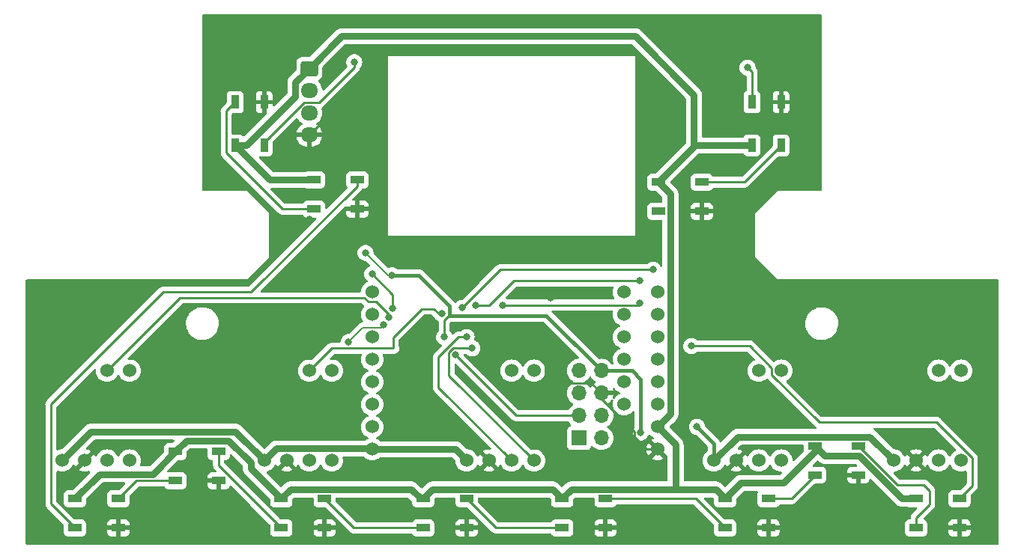
<source format=gbr>
%TF.GenerationSoftware,KiCad,Pcbnew,7.0.9*%
%TF.CreationDate,2024-10-01T14:40:39+09:00*%
%TF.ProjectId,03-front,30332d66-726f-46e7-942e-6b696361645f,rev?*%
%TF.SameCoordinates,Original*%
%TF.FileFunction,Copper,L1,Top*%
%TF.FilePolarity,Positive*%
%FSLAX46Y46*%
G04 Gerber Fmt 4.6, Leading zero omitted, Abs format (unit mm)*
G04 Created by KiCad (PCBNEW 7.0.9) date 2024-10-01 14:40:39*
%MOMM*%
%LPD*%
G01*
G04 APERTURE LIST*
G04 Aperture macros list*
%AMRoundRect*
0 Rectangle with rounded corners*
0 $1 Rounding radius*
0 $2 $3 $4 $5 $6 $7 $8 $9 X,Y pos of 4 corners*
0 Add a 4 corners polygon primitive as box body*
4,1,4,$2,$3,$4,$5,$6,$7,$8,$9,$2,$3,0*
0 Add four circle primitives for the rounded corners*
1,1,$1+$1,$2,$3*
1,1,$1+$1,$4,$5*
1,1,$1+$1,$6,$7*
1,1,$1+$1,$8,$9*
0 Add four rect primitives between the rounded corners*
20,1,$1+$1,$2,$3,$4,$5,0*
20,1,$1+$1,$4,$5,$6,$7,0*
20,1,$1+$1,$6,$7,$8,$9,0*
20,1,$1+$1,$8,$9,$2,$3,0*%
G04 Aperture macros list end*
%TA.AperFunction,ComponentPad*%
%ADD10C,1.524000*%
%TD*%
%TA.AperFunction,SMDPad,CuDef*%
%ADD11R,1.500000X0.900000*%
%TD*%
%TA.AperFunction,SMDPad,CuDef*%
%ADD12R,0.900000X1.500000*%
%TD*%
%TA.AperFunction,ComponentPad*%
%ADD13R,1.700000X1.700000*%
%TD*%
%TA.AperFunction,ComponentPad*%
%ADD14O,1.700000X1.700000*%
%TD*%
%TA.AperFunction,ComponentPad*%
%ADD15RoundRect,0.250000X-0.725000X0.600000X-0.725000X-0.600000X0.725000X-0.600000X0.725000X0.600000X0*%
%TD*%
%TA.AperFunction,ComponentPad*%
%ADD16O,1.950000X1.700000*%
%TD*%
%TA.AperFunction,ViaPad*%
%ADD17C,0.800000*%
%TD*%
%TA.AperFunction,Conductor*%
%ADD18C,0.200000*%
%TD*%
%TA.AperFunction,Conductor*%
%ADD19C,0.400000*%
%TD*%
%TA.AperFunction,Conductor*%
%ADD20C,0.800000*%
%TD*%
%TA.AperFunction,Conductor*%
%ADD21C,0.250000*%
%TD*%
G04 APERTURE END LIST*
D10*
%TO.P,U6,1,3V3*%
%TO.N,+3V3*%
X198120000Y-110490000D03*
%TO.P,U6,2,GND*%
%TO.N,GND*%
X200660000Y-110490000D03*
%TO.P,U6,3,SCL*%
%TO.N,I2C1_SCL*%
X203200000Y-110490000D03*
%TO.P,U6,4,SDA*%
%TO.N,I2C1_SDA*%
X205740000Y-110490000D03*
%TO.P,U6,5,XSHUT*%
%TO.N,XSHUT5*%
X203200000Y-100330000D03*
%TO.P,U6,6,GPIO*%
%TO.N,unconnected-(U6-GPIO-Pad6)*%
X205740000Y-100330000D03*
%TD*%
D11*
%TO.P,D1,1,VDD*%
%TO.N,+5V*%
X200660000Y-114810000D03*
%TO.P,D1,2,DOUT*%
%TO.N,Net-(D1-DOUT)*%
X200660000Y-118110000D03*
%TO.P,D1,3,VSS*%
%TO.N,GND*%
X205560000Y-118110000D03*
%TO.P,D1,4,DIN*%
%TO.N,WS2812B*%
X205560000Y-114810000D03*
%TD*%
%TO.P,D9,1,VDD*%
%TO.N,+5V*%
X132600000Y-78740000D03*
%TO.P,D9,2,DOUT*%
%TO.N,Net-(D10-DIN)*%
X132600000Y-82040000D03*
%TO.P,D9,3,VSS*%
%TO.N,GND*%
X137500000Y-82040000D03*
%TO.P,D9,4,DIN*%
%TO.N,Net-(D8-DOUT)*%
X137500000Y-78740000D03*
%TD*%
D10*
%TO.P,U4,1,3V3*%
%TO.N,+3V3*%
X149860000Y-110490000D03*
%TO.P,U4,2,GND*%
%TO.N,GND*%
X152400000Y-110490000D03*
%TO.P,U4,3,SCL*%
%TO.N,I2C1_SCL*%
X154940000Y-110490000D03*
%TO.P,U4,4,SDA*%
%TO.N,I2C1_SDA*%
X157480000Y-110490000D03*
%TO.P,U4,5,XSHUT*%
%TO.N,XSHUT3*%
X154940000Y-100330000D03*
%TO.P,U4,6,GPIO*%
%TO.N,unconnected-(U4-GPIO-Pad6)*%
X157480000Y-100330000D03*
%TD*%
%TO.P,U3,6,GPIO*%
%TO.N,unconnected-(U3-GPIO-Pad6)*%
X134620000Y-100330000D03*
%TO.P,U3,5,XSHUT*%
%TO.N,XSHUT2*%
X132080000Y-100330000D03*
%TO.P,U3,4,SDA*%
%TO.N,I2C1_SDA*%
X134620000Y-110490000D03*
%TO.P,U3,3,SCL*%
%TO.N,I2C1_SCL*%
X132080000Y-110490000D03*
%TO.P,U3,2,GND*%
%TO.N,GND*%
X129540000Y-110490000D03*
%TO.P,U3,1,3V3*%
%TO.N,+3V3*%
X127000000Y-110490000D03*
%TD*%
D11*
%TO.P,D6,1,VDD*%
%TO.N,+5V*%
X128905000Y-114810000D03*
%TO.P,D6,2,DOUT*%
%TO.N,Net-(D6-DOUT)*%
X128905000Y-118110000D03*
%TO.P,D6,3,VSS*%
%TO.N,GND*%
X133805000Y-118110000D03*
%TO.P,D6,4,DIN*%
%TO.N,Net-(D5-DOUT)*%
X133805000Y-114810000D03*
%TD*%
D10*
%TO.P,U7,1,P0*%
%TO.N,UART3_TX*%
X139192000Y-91440000D03*
%TO.P,U7,2,P1*%
%TO.N,UART3_RX*%
X139192000Y-93980000D03*
%TO.P,U7,3,P2*%
%TO.N,unconnected-(U7-P2-Pad3)*%
X139192000Y-96520000D03*
%TO.P,U7,4,P3*%
%TO.N,unconnected-(U7-P3-Pad4)*%
X139192000Y-99060000D03*
%TO.P,U7,5,P4*%
%TO.N,unconnected-(U7-P4-Pad5)*%
X139192000Y-101600000D03*
%TO.P,U7,6,P5*%
%TO.N,unconnected-(U7-P5-Pad6)*%
X139192000Y-104140000D03*
%TO.P,U7,7,P6*%
%TO.N,unconnected-(U7-P6-Pad7)*%
X139192000Y-106680000D03*
%TO.P,U7,8,3V3*%
%TO.N,+3V3*%
X139192000Y-109220000D03*
%TO.P,U7,9,RST*%
%TO.N,unconnected-(U7-RST-Pad9)*%
X171450000Y-91440000D03*
%TO.P,U7,10,BOOT*%
%TO.N,unconnected-(U7-BOOT-Pad10)*%
X171450000Y-93980000D03*
%TO.P,U7,11,SYN*%
%TO.N,unconnected-(U7-SYN-Pad11)*%
X171450000Y-96520000D03*
%TO.P,U7,12,P9*%
%TO.N,unconnected-(U7-P9-Pad12)*%
X171450000Y-99060000D03*
%TO.P,U7,13,P8*%
%TO.N,unconnected-(U7-P8-Pad13)*%
X171450000Y-101600000D03*
%TO.P,U7,14,P7*%
%TO.N,unconnected-(U7-P7-Pad14)*%
X171450000Y-104140000D03*
%TO.P,U7,15,VIN*%
%TO.N,+5V*%
X171450000Y-106680000D03*
%TO.P,U7,16,GND*%
%TO.N,GND*%
X171450000Y-109220000D03*
%TO.P,U7,17,SWO*%
%TO.N,unconnected-(U7-SWO-Pad17)*%
X167640000Y-91440000D03*
%TO.P,U7,18,SWC*%
%TO.N,unconnected-(U7-SWC-Pad18)*%
X167640000Y-93980000D03*
%TO.P,U7,19,SWD*%
%TO.N,unconnected-(U7-SWD-Pad19)*%
X167640000Y-96520000D03*
%TO.P,U7,20,RST*%
%TO.N,unconnected-(U7-RST-Pad20)*%
X167640000Y-99060000D03*
%TO.P,U7,21,3V3*%
%TO.N,unconnected-(U7-3V3-Pad21)*%
X167640000Y-101600000D03*
%TO.P,U7,22,GND*%
%TO.N,unconnected-(U7-GND-Pad22)*%
X167640000Y-104140000D03*
%TD*%
D11*
%TO.P,D3,1,VDD*%
%TO.N,+5V*%
X179070000Y-114810000D03*
%TO.P,D3,2,DOUT*%
%TO.N,Net-(D3-DOUT)*%
X179070000Y-118110000D03*
%TO.P,D3,3,VSS*%
%TO.N,GND*%
X183970000Y-118110000D03*
%TO.P,D3,4,DIN*%
%TO.N,Net-(D2-DOUT)*%
X183970000Y-114810000D03*
%TD*%
%TO.P,D12,1,VDD*%
%TO.N,+5V*%
X171540000Y-78995000D03*
%TO.P,D12,2,DOUT*%
%TO.N,unconnected-(D12-DOUT-Pad2)*%
X171540000Y-82295000D03*
%TO.P,D12,3,VSS*%
%TO.N,GND*%
X176440000Y-82295000D03*
%TO.P,D12,4,DIN*%
%TO.N,Net-(D11-DOUT)*%
X176440000Y-78995000D03*
%TD*%
%TO.P,D2,1,VDD*%
%TO.N,+5V*%
X189230000Y-108840000D03*
%TO.P,D2,2,DOUT*%
%TO.N,Net-(D2-DOUT)*%
X189230000Y-112140000D03*
%TO.P,D2,3,VSS*%
%TO.N,GND*%
X194130000Y-112140000D03*
%TO.P,D2,4,DIN*%
%TO.N,Net-(D1-DOUT)*%
X194130000Y-108840000D03*
%TD*%
D10*
%TO.P,U5,1,3V3*%
%TO.N,+3V3*%
X177800000Y-110490000D03*
%TO.P,U5,2,GND*%
%TO.N,GND*%
X180340000Y-110490000D03*
%TO.P,U5,3,SCL*%
%TO.N,I2C1_SCL*%
X182880000Y-110490000D03*
%TO.P,U5,4,SDA*%
%TO.N,I2C1_SDA*%
X185420000Y-110490000D03*
%TO.P,U5,5,XSHUT*%
%TO.N,XSHUT4*%
X182880000Y-100330000D03*
%TO.P,U5,6,GPIO*%
%TO.N,unconnected-(U5-GPIO-Pad6)*%
X185420000Y-100330000D03*
%TD*%
D11*
%TO.P,D8,1,VDD*%
%TO.N,+5V*%
X105590000Y-114810000D03*
%TO.P,D8,2,DOUT*%
%TO.N,Net-(D8-DOUT)*%
X105590000Y-118110000D03*
%TO.P,D8,3,VSS*%
%TO.N,GND*%
X110490000Y-118110000D03*
%TO.P,D8,4,DIN*%
%TO.N,Net-(D7-DOUT)*%
X110490000Y-114810000D03*
%TD*%
%TO.P,D4,1,VDD*%
%TO.N,+5V*%
X160655000Y-114810000D03*
%TO.P,D4,2,DOUT*%
%TO.N,Net-(D4-DOUT)*%
X160655000Y-118110000D03*
%TO.P,D4,3,VSS*%
%TO.N,GND*%
X165555000Y-118110000D03*
%TO.P,D4,4,DIN*%
%TO.N,Net-(D3-DOUT)*%
X165555000Y-114810000D03*
%TD*%
D12*
%TO.P,D10,1,VDD*%
%TO.N,+5V*%
X123700000Y-74840000D03*
%TO.P,D10,2,DOUT*%
%TO.N,Net-(D10-DOUT)*%
X127000000Y-74840000D03*
%TO.P,D10,3,VSS*%
%TO.N,GND*%
X127000000Y-69940000D03*
%TO.P,D10,4,DIN*%
%TO.N,Net-(D10-DIN)*%
X123700000Y-69940000D03*
%TD*%
D11*
%TO.P,D5,1,VDD*%
%TO.N,+5V*%
X144960000Y-114810000D03*
%TO.P,D5,2,DOUT*%
%TO.N,Net-(D5-DOUT)*%
X144960000Y-118110000D03*
%TO.P,D5,3,VSS*%
%TO.N,GND*%
X149860000Y-118110000D03*
%TO.P,D5,4,DIN*%
%TO.N,Net-(D4-DOUT)*%
X149860000Y-114810000D03*
%TD*%
D13*
%TO.P,J1,1,Pin_1*%
%TO.N,unconnected-(J1-Pin_1-Pad1)*%
X162560000Y-107950000D03*
D14*
%TO.P,J1,2,Pin_2*%
%TO.N,UART1_RX*%
X165100000Y-107950000D03*
%TO.P,J1,3,Pin_3*%
%TO.N,NRST*%
X162560000Y-105410000D03*
%TO.P,J1,4,Pin_4*%
%TO.N,UART1_TX*%
X165100000Y-105410000D03*
%TO.P,J1,5,Pin_5*%
%TO.N,BOOT0*%
X162560000Y-102870000D03*
%TO.P,J1,6,Pin_6*%
%TO.N,GND*%
X165100000Y-102870000D03*
%TO.P,J1,7,Pin_7*%
%TO.N,unconnected-(J1-Pin_7-Pad7)*%
X162560000Y-100330000D03*
%TO.P,J1,8,Pin_8*%
%TO.N,+3V3*%
X165100000Y-100330000D03*
%TD*%
D11*
%TO.P,D7,1,VDD*%
%TO.N,+5V*%
X116930000Y-109475000D03*
%TO.P,D7,2,DOUT*%
%TO.N,Net-(D7-DOUT)*%
X116930000Y-112775000D03*
%TO.P,D7,3,VSS*%
%TO.N,GND*%
X121830000Y-112775000D03*
%TO.P,D7,4,DIN*%
%TO.N,Net-(D6-DOUT)*%
X121830000Y-109475000D03*
%TD*%
D12*
%TO.P,D11,1,VDD*%
%TO.N,+5V*%
X182120000Y-74840000D03*
%TO.P,D11,2,DOUT*%
%TO.N,Net-(D11-DOUT)*%
X185420000Y-74840000D03*
%TO.P,D11,3,VSS*%
%TO.N,GND*%
X185420000Y-69940000D03*
%TO.P,D11,4,DIN*%
%TO.N,Net-(D10-DOUT)*%
X182120000Y-69940000D03*
%TD*%
D10*
%TO.P,U2,1,3V3*%
%TO.N,+3V3*%
X104140000Y-110490000D03*
%TO.P,U2,2,GND*%
%TO.N,GND*%
X106680000Y-110490000D03*
%TO.P,U2,3,SCL*%
%TO.N,I2C1_SCL*%
X109220000Y-110490000D03*
%TO.P,U2,4,SDA*%
%TO.N,I2C1_SDA*%
X111760000Y-110490000D03*
%TO.P,U2,5,XSHUT*%
%TO.N,XSHUT1*%
X109220000Y-100330000D03*
%TO.P,U2,6,GPIO*%
%TO.N,unconnected-(U2-GPIO-Pad6)*%
X111760000Y-100330000D03*
%TD*%
D15*
%TO.P,J2,1,Pin_1*%
%TO.N,+5V*%
X132080000Y-66160000D03*
D16*
%TO.P,J2,2,Pin_2*%
%TO.N,UART2_TX*%
X132080000Y-68660000D03*
%TO.P,J2,3,Pin_3*%
%TO.N,UART2_RX*%
X132080000Y-71160000D03*
%TO.P,J2,4,Pin_4*%
%TO.N,GND*%
X132080000Y-73660000D03*
%TD*%
D17*
%TO.N,+3V3*%
X175895000Y-106680000D03*
X138430000Y-86995000D03*
X147320000Y-96520000D03*
X169545000Y-107315000D03*
X141430142Y-89535000D03*
%TO.N,GND*%
X159385000Y-92075000D03*
X158115000Y-104140000D03*
X145415000Y-100965000D03*
X174625000Y-101600000D03*
X165100000Y-97155000D03*
X170180000Y-66040000D03*
X145580795Y-94525500D03*
X188595000Y-102870000D03*
X114300000Y-97790000D03*
X148590000Y-86360000D03*
X121285000Y-77470000D03*
X128905000Y-76835000D03*
X122555000Y-62230000D03*
X156210000Y-101600000D03*
X175260000Y-90170000D03*
X139065000Y-83820000D03*
X165735000Y-91440000D03*
X177165000Y-73025000D03*
X191770000Y-104775000D03*
X168275000Y-109220000D03*
X153035000Y-86995000D03*
X154940000Y-112395000D03*
X140970000Y-107315000D03*
X107950000Y-108585000D03*
X155575000Y-106680000D03*
X136525000Y-93980000D03*
X208280000Y-118745000D03*
X150495000Y-107950000D03*
X186690000Y-106045000D03*
X145415000Y-103505000D03*
X132080000Y-112395000D03*
X149225000Y-91440000D03*
X133985000Y-95885000D03*
X128270000Y-83185000D03*
X127000000Y-107315000D03*
X132080000Y-83185000D03*
X128270000Y-90805000D03*
X158750000Y-107950000D03*
X113665000Y-114300000D03*
X147955000Y-105410000D03*
X187325000Y-78105000D03*
X145415000Y-107950000D03*
X163195000Y-91440000D03*
X186690000Y-62230000D03*
X182245000Y-90805000D03*
X149225000Y-88900000D03*
X139700000Y-66040000D03*
X158750000Y-98425000D03*
X104140000Y-107315000D03*
X104140000Y-113030000D03*
X184150000Y-102870000D03*
X119380000Y-100965000D03*
X208915000Y-111760000D03*
X127000000Y-118110000D03*
X123190000Y-114935000D03*
X101600000Y-101600000D03*
X187960000Y-100330000D03*
X207645000Y-92075000D03*
X102235000Y-118745000D03*
X160655000Y-93980000D03*
X170180000Y-86360000D03*
X134620000Y-66675000D03*
X141605000Y-100965000D03*
X140335000Y-86995000D03*
X101600000Y-92075000D03*
%TO.N,NRST*%
X148590000Y-98552000D03*
%TO.N,Net-(U1-VDDA)*%
X140504110Y-95160500D03*
X136525000Y-97065500D03*
%TO.N,UART2_RX*%
X139192000Y-89408000D03*
X141522954Y-93283500D03*
%TO.N,XSHUT1*%
X141034500Y-94308491D03*
%TO.N,XSHUT2*%
X147030295Y-93880107D03*
%TO.N,XSHUT4*%
X170942000Y-88900000D03*
X149352000Y-93218000D03*
%TO.N,XSHUT5*%
X169418000Y-90170000D03*
X150876000Y-92964000D03*
%TO.N,I2C1_SCL*%
X149860000Y-96520000D03*
%TO.N,I2C1_SDA*%
X150495000Y-97790000D03*
%TO.N,WS2812B*%
X153924000Y-92964000D03*
X169418000Y-92710000D03*
X175260000Y-97536000D03*
%TO.N,Net-(D10-DOUT)*%
X137160000Y-65405000D03*
X181610000Y-66040000D03*
%TD*%
D18*
%TO.N,+3V3*%
X138430000Y-86995000D02*
X140970000Y-89535000D01*
D19*
X177800000Y-108585000D02*
X177800000Y-110490000D01*
D20*
X148590000Y-109220000D02*
X149860000Y-110490000D01*
D19*
X147984626Y-94106115D02*
X147906755Y-94028245D01*
D20*
X107405000Y-107225000D02*
X123735000Y-107225000D01*
X195420000Y-107790000D02*
X180500000Y-107790000D01*
X127000000Y-110490000D02*
X128362000Y-109128000D01*
D19*
X147906755Y-93027500D02*
X144414255Y-89535000D01*
D20*
X128362000Y-109128000D02*
X139100000Y-109128000D01*
X198120000Y-110490000D02*
X195420000Y-107790000D01*
D18*
X140970000Y-89535000D02*
X141430142Y-89535000D01*
D19*
X168536683Y-100330000D02*
X169545000Y-101338317D01*
D20*
X139192000Y-109220000D02*
X148590000Y-109220000D01*
X180500000Y-107790000D02*
X177800000Y-110490000D01*
D19*
X158876115Y-94106115D02*
X147984626Y-94106115D01*
X165100000Y-100330000D02*
X158876115Y-94106115D01*
D20*
X123735000Y-107225000D02*
X127000000Y-110490000D01*
D19*
X175895000Y-106680000D02*
X177800000Y-108585000D01*
X165100000Y-100330000D02*
X168536683Y-100330000D01*
D21*
X147320000Y-96520000D02*
X147320000Y-94615000D01*
D19*
X144414255Y-89535000D02*
X141430142Y-89535000D01*
X147906755Y-94028245D02*
X147906755Y-93027500D01*
D21*
X147320000Y-94615000D02*
X147906755Y-94028245D01*
D19*
X169545000Y-101338317D02*
X169545000Y-107315000D01*
D20*
X139100000Y-109128000D02*
X139192000Y-109220000D01*
X104140000Y-110490000D02*
X107405000Y-107225000D01*
D21*
%TO.N,GND*%
X145580795Y-94525500D02*
X145580795Y-95415795D01*
X168820000Y-107860000D02*
X170180000Y-109220000D01*
X158750000Y-98425000D02*
X158750000Y-103505000D01*
X163925000Y-101695000D02*
X160560000Y-101695000D01*
X160560000Y-101695000D02*
X158115000Y-104140000D01*
X156210000Y-101600000D02*
X156210000Y-102235000D01*
X165100000Y-103505000D02*
X168820000Y-107225000D01*
X145580795Y-95415795D02*
X146050000Y-95885000D01*
X160020000Y-91440000D02*
X163195000Y-91440000D01*
X170180000Y-109220000D02*
X171450000Y-109220000D01*
X165100000Y-102870000D02*
X165100000Y-103505000D01*
X168820000Y-107225000D02*
X168820000Y-107860000D01*
X165100000Y-102870000D02*
X163925000Y-101695000D01*
X156210000Y-102235000D02*
X158115000Y-104140000D01*
X159385000Y-92075000D02*
X160020000Y-91440000D01*
X158750000Y-103505000D02*
X158115000Y-104140000D01*
X132080000Y-73660000D02*
X139700000Y-66040000D01*
%TO.N,NRST*%
X155448000Y-105410000D02*
X162560000Y-105410000D01*
X148590000Y-98552000D02*
X155448000Y-105410000D01*
D18*
%TO.N,Net-(U1-VDDA)*%
X140504110Y-95160500D02*
X140206610Y-95458000D01*
X138132500Y-95458000D02*
X136525000Y-97065500D01*
X140206610Y-95458000D02*
X138132500Y-95458000D01*
D21*
%TO.N,UART2_RX*%
X141522954Y-91738954D02*
X139192000Y-89408000D01*
X141522954Y-93283500D02*
X141522954Y-91738954D01*
%TO.N,XSHUT1*%
X117475000Y-92075000D02*
X109220000Y-100330000D01*
X141034500Y-93919249D02*
X139642251Y-92527000D01*
X141034500Y-94308491D02*
X141034500Y-93919249D01*
X138741749Y-92527000D02*
X138289749Y-92075000D01*
X138289749Y-92075000D02*
X117475000Y-92075000D01*
X139642251Y-92527000D02*
X138741749Y-92527000D01*
%TO.N,XSHUT2*%
X141572299Y-96552701D02*
X141572299Y-97700000D01*
X146807701Y-93980000D02*
X146172701Y-93345000D01*
X141605000Y-97790000D02*
X134620000Y-97790000D01*
X144780000Y-93345000D02*
X141572299Y-96552701D01*
X134620000Y-97790000D02*
X132080000Y-100330000D01*
X146172701Y-93345000D02*
X144780000Y-93345000D01*
X147030295Y-93880107D02*
X146840402Y-94070000D01*
%TO.N,XSHUT4*%
X149352000Y-93218000D02*
X153670000Y-88900000D01*
X153670000Y-88900000D02*
X170942000Y-88900000D01*
%TO.N,XSHUT5*%
X150876000Y-92964000D02*
X152400000Y-92964000D01*
X152400000Y-92964000D02*
X155194000Y-90170000D01*
X155194000Y-90170000D02*
X169418000Y-90170000D01*
%TO.N,I2C1_SCL*%
X148960299Y-96520000D02*
X146685000Y-98795299D01*
X149860000Y-96520000D02*
X148960299Y-96520000D01*
X146685000Y-102235000D02*
X154940000Y-110490000D01*
X146685000Y-98795299D02*
X146685000Y-102235000D01*
%TO.N,I2C1_SDA*%
X147865000Y-100875000D02*
X157480000Y-110490000D01*
X147865000Y-98251695D02*
X147865000Y-100875000D01*
X150495000Y-97790000D02*
X148326695Y-97790000D01*
X148326695Y-97790000D02*
X147865000Y-98251695D01*
%TO.N,WS2812B*%
X184333000Y-100005000D02*
X184333000Y-100780251D01*
X202959251Y-106172000D02*
X207010000Y-110222749D01*
X153924000Y-92964000D02*
X153995000Y-92893000D01*
X169235000Y-92893000D02*
X169418000Y-92710000D01*
X175260000Y-97536000D02*
X181864000Y-97536000D01*
X181864000Y-97536000D02*
X184333000Y-100005000D01*
X184333000Y-100780251D02*
X189724749Y-106172000D01*
X189724749Y-106172000D02*
X202959251Y-106172000D01*
X207010000Y-110222749D02*
X207010000Y-113360000D01*
X207010000Y-113360000D02*
X205560000Y-114810000D01*
X153995000Y-92893000D02*
X169235000Y-92893000D01*
%TO.N,Net-(D8-DOUT)*%
X137500000Y-79440000D02*
X125500000Y-91440000D01*
X102870000Y-115390000D02*
X105590000Y-118110000D01*
X125500000Y-91440000D02*
X115570000Y-91440000D01*
X137500000Y-78740000D02*
X137500000Y-79440000D01*
X102870000Y-104140000D02*
X102870000Y-115390000D01*
X115570000Y-91440000D02*
X102870000Y-104140000D01*
D20*
%TO.N,+5V*%
X178020000Y-113760000D02*
X173482000Y-113760000D01*
X168910000Y-62484000D02*
X175559500Y-69133500D01*
X200660000Y-114810000D02*
X199074696Y-114810000D01*
X175559500Y-69133500D02*
X175559500Y-74975500D01*
X144960000Y-114810000D02*
X144660000Y-114810000D01*
X189230000Y-109474000D02*
X185674000Y-113030000D01*
X132080000Y-66160000D02*
X135756000Y-62484000D01*
X189230000Y-108840000D02*
X189230000Y-109474000D01*
X160655000Y-114810000D02*
X159605000Y-113760000D01*
X116930000Y-109475000D02*
X118180000Y-108225000D01*
X175559500Y-74975500D02*
X175695000Y-74840000D01*
X159605000Y-113760000D02*
X146010000Y-113760000D01*
X175695000Y-74840000D02*
X182120000Y-74840000D01*
X161705000Y-113760000D02*
X160655000Y-114810000D01*
X125476000Y-111381000D02*
X128905000Y-114810000D01*
X171450000Y-106680000D02*
X173482000Y-108712000D01*
X135756000Y-62484000D02*
X168910000Y-62484000D01*
X190372000Y-109982000D02*
X189230000Y-108840000D01*
X173482000Y-108712000D02*
X173482000Y-113760000D01*
X179070000Y-114810000D02*
X178020000Y-113760000D01*
X122980000Y-108225000D02*
X125476000Y-110721000D01*
X123700000Y-74840000D02*
X124950000Y-74840000D01*
X105590000Y-114810000D02*
X108350000Y-112050000D01*
X143610000Y-113760000D02*
X129955000Y-113760000D01*
X130505000Y-67735000D02*
X132080000Y-66160000D01*
X130505000Y-69285000D02*
X130505000Y-67735000D01*
X146010000Y-113760000D02*
X144960000Y-114810000D01*
X108350000Y-112050000D02*
X114355000Y-112050000D01*
X180850000Y-113030000D02*
X179070000Y-114810000D01*
X173482000Y-113760000D02*
X161705000Y-113760000D01*
X171540000Y-78995000D02*
X172890000Y-80345000D01*
X199074696Y-114810000D02*
X194246696Y-109982000D01*
X172890000Y-80345000D02*
X172890000Y-105240000D01*
X194246696Y-109982000D02*
X190372000Y-109982000D01*
X185674000Y-113030000D02*
X180850000Y-113030000D01*
X129955000Y-113760000D02*
X128905000Y-114810000D01*
X127600000Y-78740000D02*
X132600000Y-78740000D01*
X114355000Y-112050000D02*
X116930000Y-109475000D01*
X172890000Y-105240000D02*
X171450000Y-106680000D01*
X171540000Y-78995000D02*
X175559500Y-74975500D01*
X144660000Y-114810000D02*
X143610000Y-113760000D01*
X125476000Y-110721000D02*
X125476000Y-111381000D01*
X123700000Y-74840000D02*
X127600000Y-78740000D01*
X118180000Y-108225000D02*
X122980000Y-108225000D01*
X124950000Y-74840000D02*
X130505000Y-69285000D01*
D21*
%TO.N,Net-(D1-DOUT)*%
X202184000Y-115429000D02*
X202184000Y-113917251D01*
X200660000Y-118110000D02*
X200660000Y-116953000D01*
X201550749Y-113284000D02*
X198574000Y-113284000D01*
X202184000Y-113917251D02*
X201550749Y-113284000D01*
X200660000Y-116953000D02*
X202184000Y-115429000D01*
X198574000Y-113284000D02*
X194130000Y-108840000D01*
%TO.N,Net-(D2-DOUT)*%
X186599000Y-114810000D02*
X183970000Y-114810000D01*
X189230000Y-112140000D02*
X189230000Y-112179000D01*
X189230000Y-112179000D02*
X186599000Y-114810000D01*
%TO.N,Net-(D3-DOUT)*%
X175770000Y-114810000D02*
X179070000Y-118110000D01*
X165555000Y-114810000D02*
X175770000Y-114810000D01*
%TO.N,Net-(D4-DOUT)*%
X160655000Y-118110000D02*
X153160000Y-118110000D01*
X153160000Y-118110000D02*
X149860000Y-114810000D01*
%TO.N,Net-(D5-DOUT)*%
X144960000Y-118110000D02*
X137105000Y-118110000D01*
X137105000Y-118110000D02*
X133805000Y-114810000D01*
%TO.N,Net-(D6-DOUT)*%
X121830000Y-111035000D02*
X128905000Y-118110000D01*
X121830000Y-109475000D02*
X121830000Y-111035000D01*
%TO.N,Net-(D7-DOUT)*%
X116930000Y-112775000D02*
X112525000Y-112775000D01*
X112525000Y-112775000D02*
X110490000Y-114810000D01*
%TO.N,Net-(D10-DIN)*%
X129050000Y-82040000D02*
X122682000Y-75672000D01*
X122682000Y-75672000D02*
X122682000Y-70958000D01*
X132600000Y-82040000D02*
X129050000Y-82040000D01*
X122682000Y-70958000D02*
X123700000Y-69940000D01*
%TO.N,Net-(D10-DOUT)*%
X182120000Y-66550000D02*
X182120000Y-69940000D01*
X133215000Y-69985000D02*
X131468299Y-69985000D01*
X181610000Y-66040000D02*
X182120000Y-66550000D01*
X137160000Y-65405000D02*
X137160000Y-66040000D01*
X127000000Y-74453299D02*
X127000000Y-74840000D01*
X137160000Y-66040000D02*
X133215000Y-69985000D01*
X131468299Y-69985000D02*
X127000000Y-74453299D01*
%TO.N,Net-(D11-DOUT)*%
X185420000Y-74840000D02*
X181265000Y-78995000D01*
X181265000Y-78995000D02*
X176440000Y-78995000D01*
%TD*%
%TA.AperFunction,Conductor*%
%TO.N,GND*%
G36*
X148695703Y-99542739D02*
G01*
X148702181Y-99548771D01*
X154947194Y-105793784D01*
X154957019Y-105806048D01*
X154957240Y-105805866D01*
X154962210Y-105811873D01*
X154962213Y-105811876D01*
X154962214Y-105811877D01*
X155012651Y-105859241D01*
X155033530Y-105880120D01*
X155039004Y-105884366D01*
X155043442Y-105888156D01*
X155077418Y-105920062D01*
X155091430Y-105927765D01*
X155094973Y-105929713D01*
X155111231Y-105940392D01*
X155127064Y-105952674D01*
X155149015Y-105962172D01*
X155169837Y-105971183D01*
X155175081Y-105973752D01*
X155215908Y-105996197D01*
X155235312Y-106001179D01*
X155253710Y-106007478D01*
X155272105Y-106015438D01*
X155318129Y-106022726D01*
X155323832Y-106023907D01*
X155368981Y-106035500D01*
X155389016Y-106035500D01*
X155408413Y-106037026D01*
X155428196Y-106040160D01*
X155474584Y-106035775D01*
X155480422Y-106035500D01*
X161284773Y-106035500D01*
X161351812Y-106055185D01*
X161386348Y-106088377D01*
X161521501Y-106281396D01*
X161521506Y-106281402D01*
X161643430Y-106403326D01*
X161676915Y-106464649D01*
X161671931Y-106534341D01*
X161630059Y-106590274D01*
X161599083Y-106607189D01*
X161467669Y-106656203D01*
X161467664Y-106656206D01*
X161352455Y-106742452D01*
X161352452Y-106742455D01*
X161266206Y-106857664D01*
X161266202Y-106857671D01*
X161215908Y-106992517D01*
X161209501Y-107052116D01*
X161209500Y-107052135D01*
X161209500Y-108847870D01*
X161209501Y-108847876D01*
X161215908Y-108907483D01*
X161266202Y-109042328D01*
X161266206Y-109042335D01*
X161352452Y-109157544D01*
X161352455Y-109157547D01*
X161467664Y-109243793D01*
X161467671Y-109243797D01*
X161602517Y-109294091D01*
X161602516Y-109294091D01*
X161609444Y-109294835D01*
X161662127Y-109300500D01*
X163457872Y-109300499D01*
X163517483Y-109294091D01*
X163652331Y-109243796D01*
X163767546Y-109157546D01*
X163853796Y-109042331D01*
X163902810Y-108910916D01*
X163944681Y-108854984D01*
X164010145Y-108830566D01*
X164078418Y-108845417D01*
X164106673Y-108866569D01*
X164228599Y-108988495D01*
X164309555Y-109045181D01*
X164422165Y-109124032D01*
X164422167Y-109124033D01*
X164422170Y-109124035D01*
X164636337Y-109223903D01*
X164864592Y-109285063D01*
X165041034Y-109300500D01*
X165099999Y-109305659D01*
X165100000Y-109305659D01*
X165100001Y-109305659D01*
X165158966Y-109300500D01*
X165335408Y-109285063D01*
X165563663Y-109223903D01*
X165777830Y-109124035D01*
X165971401Y-108988495D01*
X166138495Y-108821401D01*
X166274035Y-108627830D01*
X166373903Y-108413663D01*
X166435063Y-108185408D01*
X166455659Y-107950000D01*
X166435063Y-107714592D01*
X166376123Y-107494621D01*
X166373905Y-107486344D01*
X166373904Y-107486343D01*
X166373903Y-107486337D01*
X166274035Y-107272171D01*
X166232055Y-107212216D01*
X166138494Y-107078597D01*
X165971402Y-106911506D01*
X165971396Y-106911501D01*
X165785842Y-106781575D01*
X165742217Y-106726998D01*
X165735023Y-106657500D01*
X165766546Y-106595145D01*
X165785842Y-106578425D01*
X165839229Y-106541043D01*
X165971401Y-106448495D01*
X166138495Y-106281401D01*
X166274035Y-106087830D01*
X166373903Y-105873663D01*
X166435063Y-105645408D01*
X166455659Y-105410000D01*
X166435063Y-105174592D01*
X166376477Y-104955942D01*
X166378140Y-104886092D01*
X166417303Y-104828230D01*
X166481531Y-104800726D01*
X166550434Y-104812313D01*
X166597827Y-104852726D01*
X166669170Y-104954615D01*
X166669175Y-104954621D01*
X166825378Y-105110824D01*
X166825384Y-105110829D01*
X167006333Y-105237531D01*
X167006335Y-105237532D01*
X167006338Y-105237534D01*
X167206550Y-105330894D01*
X167419932Y-105388070D01*
X167577123Y-105401822D01*
X167639998Y-105407323D01*
X167640000Y-105407323D01*
X167640002Y-105407323D01*
X167695017Y-105402509D01*
X167860068Y-105388070D01*
X168073450Y-105330894D01*
X168273662Y-105237534D01*
X168454620Y-105110826D01*
X168610826Y-104954620D01*
X168618923Y-104943055D01*
X168673499Y-104899429D01*
X168742997Y-104892234D01*
X168805352Y-104923754D01*
X168840768Y-104983983D01*
X168844500Y-105014176D01*
X168844500Y-106699608D01*
X168824815Y-106766647D01*
X168812656Y-106782574D01*
X168812468Y-106782782D01*
X168812464Y-106782787D01*
X168717821Y-106946715D01*
X168717818Y-106946722D01*
X168659327Y-107126740D01*
X168659326Y-107126744D01*
X168639540Y-107315000D01*
X168659326Y-107503256D01*
X168659327Y-107503259D01*
X168717818Y-107683277D01*
X168717820Y-107683281D01*
X168717821Y-107683284D01*
X168812467Y-107847216D01*
X168906149Y-107951260D01*
X168939129Y-107987888D01*
X169092265Y-108099148D01*
X169092270Y-108099151D01*
X169265192Y-108176142D01*
X169265197Y-108176144D01*
X169450354Y-108215500D01*
X169450355Y-108215500D01*
X169639644Y-108215500D01*
X169639646Y-108215500D01*
X169824803Y-108176144D01*
X169997730Y-108099151D01*
X170150871Y-107987888D01*
X170277533Y-107847216D01*
X170372179Y-107683284D01*
X170382156Y-107652576D01*
X170421592Y-107594903D01*
X170485950Y-107567703D01*
X170554797Y-107579617D01*
X170587768Y-107603214D01*
X170635378Y-107650824D01*
X170635384Y-107650829D01*
X170816333Y-107777531D01*
X170816335Y-107777532D01*
X170816338Y-107777534D01*
X170945189Y-107837618D01*
X170945781Y-107837894D01*
X170998220Y-107884066D01*
X171017372Y-107951260D01*
X170997156Y-108018141D01*
X170945781Y-108062658D01*
X170816586Y-108122903D01*
X170751812Y-108168257D01*
X170751811Y-108168258D01*
X171422553Y-108839000D01*
X171418431Y-108839000D01*
X171324579Y-108854661D01*
X171212749Y-108915180D01*
X171126629Y-109008731D01*
X171075552Y-109125177D01*
X171069894Y-109193447D01*
X170398258Y-108521811D01*
X170398257Y-108521812D01*
X170352903Y-108586586D01*
X170259579Y-108786720D01*
X170259575Y-108786729D01*
X170202426Y-109000013D01*
X170202424Y-109000023D01*
X170183179Y-109219999D01*
X170183179Y-109220000D01*
X170202424Y-109439976D01*
X170202426Y-109439986D01*
X170259575Y-109653270D01*
X170259580Y-109653284D01*
X170352899Y-109853407D01*
X170352900Y-109853409D01*
X170398258Y-109918187D01*
X171065096Y-109251349D01*
X171065051Y-109251898D01*
X171096266Y-109375162D01*
X171165813Y-109481612D01*
X171266157Y-109559713D01*
X171386422Y-109601000D01*
X171422553Y-109601000D01*
X170751811Y-110271741D01*
X170816582Y-110317094D01*
X170816592Y-110317100D01*
X171016715Y-110410419D01*
X171016729Y-110410424D01*
X171230013Y-110467573D01*
X171230023Y-110467575D01*
X171449999Y-110486821D01*
X171450001Y-110486821D01*
X171669976Y-110467575D01*
X171669986Y-110467573D01*
X171883270Y-110410424D01*
X171883284Y-110410419D01*
X172083408Y-110317100D01*
X172083420Y-110317093D01*
X172148186Y-110271742D01*
X172148187Y-110271740D01*
X171477448Y-109601000D01*
X171481569Y-109601000D01*
X171575421Y-109585339D01*
X171687251Y-109524820D01*
X171773371Y-109431269D01*
X171824448Y-109314823D01*
X171830105Y-109246552D01*
X172542627Y-109959073D01*
X172540456Y-109961243D01*
X172565362Y-109985361D01*
X172581500Y-110046530D01*
X172581500Y-112735500D01*
X172561815Y-112802539D01*
X172509011Y-112848294D01*
X172457500Y-112859500D01*
X161785627Y-112859500D01*
X161766228Y-112857973D01*
X161752389Y-112855781D01*
X161752388Y-112855781D01*
X161683046Y-112859415D01*
X161679803Y-112859500D01*
X161657808Y-112859500D01*
X161642403Y-112861118D01*
X161635933Y-112861798D01*
X161632702Y-112862052D01*
X161563356Y-112865687D01*
X161549809Y-112869317D01*
X161530686Y-112872860D01*
X161516745Y-112874325D01*
X161516743Y-112874325D01*
X161450702Y-112895784D01*
X161447590Y-112896705D01*
X161380517Y-112914677D01*
X161380503Y-112914683D01*
X161368022Y-112921043D01*
X161350049Y-112928488D01*
X161336715Y-112932820D01*
X161276592Y-112967533D01*
X161273740Y-112969082D01*
X161211853Y-113000616D01*
X161211837Y-113000626D01*
X161200948Y-113009444D01*
X161184923Y-113020458D01*
X161172785Y-113027466D01*
X161172781Y-113027469D01*
X161121172Y-113073936D01*
X161118710Y-113076039D01*
X161101627Y-113089875D01*
X161101610Y-113089890D01*
X161086065Y-113105435D01*
X161083713Y-113107666D01*
X161032114Y-113154126D01*
X161023869Y-113165474D01*
X161011236Y-113180263D01*
X160742680Y-113448819D01*
X160681357Y-113482304D01*
X160611665Y-113477320D01*
X160567318Y-113448819D01*
X160298764Y-113180265D01*
X160286126Y-113165468D01*
X160283738Y-113162181D01*
X160277888Y-113154129D01*
X160277885Y-113154126D01*
X160226277Y-113107657D01*
X160223922Y-113105423D01*
X160208382Y-113089882D01*
X160191295Y-113076043D01*
X160188831Y-113073939D01*
X160137220Y-113027470D01*
X160137213Y-113027465D01*
X160125070Y-113020454D01*
X160109043Y-113009438D01*
X160098153Y-113000620D01*
X160098151Y-113000619D01*
X160098149Y-113000617D01*
X160071069Y-112986819D01*
X160036266Y-112969085D01*
X160033414Y-112967537D01*
X159973282Y-112932820D01*
X159959949Y-112928488D01*
X159941978Y-112921043D01*
X159929498Y-112914684D01*
X159929486Y-112914679D01*
X159862409Y-112896705D01*
X159859309Y-112895787D01*
X159793256Y-112874326D01*
X159793251Y-112874325D01*
X159793249Y-112874325D01*
X159779314Y-112872860D01*
X159760189Y-112869315D01*
X159746653Y-112865688D01*
X159746643Y-112865686D01*
X159677290Y-112862051D01*
X159674059Y-112861797D01*
X159659537Y-112860271D01*
X159652192Y-112859500D01*
X159652189Y-112859500D01*
X159630203Y-112859500D01*
X159626959Y-112859415D01*
X159557612Y-112855781D01*
X159557611Y-112855781D01*
X159543772Y-112857973D01*
X159524373Y-112859500D01*
X146090627Y-112859500D01*
X146071228Y-112857973D01*
X146057389Y-112855781D01*
X146057388Y-112855781D01*
X145988046Y-112859415D01*
X145984803Y-112859500D01*
X145962808Y-112859500D01*
X145947403Y-112861118D01*
X145940933Y-112861798D01*
X145937702Y-112862052D01*
X145868356Y-112865687D01*
X145854809Y-112869317D01*
X145835686Y-112872860D01*
X145821745Y-112874325D01*
X145821743Y-112874325D01*
X145755702Y-112895784D01*
X145752590Y-112896705D01*
X145685517Y-112914677D01*
X145685503Y-112914683D01*
X145673022Y-112921043D01*
X145655049Y-112928488D01*
X145641715Y-112932820D01*
X145581592Y-112967533D01*
X145578740Y-112969082D01*
X145516853Y-113000616D01*
X145516837Y-113000626D01*
X145505948Y-113009444D01*
X145489923Y-113020458D01*
X145477785Y-113027466D01*
X145477781Y-113027469D01*
X145426172Y-113073936D01*
X145423710Y-113076039D01*
X145406627Y-113089875D01*
X145406610Y-113089890D01*
X145391065Y-113105435D01*
X145388713Y-113107666D01*
X145337114Y-113154126D01*
X145328869Y-113165474D01*
X145316236Y-113180263D01*
X144897680Y-113598819D01*
X144836357Y-113632304D01*
X144766665Y-113627320D01*
X144722318Y-113598819D01*
X144303764Y-113180265D01*
X144291126Y-113165468D01*
X144288738Y-113162181D01*
X144282888Y-113154129D01*
X144282885Y-113154126D01*
X144231277Y-113107657D01*
X144228922Y-113105423D01*
X144213382Y-113089882D01*
X144196295Y-113076043D01*
X144193831Y-113073939D01*
X144142220Y-113027470D01*
X144142213Y-113027465D01*
X144130070Y-113020454D01*
X144114043Y-113009438D01*
X144103153Y-113000620D01*
X144103151Y-113000619D01*
X144103149Y-113000617D01*
X144076069Y-112986819D01*
X144041266Y-112969085D01*
X144038414Y-112967537D01*
X143978282Y-112932820D01*
X143964949Y-112928488D01*
X143946978Y-112921043D01*
X143934498Y-112914684D01*
X143934486Y-112914679D01*
X143867409Y-112896705D01*
X143864309Y-112895787D01*
X143798256Y-112874326D01*
X143798251Y-112874325D01*
X143798249Y-112874325D01*
X143784314Y-112872860D01*
X143765189Y-112869315D01*
X143751653Y-112865688D01*
X143751643Y-112865686D01*
X143682290Y-112862051D01*
X143679059Y-112861797D01*
X143664537Y-112860271D01*
X143657192Y-112859500D01*
X143657189Y-112859500D01*
X143635203Y-112859500D01*
X143631959Y-112859415D01*
X143562612Y-112855781D01*
X143562611Y-112855781D01*
X143548772Y-112857973D01*
X143529373Y-112859500D01*
X130035627Y-112859500D01*
X130016228Y-112857973D01*
X130002389Y-112855781D01*
X130002388Y-112855781D01*
X129933046Y-112859415D01*
X129929803Y-112859500D01*
X129907808Y-112859500D01*
X129892403Y-112861118D01*
X129885933Y-112861798D01*
X129882702Y-112862052D01*
X129813356Y-112865687D01*
X129799809Y-112869317D01*
X129780686Y-112872860D01*
X129766745Y-112874325D01*
X129766743Y-112874325D01*
X129700702Y-112895784D01*
X129697590Y-112896705D01*
X129630517Y-112914677D01*
X129630503Y-112914683D01*
X129618022Y-112921043D01*
X129600049Y-112928488D01*
X129586715Y-112932820D01*
X129526592Y-112967533D01*
X129523740Y-112969082D01*
X129461853Y-113000616D01*
X129461837Y-113000626D01*
X129450948Y-113009444D01*
X129434923Y-113020458D01*
X129422785Y-113027466D01*
X129422781Y-113027469D01*
X129371172Y-113073936D01*
X129368710Y-113076039D01*
X129351627Y-113089875D01*
X129351610Y-113089890D01*
X129336065Y-113105435D01*
X129333713Y-113107666D01*
X129282114Y-113154126D01*
X129273869Y-113165474D01*
X129261236Y-113180263D01*
X128992680Y-113448819D01*
X128931357Y-113482304D01*
X128861665Y-113477320D01*
X128817318Y-113448819D01*
X127282422Y-111913923D01*
X127248937Y-111852600D01*
X127253921Y-111782908D01*
X127295793Y-111726975D01*
X127338008Y-111706467D01*
X127433450Y-111680894D01*
X127633662Y-111587534D01*
X127814620Y-111460826D01*
X127970826Y-111304620D01*
X128097534Y-111123662D01*
X128157894Y-110994218D01*
X128204066Y-110941779D01*
X128271259Y-110922627D01*
X128338141Y-110942843D01*
X128382658Y-110994219D01*
X128442899Y-111123407D01*
X128442900Y-111123409D01*
X128488258Y-111188187D01*
X129155096Y-110521349D01*
X129155051Y-110521898D01*
X129186266Y-110645162D01*
X129255813Y-110751612D01*
X129356157Y-110829713D01*
X129476422Y-110871000D01*
X129512553Y-110871000D01*
X128841811Y-111541741D01*
X128906582Y-111587094D01*
X128906592Y-111587100D01*
X129106715Y-111680419D01*
X129106729Y-111680424D01*
X129320013Y-111737573D01*
X129320023Y-111737575D01*
X129539999Y-111756821D01*
X129540001Y-111756821D01*
X129759976Y-111737575D01*
X129759986Y-111737573D01*
X129973270Y-111680424D01*
X129973284Y-111680419D01*
X130173408Y-111587100D01*
X130173420Y-111587093D01*
X130238186Y-111541742D01*
X130238187Y-111541740D01*
X129567448Y-110871000D01*
X129571569Y-110871000D01*
X129665421Y-110855339D01*
X129777251Y-110794820D01*
X129863371Y-110701269D01*
X129914448Y-110584823D01*
X129920105Y-110516551D01*
X130591741Y-111188187D01*
X130591742Y-111188186D01*
X130637093Y-111123420D01*
X130637100Y-111123408D01*
X130697342Y-110994219D01*
X130743514Y-110941779D01*
X130810707Y-110922627D01*
X130877588Y-110942842D01*
X130922106Y-110994219D01*
X130982464Y-111123658D01*
X130982468Y-111123666D01*
X131109170Y-111304615D01*
X131109175Y-111304621D01*
X131265378Y-111460824D01*
X131265384Y-111460829D01*
X131446333Y-111587531D01*
X131446335Y-111587532D01*
X131446338Y-111587534D01*
X131646550Y-111680894D01*
X131859932Y-111738070D01*
X132017123Y-111751822D01*
X132079998Y-111757323D01*
X132080000Y-111757323D01*
X132080002Y-111757323D01*
X132140718Y-111752011D01*
X132300068Y-111738070D01*
X132513450Y-111680894D01*
X132713662Y-111587534D01*
X132894620Y-111460826D01*
X133050826Y-111304620D01*
X133177534Y-111123662D01*
X133237618Y-110994811D01*
X133283790Y-110942371D01*
X133350983Y-110923219D01*
X133417865Y-110943435D01*
X133462382Y-110994811D01*
X133522464Y-111123658D01*
X133522468Y-111123666D01*
X133649170Y-111304615D01*
X133649175Y-111304621D01*
X133805378Y-111460824D01*
X133805384Y-111460829D01*
X133986333Y-111587531D01*
X133986335Y-111587532D01*
X133986338Y-111587534D01*
X134186550Y-111680894D01*
X134399932Y-111738070D01*
X134557123Y-111751822D01*
X134619998Y-111757323D01*
X134620000Y-111757323D01*
X134620002Y-111757323D01*
X134680718Y-111752011D01*
X134840068Y-111738070D01*
X135053450Y-111680894D01*
X135253662Y-111587534D01*
X135434620Y-111460826D01*
X135590826Y-111304620D01*
X135717534Y-111123662D01*
X135810894Y-110923450D01*
X135868070Y-110710068D01*
X135882509Y-110545017D01*
X135887323Y-110490002D01*
X135887323Y-110489997D01*
X135873748Y-110334838D01*
X135868070Y-110269932D01*
X135845203Y-110184592D01*
X135846866Y-110114744D01*
X135886028Y-110056881D01*
X135950256Y-110029377D01*
X135964978Y-110028500D01*
X138163692Y-110028500D01*
X138230731Y-110048185D01*
X138251373Y-110064819D01*
X138377378Y-110190824D01*
X138377384Y-110190829D01*
X138558333Y-110317531D01*
X138558335Y-110317532D01*
X138558338Y-110317534D01*
X138758550Y-110410894D01*
X138971932Y-110468070D01*
X139129123Y-110481822D01*
X139191998Y-110487323D01*
X139192000Y-110487323D01*
X139192002Y-110487323D01*
X139247586Y-110482460D01*
X139412068Y-110468070D01*
X139625450Y-110410894D01*
X139825662Y-110317534D01*
X140006620Y-110190826D01*
X140040627Y-110156819D01*
X140101950Y-110123334D01*
X140128308Y-110120500D01*
X148165639Y-110120500D01*
X148232678Y-110140185D01*
X148253320Y-110156819D01*
X148561355Y-110464854D01*
X148594840Y-110526177D01*
X148597202Y-110541728D01*
X148611929Y-110710062D01*
X148611930Y-110710070D01*
X148669104Y-110923445D01*
X148669105Y-110923447D01*
X148669106Y-110923450D01*
X148702106Y-110994219D01*
X148762466Y-111123662D01*
X148762468Y-111123666D01*
X148889170Y-111304615D01*
X148889175Y-111304621D01*
X149045378Y-111460824D01*
X149045384Y-111460829D01*
X149226333Y-111587531D01*
X149226335Y-111587532D01*
X149226338Y-111587534D01*
X149426550Y-111680894D01*
X149639932Y-111738070D01*
X149797123Y-111751822D01*
X149859998Y-111757323D01*
X149860000Y-111757323D01*
X149860002Y-111757323D01*
X149920718Y-111752011D01*
X150080068Y-111738070D01*
X150293450Y-111680894D01*
X150493662Y-111587534D01*
X150674620Y-111460826D01*
X150830826Y-111304620D01*
X150957534Y-111123662D01*
X151017894Y-110994218D01*
X151064066Y-110941779D01*
X151131259Y-110922627D01*
X151198141Y-110942843D01*
X151242658Y-110994219D01*
X151302899Y-111123407D01*
X151302900Y-111123409D01*
X151348258Y-111188187D01*
X152015096Y-110521349D01*
X152015051Y-110521898D01*
X152046266Y-110645162D01*
X152115813Y-110751612D01*
X152216157Y-110829713D01*
X152336422Y-110871000D01*
X152372553Y-110871000D01*
X151701811Y-111541741D01*
X151766582Y-111587094D01*
X151766592Y-111587100D01*
X151966715Y-111680419D01*
X151966729Y-111680424D01*
X152180013Y-111737573D01*
X152180023Y-111737575D01*
X152399999Y-111756821D01*
X152400001Y-111756821D01*
X152619976Y-111737575D01*
X152619986Y-111737573D01*
X152833270Y-111680424D01*
X152833284Y-111680419D01*
X153033408Y-111587100D01*
X153033420Y-111587093D01*
X153098186Y-111541742D01*
X153098187Y-111541740D01*
X152427448Y-110871000D01*
X152431569Y-110871000D01*
X152525421Y-110855339D01*
X152637251Y-110794820D01*
X152723371Y-110701269D01*
X152774448Y-110584823D01*
X152780105Y-110516552D01*
X153451741Y-111188187D01*
X153451742Y-111188186D01*
X153497093Y-111123420D01*
X153497100Y-111123408D01*
X153557342Y-110994219D01*
X153603514Y-110941779D01*
X153670707Y-110922627D01*
X153737588Y-110942842D01*
X153782106Y-110994219D01*
X153842464Y-111123658D01*
X153842468Y-111123666D01*
X153969170Y-111304615D01*
X153969175Y-111304621D01*
X154125378Y-111460824D01*
X154125384Y-111460829D01*
X154306333Y-111587531D01*
X154306335Y-111587532D01*
X154306338Y-111587534D01*
X154506550Y-111680894D01*
X154719932Y-111738070D01*
X154877123Y-111751822D01*
X154939998Y-111757323D01*
X154940000Y-111757323D01*
X154940002Y-111757323D01*
X155000718Y-111752011D01*
X155160068Y-111738070D01*
X155373450Y-111680894D01*
X155573662Y-111587534D01*
X155754620Y-111460826D01*
X155910826Y-111304620D01*
X156037534Y-111123662D01*
X156097618Y-110994811D01*
X156143790Y-110942371D01*
X156210983Y-110923219D01*
X156277865Y-110943435D01*
X156322382Y-110994811D01*
X156382464Y-111123658D01*
X156382468Y-111123666D01*
X156509170Y-111304615D01*
X156509175Y-111304621D01*
X156665378Y-111460824D01*
X156665384Y-111460829D01*
X156846333Y-111587531D01*
X156846335Y-111587532D01*
X156846338Y-111587534D01*
X157046550Y-111680894D01*
X157259932Y-111738070D01*
X157417123Y-111751822D01*
X157479998Y-111757323D01*
X157480000Y-111757323D01*
X157480002Y-111757323D01*
X157540718Y-111752011D01*
X157700068Y-111738070D01*
X157913450Y-111680894D01*
X158113662Y-111587534D01*
X158294620Y-111460826D01*
X158450826Y-111304620D01*
X158577534Y-111123662D01*
X158670894Y-110923450D01*
X158728070Y-110710068D01*
X158742509Y-110545017D01*
X158747323Y-110490002D01*
X158747323Y-110489997D01*
X158733748Y-110334838D01*
X158728070Y-110269932D01*
X158670894Y-110056550D01*
X158577534Y-109856339D01*
X158450826Y-109675380D01*
X158294620Y-109519174D01*
X158294616Y-109519171D01*
X158294615Y-109519170D01*
X158113666Y-109392468D01*
X158113662Y-109392466D01*
X158076553Y-109375162D01*
X157913450Y-109299106D01*
X157913447Y-109299105D01*
X157913445Y-109299104D01*
X157700070Y-109241930D01*
X157700062Y-109241929D01*
X157480002Y-109222677D01*
X157479998Y-109222677D01*
X157387814Y-109230742D01*
X157259932Y-109241930D01*
X157259930Y-109241930D01*
X157259926Y-109241931D01*
X157215977Y-109253707D01*
X157146127Y-109252044D01*
X157096204Y-109221613D01*
X148526819Y-100652228D01*
X148493334Y-100590905D01*
X148490500Y-100564547D01*
X148490500Y-99636452D01*
X148510185Y-99569413D01*
X148562989Y-99523658D01*
X148632147Y-99513714D01*
X148695703Y-99542739D01*
G37*
%TD.AperFunction*%
%TA.AperFunction,Conductor*%
G36*
X116773677Y-108145185D02*
G01*
X116819432Y-108197989D01*
X116829376Y-108267147D01*
X116800351Y-108330703D01*
X116794326Y-108337174D01*
X116717845Y-108413655D01*
X116643318Y-108488182D01*
X116581995Y-108521666D01*
X116555637Y-108524500D01*
X116132129Y-108524500D01*
X116132123Y-108524501D01*
X116072516Y-108530908D01*
X115937671Y-108581202D01*
X115937664Y-108581206D01*
X115822455Y-108667452D01*
X115822452Y-108667455D01*
X115736206Y-108782664D01*
X115736202Y-108782671D01*
X115685908Y-108917517D01*
X115679501Y-108977116D01*
X115679500Y-108977135D01*
X115679500Y-109400638D01*
X115659815Y-109467677D01*
X115643181Y-109488319D01*
X114018320Y-111113181D01*
X113956997Y-111146666D01*
X113930639Y-111149500D01*
X113040126Y-111149500D01*
X112973087Y-111129815D01*
X112927332Y-111077011D01*
X112917388Y-111007853D01*
X112927744Y-110973095D01*
X112930167Y-110967899D01*
X112950894Y-110923450D01*
X113008070Y-110710068D01*
X113022509Y-110545017D01*
X113027323Y-110490002D01*
X113027323Y-110489997D01*
X113013748Y-110334838D01*
X113008070Y-110269932D01*
X112950894Y-110056550D01*
X112857534Y-109856339D01*
X112730826Y-109675380D01*
X112574620Y-109519174D01*
X112574616Y-109519171D01*
X112574615Y-109519170D01*
X112393666Y-109392468D01*
X112393662Y-109392466D01*
X112356553Y-109375162D01*
X112193450Y-109299106D01*
X112193447Y-109299105D01*
X112193445Y-109299104D01*
X111980070Y-109241930D01*
X111980062Y-109241929D01*
X111760002Y-109222677D01*
X111759998Y-109222677D01*
X111539937Y-109241929D01*
X111539929Y-109241930D01*
X111326554Y-109299104D01*
X111326548Y-109299107D01*
X111126340Y-109392465D01*
X111126338Y-109392466D01*
X110945377Y-109519175D01*
X110789175Y-109675377D01*
X110662466Y-109856338D01*
X110662465Y-109856340D01*
X110602382Y-109985189D01*
X110556209Y-110037628D01*
X110489016Y-110056780D01*
X110422135Y-110036564D01*
X110377618Y-109985189D01*
X110346374Y-109918187D01*
X110317534Y-109856339D01*
X110190826Y-109675380D01*
X110034620Y-109519174D01*
X110034616Y-109519171D01*
X110034615Y-109519170D01*
X109853666Y-109392468D01*
X109853662Y-109392466D01*
X109816553Y-109375162D01*
X109653450Y-109299106D01*
X109653447Y-109299105D01*
X109653445Y-109299104D01*
X109440070Y-109241930D01*
X109440062Y-109241929D01*
X109220002Y-109222677D01*
X109219998Y-109222677D01*
X108999937Y-109241929D01*
X108999929Y-109241930D01*
X108786554Y-109299104D01*
X108786548Y-109299107D01*
X108586340Y-109392465D01*
X108586338Y-109392466D01*
X108405377Y-109519175D01*
X108249175Y-109675377D01*
X108122467Y-109856337D01*
X108122466Y-109856339D01*
X108122348Y-109856593D01*
X108062105Y-109985782D01*
X108015932Y-110038221D01*
X107948738Y-110057372D01*
X107881857Y-110037156D01*
X107837341Y-109985780D01*
X107777100Y-109856593D01*
X107777099Y-109856591D01*
X107731740Y-109791811D01*
X107064903Y-110458648D01*
X107064949Y-110458102D01*
X107033734Y-110334838D01*
X106964187Y-110228388D01*
X106863843Y-110150287D01*
X106743578Y-110109000D01*
X106707447Y-110109000D01*
X107378187Y-109438258D01*
X107313409Y-109392900D01*
X107313407Y-109392899D01*
X107113284Y-109299580D01*
X107113273Y-109299576D01*
X106919014Y-109247525D01*
X106859354Y-109211160D01*
X106828825Y-109148313D01*
X106837120Y-109078937D01*
X106863421Y-109040077D01*
X107741680Y-108161819D01*
X107803003Y-108128334D01*
X107829361Y-108125500D01*
X116706638Y-108125500D01*
X116773677Y-108145185D01*
G37*
%TD.AperFunction*%
%TA.AperFunction,Conductor*%
G36*
X187922539Y-108710185D02*
G01*
X187968294Y-108762989D01*
X187979500Y-108814500D01*
X187979500Y-109337870D01*
X187979501Y-109337879D01*
X187984140Y-109381035D01*
X187971732Y-109449795D01*
X187948531Y-109481968D01*
X186895723Y-110534776D01*
X186834400Y-110568261D01*
X186764708Y-110563277D01*
X186708775Y-110521405D01*
X186684515Y-110457904D01*
X186668070Y-110269932D01*
X186610894Y-110056550D01*
X186517534Y-109856339D01*
X186390826Y-109675380D01*
X186234620Y-109519174D01*
X186234616Y-109519171D01*
X186234615Y-109519170D01*
X186053666Y-109392468D01*
X186053662Y-109392466D01*
X186016553Y-109375162D01*
X185853450Y-109299106D01*
X185853447Y-109299105D01*
X185853445Y-109299104D01*
X185640070Y-109241930D01*
X185640062Y-109241929D01*
X185420002Y-109222677D01*
X185419998Y-109222677D01*
X185199937Y-109241929D01*
X185199929Y-109241930D01*
X184986554Y-109299104D01*
X184986548Y-109299107D01*
X184786340Y-109392465D01*
X184786338Y-109392466D01*
X184605377Y-109519175D01*
X184449175Y-109675377D01*
X184322466Y-109856338D01*
X184322465Y-109856340D01*
X184262382Y-109985189D01*
X184216209Y-110037628D01*
X184149016Y-110056780D01*
X184082135Y-110036564D01*
X184037618Y-109985189D01*
X184006374Y-109918187D01*
X183977534Y-109856339D01*
X183850826Y-109675380D01*
X183694620Y-109519174D01*
X183694616Y-109519171D01*
X183694615Y-109519170D01*
X183513666Y-109392468D01*
X183513662Y-109392466D01*
X183476553Y-109375162D01*
X183313450Y-109299106D01*
X183313447Y-109299105D01*
X183313445Y-109299104D01*
X183100070Y-109241930D01*
X183100062Y-109241929D01*
X182880002Y-109222677D01*
X182879998Y-109222677D01*
X182659937Y-109241929D01*
X182659929Y-109241930D01*
X182446554Y-109299104D01*
X182446548Y-109299107D01*
X182246340Y-109392465D01*
X182246338Y-109392466D01*
X182065377Y-109519175D01*
X181909175Y-109675377D01*
X181782467Y-109856337D01*
X181782466Y-109856339D01*
X181782348Y-109856593D01*
X181722105Y-109985782D01*
X181675932Y-110038221D01*
X181608738Y-110057372D01*
X181541857Y-110037156D01*
X181497341Y-109985780D01*
X181437100Y-109856593D01*
X181437099Y-109856591D01*
X181391740Y-109791811D01*
X180724903Y-110458648D01*
X180724949Y-110458102D01*
X180693734Y-110334838D01*
X180624187Y-110228388D01*
X180523843Y-110150287D01*
X180403578Y-110109000D01*
X180367447Y-110109000D01*
X181038187Y-109438258D01*
X180973409Y-109392900D01*
X180973407Y-109392899D01*
X180773284Y-109299580D01*
X180773273Y-109299576D01*
X180579015Y-109247525D01*
X180519355Y-109211160D01*
X180488826Y-109148313D01*
X180497121Y-109078937D01*
X180523420Y-109040079D01*
X180836683Y-108726816D01*
X180898004Y-108693334D01*
X180924362Y-108690500D01*
X187855500Y-108690500D01*
X187922539Y-108710185D01*
G37*
%TD.AperFunction*%
%TA.AperFunction,Conductor*%
G36*
X145929288Y-93990185D02*
G01*
X145949930Y-94006819D01*
X146207435Y-94264324D01*
X146227141Y-94290005D01*
X146297761Y-94412321D01*
X146297760Y-94412321D01*
X146424424Y-94552995D01*
X146575808Y-94662982D01*
X146577565Y-94664258D01*
X146620938Y-94683569D01*
X146674173Y-94728818D01*
X146694494Y-94795667D01*
X146694500Y-94796847D01*
X146694500Y-95821312D01*
X146674815Y-95888351D01*
X146662650Y-95904284D01*
X146587466Y-95987784D01*
X146492821Y-96151715D01*
X146492818Y-96151722D01*
X146437944Y-96320609D01*
X146434326Y-96331744D01*
X146414540Y-96520000D01*
X146434326Y-96708256D01*
X146434327Y-96708259D01*
X146492818Y-96888277D01*
X146492821Y-96888284D01*
X146587467Y-97052216D01*
X146696115Y-97172881D01*
X146714129Y-97192888D01*
X146867265Y-97304148D01*
X146867270Y-97304151D01*
X146996024Y-97361477D01*
X147049261Y-97406727D01*
X147069582Y-97473576D01*
X147050536Y-97540800D01*
X147033269Y-97562437D01*
X146301208Y-98294498D01*
X146288951Y-98304319D01*
X146289134Y-98304540D01*
X146283123Y-98309512D01*
X146235772Y-98359935D01*
X146214889Y-98380818D01*
X146214877Y-98380831D01*
X146210621Y-98386316D01*
X146206837Y-98390746D01*
X146174937Y-98424717D01*
X146174936Y-98424719D01*
X146165284Y-98442275D01*
X146154610Y-98458525D01*
X146142329Y-98474360D01*
X146142324Y-98474367D01*
X146123815Y-98517137D01*
X146121245Y-98522383D01*
X146098803Y-98563205D01*
X146093822Y-98582606D01*
X146087521Y-98601009D01*
X146079562Y-98619401D01*
X146079561Y-98619404D01*
X146072271Y-98665426D01*
X146071087Y-98671145D01*
X146059501Y-98716271D01*
X146059500Y-98716281D01*
X146059500Y-98736315D01*
X146057973Y-98755714D01*
X146054840Y-98775493D01*
X146054840Y-98775494D01*
X146059225Y-98821882D01*
X146059500Y-98827720D01*
X146059500Y-102152255D01*
X146057775Y-102167872D01*
X146058061Y-102167899D01*
X146057326Y-102175665D01*
X146059500Y-102244814D01*
X146059500Y-102274343D01*
X146059501Y-102274360D01*
X146060368Y-102281231D01*
X146060826Y-102287050D01*
X146062290Y-102333624D01*
X146062291Y-102333627D01*
X146067880Y-102352867D01*
X146071824Y-102371911D01*
X146074336Y-102391792D01*
X146083423Y-102414744D01*
X146091490Y-102435119D01*
X146093382Y-102440647D01*
X146106381Y-102485388D01*
X146116580Y-102502634D01*
X146125136Y-102520100D01*
X146132514Y-102538732D01*
X146155831Y-102570826D01*
X146159898Y-102576423D01*
X146163106Y-102581307D01*
X146186827Y-102621416D01*
X146186833Y-102621424D01*
X146200990Y-102635580D01*
X146213628Y-102650376D01*
X146225405Y-102666586D01*
X146225406Y-102666587D01*
X146261309Y-102696288D01*
X146265620Y-102700210D01*
X151029557Y-107464148D01*
X152584942Y-109019533D01*
X152618427Y-109080856D01*
X152613443Y-109150548D01*
X152571571Y-109206481D01*
X152506107Y-109230898D01*
X152486454Y-109230742D01*
X152400002Y-109223179D01*
X152399999Y-109223179D01*
X152180023Y-109242424D01*
X152180013Y-109242426D01*
X151966729Y-109299575D01*
X151966720Y-109299579D01*
X151766586Y-109392903D01*
X151701812Y-109438257D01*
X151701811Y-109438258D01*
X152372553Y-110109000D01*
X152368431Y-110109000D01*
X152274579Y-110124661D01*
X152162749Y-110185180D01*
X152076629Y-110278731D01*
X152025552Y-110395177D01*
X152019894Y-110463447D01*
X151348258Y-109791811D01*
X151348257Y-109791812D01*
X151302903Y-109856586D01*
X151242658Y-109985781D01*
X151196485Y-110038220D01*
X151129292Y-110057372D01*
X151062411Y-110037156D01*
X151017894Y-109985781D01*
X151002906Y-109953639D01*
X150957534Y-109856339D01*
X150830826Y-109675380D01*
X150674620Y-109519174D01*
X150674616Y-109519171D01*
X150674615Y-109519170D01*
X150493666Y-109392468D01*
X150493662Y-109392466D01*
X150456553Y-109375162D01*
X150293450Y-109299106D01*
X150293447Y-109299105D01*
X150293445Y-109299104D01*
X150080070Y-109241930D01*
X150080062Y-109241929D01*
X149911728Y-109227202D01*
X149846659Y-109201750D01*
X149834854Y-109191355D01*
X149283764Y-108640265D01*
X149271126Y-108625468D01*
X149262887Y-108614128D01*
X149211277Y-108567657D01*
X149208922Y-108565423D01*
X149193382Y-108549882D01*
X149176295Y-108536043D01*
X149173831Y-108533939D01*
X149122220Y-108487470D01*
X149122213Y-108487465D01*
X149110070Y-108480454D01*
X149094043Y-108469438D01*
X149083153Y-108460620D01*
X149083151Y-108460619D01*
X149083149Y-108460617D01*
X149064259Y-108450992D01*
X149021266Y-108429085D01*
X149018414Y-108427537D01*
X148984432Y-108407918D01*
X148958284Y-108392821D01*
X148958283Y-108392820D01*
X148958282Y-108392820D01*
X148944949Y-108388488D01*
X148926978Y-108381043D01*
X148914498Y-108374684D01*
X148914486Y-108374679D01*
X148847409Y-108356705D01*
X148844309Y-108355787D01*
X148778256Y-108334326D01*
X148778251Y-108334325D01*
X148778249Y-108334325D01*
X148764314Y-108332860D01*
X148745189Y-108329315D01*
X148731653Y-108325688D01*
X148731643Y-108325686D01*
X148662290Y-108322051D01*
X148659059Y-108321797D01*
X148644537Y-108320271D01*
X148637192Y-108319500D01*
X148637189Y-108319500D01*
X148615203Y-108319500D01*
X148611959Y-108319415D01*
X148542612Y-108315781D01*
X148542611Y-108315781D01*
X148528772Y-108317973D01*
X148509373Y-108319500D01*
X140128308Y-108319500D01*
X140061269Y-108299815D01*
X140040627Y-108283181D01*
X140006621Y-108249175D01*
X140006615Y-108249170D01*
X139825666Y-108122468D01*
X139825658Y-108122464D01*
X139696811Y-108062382D01*
X139644371Y-108016210D01*
X139625219Y-107949017D01*
X139645435Y-107882135D01*
X139696811Y-107837618D01*
X139702802Y-107834824D01*
X139825662Y-107777534D01*
X140006620Y-107650826D01*
X140162826Y-107494620D01*
X140289534Y-107313662D01*
X140382894Y-107113450D01*
X140440070Y-106900068D01*
X140455211Y-106726998D01*
X140459323Y-106680002D01*
X140459323Y-106679997D01*
X140450927Y-106584035D01*
X140440070Y-106459932D01*
X140382894Y-106246550D01*
X140289534Y-106046339D01*
X140206508Y-105927765D01*
X140162827Y-105865381D01*
X140085658Y-105788212D01*
X140006620Y-105709174D01*
X140006616Y-105709171D01*
X140006615Y-105709170D01*
X139825666Y-105582468D01*
X139825658Y-105582464D01*
X139696811Y-105522382D01*
X139644371Y-105476210D01*
X139625219Y-105409017D01*
X139645435Y-105342135D01*
X139696811Y-105297618D01*
X139719157Y-105287198D01*
X139825662Y-105237534D01*
X140006620Y-105110826D01*
X140162826Y-104954620D01*
X140289534Y-104773662D01*
X140382894Y-104573450D01*
X140440070Y-104360068D01*
X140459323Y-104140000D01*
X140457590Y-104120196D01*
X140450927Y-104044035D01*
X140440070Y-103919932D01*
X140382894Y-103706550D01*
X140289534Y-103506339D01*
X140170925Y-103336946D01*
X140162827Y-103325381D01*
X140103269Y-103265823D01*
X140006620Y-103169174D01*
X140006616Y-103169171D01*
X140006615Y-103169170D01*
X139825666Y-103042468D01*
X139825658Y-103042464D01*
X139696811Y-102982382D01*
X139644371Y-102936210D01*
X139625219Y-102869017D01*
X139645435Y-102802135D01*
X139696811Y-102757618D01*
X139726015Y-102744000D01*
X139825662Y-102697534D01*
X140006620Y-102570826D01*
X140162826Y-102414620D01*
X140289534Y-102233662D01*
X140382894Y-102033450D01*
X140440070Y-101820068D01*
X140459323Y-101600000D01*
X140457404Y-101578070D01*
X140450463Y-101498730D01*
X140440070Y-101379932D01*
X140382894Y-101166550D01*
X140289534Y-100966339D01*
X140192681Y-100828018D01*
X140162827Y-100785381D01*
X140140665Y-100763219D01*
X140006620Y-100629174D01*
X140006616Y-100629171D01*
X140006615Y-100629170D01*
X139825666Y-100502468D01*
X139825658Y-100502464D01*
X139696811Y-100442382D01*
X139644371Y-100396210D01*
X139625219Y-100329017D01*
X139645435Y-100262135D01*
X139696811Y-100217618D01*
X139702802Y-100214824D01*
X139825662Y-100157534D01*
X140006620Y-100030826D01*
X140162826Y-99874620D01*
X140289534Y-99693662D01*
X140382894Y-99493450D01*
X140440070Y-99280068D01*
X140456374Y-99093707D01*
X140459323Y-99060002D01*
X140459323Y-99059997D01*
X140443045Y-98873937D01*
X140440070Y-98839932D01*
X140382894Y-98626550D01*
X140366737Y-98591903D01*
X140356247Y-98522826D01*
X140384767Y-98459042D01*
X140443244Y-98420803D01*
X140479121Y-98415500D01*
X141644348Y-98415500D01*
X141644350Y-98415500D01*
X141644355Y-98415499D01*
X141644359Y-98415499D01*
X141657088Y-98413890D01*
X141761792Y-98400664D01*
X141908732Y-98342486D01*
X141939478Y-98320148D01*
X142036583Y-98249597D01*
X142036584Y-98249596D01*
X142036583Y-98249596D01*
X142036587Y-98249594D01*
X142137324Y-98127823D01*
X142204614Y-97984826D01*
X142234227Y-97829588D01*
X142224304Y-97671862D01*
X142203868Y-97608966D01*
X142197799Y-97570648D01*
X142197799Y-96863153D01*
X142217484Y-96796114D01*
X142234118Y-96775472D01*
X145002772Y-94006819D01*
X145064095Y-93973334D01*
X145090453Y-93970500D01*
X145862249Y-93970500D01*
X145929288Y-93990185D01*
G37*
%TD.AperFunction*%
%TA.AperFunction,Conductor*%
G36*
X202715838Y-106817185D02*
G01*
X202736480Y-106833819D01*
X205112882Y-109210221D01*
X205146367Y-109271544D01*
X205141383Y-109341236D01*
X205099511Y-109397169D01*
X205096325Y-109399477D01*
X204925375Y-109519177D01*
X204769175Y-109675377D01*
X204642466Y-109856338D01*
X204642465Y-109856340D01*
X204582382Y-109985189D01*
X204536209Y-110037628D01*
X204469016Y-110056780D01*
X204402135Y-110036564D01*
X204357618Y-109985189D01*
X204326374Y-109918187D01*
X204297534Y-109856339D01*
X204170826Y-109675380D01*
X204014620Y-109519174D01*
X204014616Y-109519171D01*
X204014615Y-109519170D01*
X203833666Y-109392468D01*
X203833662Y-109392466D01*
X203796553Y-109375162D01*
X203633450Y-109299106D01*
X203633447Y-109299105D01*
X203633445Y-109299104D01*
X203420070Y-109241930D01*
X203420062Y-109241929D01*
X203200002Y-109222677D01*
X203199998Y-109222677D01*
X202979937Y-109241929D01*
X202979929Y-109241930D01*
X202766554Y-109299104D01*
X202766548Y-109299107D01*
X202566340Y-109392465D01*
X202566338Y-109392466D01*
X202385377Y-109519175D01*
X202229175Y-109675377D01*
X202102467Y-109856337D01*
X202102466Y-109856339D01*
X202102348Y-109856593D01*
X202042105Y-109985782D01*
X201995932Y-110038221D01*
X201928738Y-110057372D01*
X201861857Y-110037156D01*
X201817341Y-109985780D01*
X201757100Y-109856593D01*
X201757099Y-109856591D01*
X201711740Y-109791811D01*
X201044903Y-110458648D01*
X201044949Y-110458102D01*
X201013734Y-110334838D01*
X200944187Y-110228388D01*
X200843843Y-110150287D01*
X200723578Y-110109000D01*
X200687447Y-110109000D01*
X201358187Y-109438258D01*
X201293409Y-109392900D01*
X201293407Y-109392899D01*
X201093284Y-109299580D01*
X201093270Y-109299575D01*
X200879986Y-109242426D01*
X200879976Y-109242424D01*
X200660001Y-109223179D01*
X200659999Y-109223179D01*
X200440023Y-109242424D01*
X200440013Y-109242426D01*
X200226729Y-109299575D01*
X200226720Y-109299579D01*
X200026586Y-109392903D01*
X199961812Y-109438257D01*
X199961811Y-109438258D01*
X200632554Y-110109000D01*
X200628431Y-110109000D01*
X200534579Y-110124661D01*
X200422749Y-110185180D01*
X200336629Y-110278731D01*
X200285552Y-110395177D01*
X200279894Y-110463447D01*
X199608258Y-109791811D01*
X199608257Y-109791812D01*
X199562903Y-109856586D01*
X199502658Y-109985781D01*
X199456485Y-110038220D01*
X199389292Y-110057372D01*
X199322411Y-110037156D01*
X199277894Y-109985781D01*
X199262906Y-109953639D01*
X199217534Y-109856339D01*
X199090826Y-109675380D01*
X198934620Y-109519174D01*
X198934616Y-109519171D01*
X198934615Y-109519170D01*
X198753666Y-109392468D01*
X198753662Y-109392466D01*
X198716553Y-109375162D01*
X198553450Y-109299106D01*
X198553447Y-109299105D01*
X198553445Y-109299104D01*
X198340070Y-109241930D01*
X198340062Y-109241929D01*
X198171728Y-109227202D01*
X198106659Y-109201750D01*
X198094854Y-109191355D01*
X196113764Y-107210265D01*
X196101126Y-107195468D01*
X196092887Y-107184128D01*
X196041277Y-107137657D01*
X196038922Y-107135423D01*
X196023382Y-107119882D01*
X196006295Y-107106043D01*
X196003831Y-107103939D01*
X195952220Y-107057470D01*
X195952213Y-107057465D01*
X195940070Y-107050454D01*
X195924043Y-107039438D01*
X195913153Y-107030620D01*
X195913151Y-107030619D01*
X195913149Y-107030617D01*
X195913146Y-107030615D01*
X195907700Y-107027079D01*
X195908817Y-107025358D01*
X195865038Y-106984013D01*
X195848241Y-106916193D01*
X195870777Y-106850057D01*
X195925491Y-106806604D01*
X195972127Y-106797500D01*
X202648799Y-106797500D01*
X202715838Y-106817185D01*
G37*
%TD.AperFunction*%
%TA.AperFunction,Conductor*%
G36*
X138046336Y-92720185D02*
G01*
X138066978Y-92736819D01*
X138240943Y-92910784D01*
X138250768Y-92923048D01*
X138250989Y-92922866D01*
X138255962Y-92928877D01*
X138266709Y-92938969D01*
X138302105Y-92999209D01*
X138299313Y-93069023D01*
X138269510Y-93117042D01*
X138221173Y-93165380D01*
X138094466Y-93346338D01*
X138094465Y-93346340D01*
X138001107Y-93546548D01*
X138001104Y-93546554D01*
X137943930Y-93759929D01*
X137943929Y-93759937D01*
X137924677Y-93979997D01*
X137924677Y-93980002D01*
X137943929Y-94200062D01*
X137943930Y-94200070D01*
X138001104Y-94413445D01*
X138001105Y-94413447D01*
X138001106Y-94413450D01*
X138055778Y-94530695D01*
X138094466Y-94613662D01*
X138094468Y-94613666D01*
X138133472Y-94669369D01*
X138155799Y-94735575D01*
X138138789Y-94803342D01*
X138087841Y-94851155D01*
X138048084Y-94863431D01*
X137975738Y-94872956D01*
X137975737Y-94872956D01*
X137829660Y-94933463D01*
X137704214Y-95029721D01*
X137682524Y-95057990D01*
X137677171Y-95064094D01*
X136612584Y-96128681D01*
X136551261Y-96162166D01*
X136524903Y-96165000D01*
X136430354Y-96165000D01*
X136397897Y-96171898D01*
X136245197Y-96204355D01*
X136245192Y-96204357D01*
X136072270Y-96281348D01*
X136072265Y-96281351D01*
X135919129Y-96392611D01*
X135792466Y-96533285D01*
X135697821Y-96697215D01*
X135697818Y-96697222D01*
X135639327Y-96877240D01*
X135639326Y-96877244D01*
X135620805Y-97053463D01*
X135594222Y-97118076D01*
X135536924Y-97158061D01*
X135497485Y-97164500D01*
X134702737Y-97164500D01*
X134687120Y-97162776D01*
X134687093Y-97163062D01*
X134679331Y-97162327D01*
X134610203Y-97164500D01*
X134580650Y-97164500D01*
X134579929Y-97164590D01*
X134573757Y-97165369D01*
X134567945Y-97165826D01*
X134521372Y-97167290D01*
X134521369Y-97167291D01*
X134502126Y-97172881D01*
X134483083Y-97176825D01*
X134463204Y-97179336D01*
X134463203Y-97179337D01*
X134419878Y-97196490D01*
X134414352Y-97198382D01*
X134369608Y-97211383D01*
X134369604Y-97211385D01*
X134352365Y-97221580D01*
X134334898Y-97230137D01*
X134316269Y-97237512D01*
X134316267Y-97237513D01*
X134278564Y-97264906D01*
X134273682Y-97268112D01*
X134233580Y-97291828D01*
X134219408Y-97306000D01*
X134204623Y-97318628D01*
X134188412Y-97330407D01*
X134158709Y-97366310D01*
X134154777Y-97370631D01*
X132463794Y-99061613D01*
X132402471Y-99095098D01*
X132344020Y-99093707D01*
X132300068Y-99081930D01*
X132165899Y-99070192D01*
X132080002Y-99062677D01*
X132079998Y-99062677D01*
X131859937Y-99081929D01*
X131859929Y-99081930D01*
X131646554Y-99139104D01*
X131646548Y-99139107D01*
X131446340Y-99232465D01*
X131446338Y-99232466D01*
X131265377Y-99359175D01*
X131109175Y-99515377D01*
X130982466Y-99696338D01*
X130982465Y-99696340D01*
X130889107Y-99896548D01*
X130889104Y-99896554D01*
X130831930Y-100109929D01*
X130831929Y-100109937D01*
X130812677Y-100329997D01*
X130812677Y-100330002D01*
X130831929Y-100550062D01*
X130831930Y-100550070D01*
X130889104Y-100763445D01*
X130889105Y-100763447D01*
X130889106Y-100763450D01*
X130964181Y-100924450D01*
X130982466Y-100963662D01*
X130982468Y-100963666D01*
X131109170Y-101144615D01*
X131109175Y-101144621D01*
X131265378Y-101300824D01*
X131265384Y-101300829D01*
X131446333Y-101427531D01*
X131446335Y-101427532D01*
X131446338Y-101427534D01*
X131646550Y-101520894D01*
X131859932Y-101578070D01*
X132017123Y-101591822D01*
X132079998Y-101597323D01*
X132080000Y-101597323D01*
X132080002Y-101597323D01*
X132135017Y-101592509D01*
X132300068Y-101578070D01*
X132513450Y-101520894D01*
X132713662Y-101427534D01*
X132894620Y-101300826D01*
X133050826Y-101144620D01*
X133177534Y-100963662D01*
X133237618Y-100834811D01*
X133283790Y-100782371D01*
X133350983Y-100763219D01*
X133417865Y-100783435D01*
X133462382Y-100834811D01*
X133522464Y-100963658D01*
X133522468Y-100963666D01*
X133649170Y-101144615D01*
X133649175Y-101144621D01*
X133805378Y-101300824D01*
X133805384Y-101300829D01*
X133986333Y-101427531D01*
X133986335Y-101427532D01*
X133986338Y-101427534D01*
X134186550Y-101520894D01*
X134399932Y-101578070D01*
X134557123Y-101591822D01*
X134619998Y-101597323D01*
X134620000Y-101597323D01*
X134620002Y-101597323D01*
X134675017Y-101592509D01*
X134840068Y-101578070D01*
X135053450Y-101520894D01*
X135253662Y-101427534D01*
X135434620Y-101300826D01*
X135590826Y-101144620D01*
X135717534Y-100963662D01*
X135810894Y-100763450D01*
X135868070Y-100550068D01*
X135882509Y-100385017D01*
X135887323Y-100330002D01*
X135887323Y-100329997D01*
X135876076Y-100201442D01*
X135868070Y-100109932D01*
X135810894Y-99896550D01*
X135717534Y-99696339D01*
X135628660Y-99569413D01*
X135590827Y-99515381D01*
X135526914Y-99451468D01*
X135434620Y-99359174D01*
X135434616Y-99359171D01*
X135434615Y-99359170D01*
X135253666Y-99232468D01*
X135253662Y-99232466D01*
X135253660Y-99232465D01*
X135053450Y-99139106D01*
X135053447Y-99139105D01*
X135053445Y-99139104D01*
X134840070Y-99081930D01*
X134840062Y-99081929D01*
X134620002Y-99062677D01*
X134619997Y-99062677D01*
X134534093Y-99070192D01*
X134465594Y-99056425D01*
X134415411Y-99007809D01*
X134399478Y-98939781D01*
X134422854Y-98873937D01*
X134435597Y-98858992D01*
X134842772Y-98451819D01*
X134904095Y-98418334D01*
X134930453Y-98415500D01*
X137904879Y-98415500D01*
X137971918Y-98435185D01*
X138017673Y-98487989D01*
X138027617Y-98557147D01*
X138017262Y-98591904D01*
X138001105Y-98626552D01*
X138001104Y-98626554D01*
X137943930Y-98839929D01*
X137943929Y-98839937D01*
X137924677Y-99059997D01*
X137924677Y-99060002D01*
X137943929Y-99280062D01*
X137943930Y-99280070D01*
X138001104Y-99493445D01*
X138001105Y-99493447D01*
X138001106Y-99493450D01*
X138036528Y-99569413D01*
X138094466Y-99693662D01*
X138094468Y-99693666D01*
X138221170Y-99874615D01*
X138221175Y-99874621D01*
X138377378Y-100030824D01*
X138377384Y-100030829D01*
X138558333Y-100157531D01*
X138558335Y-100157532D01*
X138558338Y-100157534D01*
X138677748Y-100213215D01*
X138687189Y-100217618D01*
X138739628Y-100263790D01*
X138758780Y-100330984D01*
X138738564Y-100397865D01*
X138687189Y-100442382D01*
X138558340Y-100502465D01*
X138558338Y-100502466D01*
X138377377Y-100629175D01*
X138221175Y-100785377D01*
X138094466Y-100966338D01*
X138094465Y-100966340D01*
X138001107Y-101166548D01*
X138001104Y-101166554D01*
X137943930Y-101379929D01*
X137943929Y-101379937D01*
X137924677Y-101599997D01*
X137924677Y-101600002D01*
X137943929Y-101820062D01*
X137943930Y-101820070D01*
X138001104Y-102033445D01*
X138001105Y-102033447D01*
X138001106Y-102033450D01*
X138066144Y-102172925D01*
X138094466Y-102233662D01*
X138094468Y-102233666D01*
X138221170Y-102414615D01*
X138221175Y-102414621D01*
X138377378Y-102570824D01*
X138377384Y-102570829D01*
X138558333Y-102697531D01*
X138558335Y-102697532D01*
X138558338Y-102697534D01*
X138657985Y-102744000D01*
X138687189Y-102757618D01*
X138739628Y-102803790D01*
X138758780Y-102870984D01*
X138738564Y-102937865D01*
X138687189Y-102982382D01*
X138558340Y-103042465D01*
X138558338Y-103042466D01*
X138377377Y-103169175D01*
X138221175Y-103325377D01*
X138094466Y-103506338D01*
X138094465Y-103506340D01*
X138001107Y-103706548D01*
X138001104Y-103706554D01*
X137943930Y-103919929D01*
X137943929Y-103919937D01*
X137924677Y-104139997D01*
X137924677Y-104140002D01*
X137943929Y-104360062D01*
X137943930Y-104360070D01*
X138001104Y-104573445D01*
X138001105Y-104573447D01*
X138001106Y-104573450D01*
X138065485Y-104711512D01*
X138094466Y-104773662D01*
X138094468Y-104773666D01*
X138221170Y-104954615D01*
X138221175Y-104954621D01*
X138377378Y-105110824D01*
X138377384Y-105110829D01*
X138558333Y-105237531D01*
X138558335Y-105237532D01*
X138558338Y-105237534D01*
X138664828Y-105287191D01*
X138687189Y-105297618D01*
X138739628Y-105343790D01*
X138758780Y-105410984D01*
X138738564Y-105477865D01*
X138687189Y-105522382D01*
X138558340Y-105582465D01*
X138558338Y-105582466D01*
X138377377Y-105709175D01*
X138221175Y-105865377D01*
X138094466Y-106046338D01*
X138094465Y-106046340D01*
X138001107Y-106246548D01*
X138001104Y-106246554D01*
X137943930Y-106459929D01*
X137943929Y-106459937D01*
X137924677Y-106679997D01*
X137924677Y-106680002D01*
X137943929Y-106900062D01*
X137943930Y-106900070D01*
X138001104Y-107113445D01*
X138001105Y-107113447D01*
X138001106Y-107113450D01*
X138047160Y-107212214D01*
X138094466Y-107313662D01*
X138094468Y-107313666D01*
X138221170Y-107494615D01*
X138221175Y-107494621D01*
X138377378Y-107650824D01*
X138377384Y-107650829D01*
X138558333Y-107777531D01*
X138558335Y-107777532D01*
X138558338Y-107777534D01*
X138677748Y-107833215D01*
X138687189Y-107837618D01*
X138739628Y-107883790D01*
X138758780Y-107950984D01*
X138738564Y-108017865D01*
X138687189Y-108062382D01*
X138558340Y-108122465D01*
X138558338Y-108122466D01*
X138502137Y-108161819D01*
X138440359Y-108205075D01*
X138374155Y-108227402D01*
X138369238Y-108227500D01*
X128442627Y-108227500D01*
X128423228Y-108225973D01*
X128409388Y-108223781D01*
X128340041Y-108227415D01*
X128336798Y-108227500D01*
X128314808Y-108227500D01*
X128308559Y-108228156D01*
X128292941Y-108229797D01*
X128289710Y-108230051D01*
X128220358Y-108233686D01*
X128220353Y-108233687D01*
X128206803Y-108237317D01*
X128187691Y-108240859D01*
X128173749Y-108242325D01*
X128173737Y-108242327D01*
X128128365Y-108257070D01*
X128107687Y-108263788D01*
X128104607Y-108264701D01*
X128067695Y-108274591D01*
X128037514Y-108282679D01*
X128025020Y-108289045D01*
X128007053Y-108296487D01*
X127993714Y-108300821D01*
X127933591Y-108335533D01*
X127930740Y-108337081D01*
X127868850Y-108368617D01*
X127857951Y-108377442D01*
X127841931Y-108388452D01*
X127829790Y-108395463D01*
X127829783Y-108395467D01*
X127778190Y-108441921D01*
X127775726Y-108444026D01*
X127758620Y-108457879D01*
X127743056Y-108473443D01*
X127740719Y-108475660D01*
X127727604Y-108487470D01*
X127689113Y-108522127D01*
X127689105Y-108522136D01*
X127680872Y-108533468D01*
X127668238Y-108548260D01*
X127087680Y-109128819D01*
X127026357Y-109162304D01*
X126956666Y-109157320D01*
X126912318Y-109128819D01*
X124428764Y-106645265D01*
X124416126Y-106630468D01*
X124409422Y-106621241D01*
X124407888Y-106619129D01*
X124404242Y-106615846D01*
X124356277Y-106572657D01*
X124353922Y-106570423D01*
X124338382Y-106554882D01*
X124321295Y-106541043D01*
X124318831Y-106538939D01*
X124267220Y-106492470D01*
X124267213Y-106492465D01*
X124255070Y-106485454D01*
X124239043Y-106474438D01*
X124228153Y-106465620D01*
X124228151Y-106465619D01*
X124228149Y-106465617D01*
X124209259Y-106455992D01*
X124166266Y-106434085D01*
X124163414Y-106432537D01*
X124103282Y-106397820D01*
X124089949Y-106393488D01*
X124071978Y-106386043D01*
X124059498Y-106379684D01*
X124059486Y-106379679D01*
X123992409Y-106361705D01*
X123989309Y-106360787D01*
X123923256Y-106339326D01*
X123923251Y-106339325D01*
X123923249Y-106339325D01*
X123909314Y-106337860D01*
X123890189Y-106334315D01*
X123876653Y-106330688D01*
X123876643Y-106330686D01*
X123807290Y-106327051D01*
X123804059Y-106326797D01*
X123789537Y-106325271D01*
X123782192Y-106324500D01*
X123782189Y-106324500D01*
X123760203Y-106324500D01*
X123756959Y-106324415D01*
X123687612Y-106320781D01*
X123687611Y-106320781D01*
X123673772Y-106322973D01*
X123654373Y-106324500D01*
X107485627Y-106324500D01*
X107466228Y-106322973D01*
X107452389Y-106320781D01*
X107452388Y-106320781D01*
X107383046Y-106324415D01*
X107379803Y-106324500D01*
X107357808Y-106324500D01*
X107342403Y-106326118D01*
X107335933Y-106326798D01*
X107332702Y-106327052D01*
X107263356Y-106330687D01*
X107249809Y-106334317D01*
X107230686Y-106337860D01*
X107216745Y-106339325D01*
X107216743Y-106339325D01*
X107150702Y-106360784D01*
X107147590Y-106361705D01*
X107080517Y-106379677D01*
X107080503Y-106379683D01*
X107068022Y-106386043D01*
X107050049Y-106393488D01*
X107036715Y-106397820D01*
X106976592Y-106432533D01*
X106973740Y-106434082D01*
X106911853Y-106465616D01*
X106911837Y-106465626D01*
X106900948Y-106474444D01*
X106884923Y-106485458D01*
X106872785Y-106492466D01*
X106872781Y-106492469D01*
X106821172Y-106538936D01*
X106818710Y-106541039D01*
X106801627Y-106554875D01*
X106801610Y-106554890D01*
X106786065Y-106570435D01*
X106783713Y-106572666D01*
X106732114Y-106619126D01*
X106723869Y-106630474D01*
X106711236Y-106645263D01*
X104165144Y-109191355D01*
X104103821Y-109224840D01*
X104088271Y-109227202D01*
X103919936Y-109241929D01*
X103919929Y-109241930D01*
X103706554Y-109299104D01*
X103706552Y-109299105D01*
X103700046Y-109302138D01*
X103671903Y-109315262D01*
X103602826Y-109325753D01*
X103539042Y-109297233D01*
X103500803Y-109238756D01*
X103495500Y-109202879D01*
X103495500Y-104450452D01*
X103515185Y-104383413D01*
X103531819Y-104362771D01*
X105635063Y-102259527D01*
X107748985Y-100145604D01*
X107810306Y-100112121D01*
X107879998Y-100117105D01*
X107935931Y-100158977D01*
X107960348Y-100224441D01*
X107960192Y-100244093D01*
X107952677Y-100329996D01*
X107952677Y-100330002D01*
X107971929Y-100550062D01*
X107971930Y-100550070D01*
X108029104Y-100763445D01*
X108029105Y-100763447D01*
X108029106Y-100763450D01*
X108104181Y-100924450D01*
X108122466Y-100963662D01*
X108122468Y-100963666D01*
X108249170Y-101144615D01*
X108249175Y-101144621D01*
X108405378Y-101300824D01*
X108405384Y-101300829D01*
X108586333Y-101427531D01*
X108586335Y-101427532D01*
X108586338Y-101427534D01*
X108786550Y-101520894D01*
X108999932Y-101578070D01*
X109157123Y-101591822D01*
X109219998Y-101597323D01*
X109220000Y-101597323D01*
X109220002Y-101597323D01*
X109275017Y-101592509D01*
X109440068Y-101578070D01*
X109653450Y-101520894D01*
X109853662Y-101427534D01*
X110034620Y-101300826D01*
X110190826Y-101144620D01*
X110317534Y-100963662D01*
X110377618Y-100834811D01*
X110423790Y-100782371D01*
X110490983Y-100763219D01*
X110557865Y-100783435D01*
X110602382Y-100834811D01*
X110662464Y-100963658D01*
X110662468Y-100963666D01*
X110789170Y-101144615D01*
X110789175Y-101144621D01*
X110945378Y-101300824D01*
X110945384Y-101300829D01*
X111126333Y-101427531D01*
X111126335Y-101427532D01*
X111126338Y-101427534D01*
X111326550Y-101520894D01*
X111539932Y-101578070D01*
X111697123Y-101591822D01*
X111759998Y-101597323D01*
X111760000Y-101597323D01*
X111760002Y-101597323D01*
X111815017Y-101592509D01*
X111980068Y-101578070D01*
X112193450Y-101520894D01*
X112393662Y-101427534D01*
X112574620Y-101300826D01*
X112730826Y-101144620D01*
X112857534Y-100963662D01*
X112950894Y-100763450D01*
X113008070Y-100550068D01*
X113022509Y-100385017D01*
X113027323Y-100330002D01*
X113027323Y-100329997D01*
X113016076Y-100201442D01*
X113008070Y-100109932D01*
X112950894Y-99896550D01*
X112857534Y-99696339D01*
X112768660Y-99569413D01*
X112730827Y-99515381D01*
X112666914Y-99451468D01*
X112574620Y-99359174D01*
X112574616Y-99359171D01*
X112574615Y-99359170D01*
X112393666Y-99232468D01*
X112393662Y-99232466D01*
X112393660Y-99232465D01*
X112193450Y-99139106D01*
X112193447Y-99139105D01*
X112193445Y-99139104D01*
X111980070Y-99081930D01*
X111980062Y-99081929D01*
X111760002Y-99062677D01*
X111759997Y-99062677D01*
X111674092Y-99070192D01*
X111605592Y-99056425D01*
X111555410Y-99007809D01*
X111539477Y-98939780D01*
X111562853Y-98873937D01*
X111575598Y-98858990D01*
X115366827Y-95067763D01*
X118145787Y-95067763D01*
X118175413Y-95337013D01*
X118175415Y-95337024D01*
X118230879Y-95549175D01*
X118243928Y-95599088D01*
X118349870Y-95848390D01*
X118479978Y-96061579D01*
X118490979Y-96079605D01*
X118490986Y-96079615D01*
X118664253Y-96287819D01*
X118664259Y-96287824D01*
X118781209Y-96392611D01*
X118865998Y-96468582D01*
X119091910Y-96618044D01*
X119337176Y-96733020D01*
X119337183Y-96733022D01*
X119337185Y-96733023D01*
X119596557Y-96811057D01*
X119596564Y-96811058D01*
X119596569Y-96811060D01*
X119864561Y-96850500D01*
X119864566Y-96850500D01*
X120067636Y-96850500D01*
X120119133Y-96846730D01*
X120270156Y-96835677D01*
X120382758Y-96810593D01*
X120534546Y-96776782D01*
X120534548Y-96776781D01*
X120534553Y-96776780D01*
X120787558Y-96680014D01*
X121023777Y-96547441D01*
X121238177Y-96381888D01*
X121426186Y-96186881D01*
X121583799Y-95966579D01*
X121671424Y-95796147D01*
X121707649Y-95725690D01*
X121707651Y-95725684D01*
X121707656Y-95725675D01*
X121795118Y-95469305D01*
X121844319Y-95202933D01*
X121854212Y-94932235D01*
X121824586Y-94662982D01*
X121756072Y-94400912D01*
X121650130Y-94151610D01*
X121509018Y-93920390D01*
X121421908Y-93815716D01*
X121335746Y-93712180D01*
X121335740Y-93712175D01*
X121134002Y-93531418D01*
X120908092Y-93381957D01*
X120832112Y-93346339D01*
X120662824Y-93266980D01*
X120662819Y-93266978D01*
X120662814Y-93266976D01*
X120403442Y-93188942D01*
X120403428Y-93188939D01*
X120287791Y-93171921D01*
X120135439Y-93149500D01*
X119932369Y-93149500D01*
X119932364Y-93149500D01*
X119729844Y-93164323D01*
X119729831Y-93164325D01*
X119465453Y-93223217D01*
X119465446Y-93223220D01*
X119212439Y-93319987D01*
X118976226Y-93452557D01*
X118761822Y-93618112D01*
X118573822Y-93813109D01*
X118573816Y-93813116D01*
X118416202Y-94033419D01*
X118416199Y-94033424D01*
X118292350Y-94274309D01*
X118292343Y-94274327D01*
X118204884Y-94530685D01*
X118204881Y-94530699D01*
X118155681Y-94797068D01*
X118155680Y-94797075D01*
X118145787Y-95067763D01*
X115366827Y-95067763D01*
X117697772Y-92736819D01*
X117759095Y-92703334D01*
X117785453Y-92700500D01*
X137979297Y-92700500D01*
X138046336Y-92720185D01*
G37*
%TD.AperFunction*%
%TA.AperFunction,Conductor*%
G36*
X158601635Y-94826300D02*
G01*
X158622277Y-94842934D01*
X160670158Y-96890815D01*
X162550070Y-98770726D01*
X162583555Y-98832049D01*
X162578571Y-98901741D01*
X162536699Y-98957674D01*
X162473197Y-98981935D01*
X162324596Y-98994936D01*
X162324586Y-98994938D01*
X162096344Y-99056094D01*
X162096337Y-99056096D01*
X162096337Y-99056097D01*
X162087967Y-99060000D01*
X161882171Y-99155964D01*
X161882169Y-99155965D01*
X161688597Y-99291505D01*
X161521505Y-99458597D01*
X161385965Y-99652169D01*
X161385964Y-99652171D01*
X161286098Y-99866335D01*
X161286094Y-99866344D01*
X161224938Y-100094586D01*
X161224936Y-100094596D01*
X161204341Y-100329999D01*
X161204341Y-100330000D01*
X161224936Y-100565403D01*
X161224938Y-100565413D01*
X161286094Y-100793655D01*
X161286096Y-100793659D01*
X161286097Y-100793663D01*
X161347084Y-100924450D01*
X161385965Y-101007830D01*
X161385967Y-101007834D01*
X161452596Y-101102989D01*
X161521501Y-101201396D01*
X161521506Y-101201402D01*
X161688597Y-101368493D01*
X161688603Y-101368498D01*
X161874158Y-101498425D01*
X161917783Y-101553002D01*
X161924977Y-101622500D01*
X161893454Y-101684855D01*
X161874158Y-101701575D01*
X161688597Y-101831505D01*
X161521505Y-101998597D01*
X161385965Y-102192169D01*
X161385964Y-102192171D01*
X161286098Y-102406335D01*
X161286094Y-102406344D01*
X161224938Y-102634586D01*
X161224936Y-102634596D01*
X161204341Y-102869999D01*
X161204341Y-102870000D01*
X161224936Y-103105403D01*
X161224938Y-103105413D01*
X161286094Y-103333655D01*
X161286096Y-103333659D01*
X161286097Y-103333663D01*
X161366617Y-103506338D01*
X161385965Y-103547830D01*
X161385967Y-103547834D01*
X161456819Y-103649020D01*
X161521501Y-103741396D01*
X161521506Y-103741402D01*
X161688597Y-103908493D01*
X161688603Y-103908498D01*
X161874158Y-104038425D01*
X161917783Y-104093002D01*
X161924977Y-104162500D01*
X161893454Y-104224855D01*
X161874158Y-104241575D01*
X161688597Y-104371505D01*
X161521505Y-104538597D01*
X161386348Y-104731623D01*
X161331771Y-104775248D01*
X161284773Y-104784500D01*
X155758452Y-104784500D01*
X155691413Y-104764815D01*
X155670771Y-104748181D01*
X151252593Y-100330002D01*
X153672677Y-100330002D01*
X153691929Y-100550062D01*
X153691930Y-100550070D01*
X153749104Y-100763445D01*
X153749105Y-100763447D01*
X153749106Y-100763450D01*
X153824181Y-100924450D01*
X153842466Y-100963662D01*
X153842468Y-100963666D01*
X153969170Y-101144615D01*
X153969175Y-101144621D01*
X154125378Y-101300824D01*
X154125384Y-101300829D01*
X154306333Y-101427531D01*
X154306335Y-101427532D01*
X154306338Y-101427534D01*
X154506550Y-101520894D01*
X154719932Y-101578070D01*
X154877123Y-101591822D01*
X154939998Y-101597323D01*
X154940000Y-101597323D01*
X154940002Y-101597323D01*
X154995017Y-101592509D01*
X155160068Y-101578070D01*
X155373450Y-101520894D01*
X155573662Y-101427534D01*
X155754620Y-101300826D01*
X155910826Y-101144620D01*
X156037534Y-100963662D01*
X156097618Y-100834811D01*
X156143790Y-100782371D01*
X156210983Y-100763219D01*
X156277865Y-100783435D01*
X156322382Y-100834811D01*
X156382464Y-100963658D01*
X156382468Y-100963666D01*
X156509170Y-101144615D01*
X156509175Y-101144621D01*
X156665378Y-101300824D01*
X156665384Y-101300829D01*
X156846333Y-101427531D01*
X156846335Y-101427532D01*
X156846338Y-101427534D01*
X157046550Y-101520894D01*
X157259932Y-101578070D01*
X157417123Y-101591822D01*
X157479998Y-101597323D01*
X157480000Y-101597323D01*
X157480002Y-101597323D01*
X157535017Y-101592509D01*
X157700068Y-101578070D01*
X157913450Y-101520894D01*
X158113662Y-101427534D01*
X158294620Y-101300826D01*
X158450826Y-101144620D01*
X158577534Y-100963662D01*
X158670894Y-100763450D01*
X158728070Y-100550068D01*
X158742509Y-100385017D01*
X158747323Y-100330002D01*
X158747323Y-100329997D01*
X158736076Y-100201442D01*
X158728070Y-100109932D01*
X158670894Y-99896550D01*
X158577534Y-99696339D01*
X158488660Y-99569413D01*
X158450827Y-99515381D01*
X158386914Y-99451468D01*
X158294620Y-99359174D01*
X158294616Y-99359171D01*
X158294615Y-99359170D01*
X158113666Y-99232468D01*
X158113662Y-99232466D01*
X158113660Y-99232465D01*
X157913450Y-99139106D01*
X157913447Y-99139105D01*
X157913445Y-99139104D01*
X157700070Y-99081930D01*
X157700062Y-99081929D01*
X157480002Y-99062677D01*
X157479998Y-99062677D01*
X157259937Y-99081929D01*
X157259929Y-99081930D01*
X157046554Y-99139104D01*
X157046548Y-99139107D01*
X156846340Y-99232465D01*
X156846338Y-99232466D01*
X156665377Y-99359175D01*
X156509175Y-99515377D01*
X156382466Y-99696338D01*
X156382465Y-99696340D01*
X156322382Y-99825189D01*
X156276209Y-99877628D01*
X156209016Y-99896780D01*
X156142135Y-99876564D01*
X156097618Y-99825189D01*
X156051421Y-99726120D01*
X156037534Y-99696339D01*
X155948660Y-99569413D01*
X155910827Y-99515381D01*
X155846914Y-99451468D01*
X155754620Y-99359174D01*
X155754616Y-99359171D01*
X155754615Y-99359170D01*
X155573666Y-99232468D01*
X155573662Y-99232466D01*
X155573660Y-99232465D01*
X155373450Y-99139106D01*
X155373447Y-99139105D01*
X155373445Y-99139104D01*
X155160070Y-99081930D01*
X155160062Y-99081929D01*
X154940002Y-99062677D01*
X154939998Y-99062677D01*
X154719937Y-99081929D01*
X154719929Y-99081930D01*
X154506554Y-99139104D01*
X154506548Y-99139107D01*
X154306340Y-99232465D01*
X154306338Y-99232466D01*
X154125377Y-99359175D01*
X153969175Y-99515377D01*
X153842466Y-99696338D01*
X153842465Y-99696340D01*
X153749107Y-99896548D01*
X153749104Y-99896554D01*
X153691930Y-100109929D01*
X153691929Y-100109937D01*
X153672677Y-100329997D01*
X153672677Y-100330002D01*
X151252593Y-100330002D01*
X149549772Y-98627181D01*
X149516287Y-98565858D01*
X149521271Y-98496166D01*
X149563143Y-98440233D01*
X149628607Y-98415816D01*
X149637453Y-98415500D01*
X149791252Y-98415500D01*
X149858291Y-98435185D01*
X149883400Y-98456526D01*
X149889126Y-98462885D01*
X149889130Y-98462889D01*
X150042265Y-98574148D01*
X150042270Y-98574151D01*
X150215192Y-98651142D01*
X150215197Y-98651144D01*
X150400354Y-98690500D01*
X150400355Y-98690500D01*
X150589644Y-98690500D01*
X150589646Y-98690500D01*
X150774803Y-98651144D01*
X150947730Y-98574151D01*
X151100871Y-98462888D01*
X151227533Y-98322216D01*
X151322179Y-98158284D01*
X151380674Y-97978256D01*
X151400460Y-97790000D01*
X151380674Y-97601744D01*
X151322179Y-97421716D01*
X151227533Y-97257784D01*
X151100871Y-97117112D01*
X151087695Y-97107539D01*
X150947734Y-97005851D01*
X150947732Y-97005850D01*
X150947179Y-97005604D01*
X150925275Y-96995851D01*
X150788732Y-96935057D01*
X150735496Y-96889806D01*
X150715175Y-96822957D01*
X150721237Y-96783464D01*
X150745674Y-96708256D01*
X150765460Y-96520000D01*
X150745674Y-96331744D01*
X150687179Y-96151716D01*
X150592533Y-95987784D01*
X150465871Y-95847112D01*
X150465870Y-95847111D01*
X150312734Y-95735851D01*
X150312729Y-95735848D01*
X150139807Y-95658857D01*
X150139802Y-95658855D01*
X149994001Y-95627865D01*
X149954646Y-95619500D01*
X149765354Y-95619500D01*
X149732897Y-95626398D01*
X149580197Y-95658855D01*
X149580192Y-95658857D01*
X149407270Y-95735848D01*
X149407265Y-95735851D01*
X149254130Y-95847110D01*
X149254126Y-95847114D01*
X149248400Y-95853474D01*
X149188913Y-95890121D01*
X149156252Y-95894500D01*
X149043042Y-95894500D01*
X149027421Y-95892775D01*
X149027394Y-95893061D01*
X149019632Y-95892326D01*
X148950471Y-95894500D01*
X148920948Y-95894500D01*
X148914077Y-95895367D01*
X148908258Y-95895825D01*
X148861673Y-95897289D01*
X148861667Y-95897290D01*
X148842425Y-95902880D01*
X148823386Y-95906823D01*
X148803516Y-95909334D01*
X148803502Y-95909337D01*
X148760182Y-95926488D01*
X148754657Y-95928380D01*
X148709912Y-95941380D01*
X148709909Y-95941381D01*
X148692665Y-95951579D01*
X148675204Y-95960133D01*
X148656573Y-95967510D01*
X148656561Y-95967517D01*
X148618869Y-95994902D01*
X148613986Y-95998109D01*
X148573879Y-96021829D01*
X148559713Y-96035995D01*
X148544923Y-96048627D01*
X148528713Y-96060404D01*
X148528710Y-96060407D01*
X148499009Y-96096309D01*
X148495076Y-96100631D01*
X148363051Y-96232656D01*
X148301728Y-96266141D01*
X148232036Y-96261157D01*
X148176103Y-96219285D01*
X148157439Y-96183292D01*
X148147182Y-96151724D01*
X148147180Y-96151720D01*
X148147179Y-96151716D01*
X148052533Y-95987784D01*
X147977350Y-95904284D01*
X147947120Y-95841292D01*
X147945500Y-95821312D01*
X147945500Y-94930615D01*
X147965185Y-94863576D01*
X148017989Y-94817821D01*
X148069500Y-94806615D01*
X158534596Y-94806615D01*
X158601635Y-94826300D01*
G37*
%TD.AperFunction*%
%TA.AperFunction,Conductor*%
G36*
X166409967Y-103599778D02*
G01*
X166445381Y-103660007D01*
X166444887Y-103722290D01*
X166391931Y-103919926D01*
X166391929Y-103919937D01*
X166372677Y-104139997D01*
X166372677Y-104140002D01*
X166391929Y-104360062D01*
X166391931Y-104360073D01*
X166444509Y-104556296D01*
X166442846Y-104626145D01*
X166403683Y-104684008D01*
X166339455Y-104711512D01*
X166270553Y-104699926D01*
X166223159Y-104659512D01*
X166138494Y-104538597D01*
X165971402Y-104371506D01*
X165971401Y-104371505D01*
X165785405Y-104241269D01*
X165741781Y-104186692D01*
X165734588Y-104117193D01*
X165766110Y-104054839D01*
X165785405Y-104038119D01*
X165971082Y-103908105D01*
X166138108Y-103741079D01*
X166223537Y-103619074D01*
X166278114Y-103575449D01*
X166347612Y-103568255D01*
X166409967Y-103599778D01*
G37*
%TD.AperFunction*%
%TA.AperFunction,Conductor*%
G36*
X166549593Y-102271113D02*
G01*
X166596987Y-102311526D01*
X166669174Y-102414620D01*
X166825378Y-102570824D01*
X166825384Y-102570829D01*
X167006333Y-102697531D01*
X167006335Y-102697532D01*
X167006338Y-102697534D01*
X167105985Y-102744000D01*
X167135189Y-102757618D01*
X167187628Y-102803790D01*
X167206780Y-102870984D01*
X167186564Y-102937865D01*
X167135189Y-102982382D01*
X167006340Y-103042465D01*
X167006338Y-103042466D01*
X166825377Y-103169175D01*
X166669177Y-103325375D01*
X166596987Y-103428474D01*
X166542410Y-103472098D01*
X166472911Y-103479291D01*
X166410557Y-103447769D01*
X166375143Y-103387539D01*
X166375637Y-103325256D01*
X166430636Y-103120000D01*
X165533686Y-103120000D01*
X165559493Y-103079844D01*
X165600000Y-102941889D01*
X165600000Y-102798111D01*
X165559493Y-102660156D01*
X165533686Y-102620000D01*
X166430636Y-102620000D01*
X166430635Y-102619999D01*
X166375637Y-102414744D01*
X166377300Y-102344894D01*
X166416462Y-102287031D01*
X166480690Y-102259527D01*
X166549593Y-102271113D01*
G37*
%TD.AperFunction*%
%TA.AperFunction,Conductor*%
G36*
X163914855Y-100996546D02*
G01*
X163931575Y-101015842D01*
X164061501Y-101201396D01*
X164061506Y-101201402D01*
X164228597Y-101368493D01*
X164228603Y-101368498D01*
X164261679Y-101391658D01*
X164386076Y-101478762D01*
X164414594Y-101498730D01*
X164458219Y-101553307D01*
X164465413Y-101622805D01*
X164433890Y-101685160D01*
X164414595Y-101701880D01*
X164228922Y-101831890D01*
X164228920Y-101831891D01*
X164061891Y-101998920D01*
X164061890Y-101998922D01*
X163931880Y-102184595D01*
X163877303Y-102228219D01*
X163807804Y-102235412D01*
X163745450Y-102203890D01*
X163728730Y-102184594D01*
X163598494Y-101998597D01*
X163431402Y-101831506D01*
X163431396Y-101831501D01*
X163245842Y-101701575D01*
X163202217Y-101646998D01*
X163195023Y-101577500D01*
X163226546Y-101515145D01*
X163245842Y-101498425D01*
X163332976Y-101437413D01*
X163431401Y-101368495D01*
X163598495Y-101201401D01*
X163728425Y-101015842D01*
X163783002Y-100972217D01*
X163852500Y-100965023D01*
X163914855Y-100996546D01*
G37*
%TD.AperFunction*%
%TA.AperFunction,Conductor*%
G36*
X166362061Y-93538185D02*
G01*
X166407816Y-93590989D01*
X166417760Y-93660147D01*
X166414798Y-93674585D01*
X166404727Y-93712175D01*
X166391930Y-93759930D01*
X166391929Y-93759937D01*
X166372677Y-93979997D01*
X166372677Y-93980002D01*
X166391929Y-94200062D01*
X166391930Y-94200070D01*
X166449104Y-94413445D01*
X166449105Y-94413447D01*
X166449106Y-94413450D01*
X166503778Y-94530695D01*
X166542466Y-94613662D01*
X166542468Y-94613666D01*
X166669170Y-94794615D01*
X166669175Y-94794621D01*
X166825378Y-94950824D01*
X166825384Y-94950829D01*
X167006333Y-95077531D01*
X167006335Y-95077532D01*
X167006338Y-95077534D01*
X167116077Y-95128706D01*
X167135189Y-95137618D01*
X167187628Y-95183790D01*
X167206780Y-95250984D01*
X167186564Y-95317865D01*
X167135189Y-95362382D01*
X167006340Y-95422465D01*
X167006338Y-95422466D01*
X166825377Y-95549175D01*
X166669175Y-95705377D01*
X166542466Y-95886338D01*
X166542465Y-95886340D01*
X166449107Y-96086548D01*
X166449104Y-96086554D01*
X166391930Y-96299929D01*
X166391929Y-96299937D01*
X166372677Y-96519997D01*
X166372677Y-96520002D01*
X166391929Y-96740062D01*
X166391930Y-96740070D01*
X166449104Y-96953445D01*
X166449105Y-96953447D01*
X166449106Y-96953450D01*
X166499549Y-97061625D01*
X166542466Y-97153662D01*
X166542468Y-97153666D01*
X166669170Y-97334615D01*
X166669175Y-97334621D01*
X166825378Y-97490824D01*
X166825384Y-97490829D01*
X167006333Y-97617531D01*
X167006335Y-97617532D01*
X167006338Y-97617534D01*
X167122843Y-97671861D01*
X167135189Y-97677618D01*
X167187628Y-97723790D01*
X167206780Y-97790984D01*
X167186564Y-97857865D01*
X167135189Y-97902382D01*
X167006340Y-97962465D01*
X167006338Y-97962466D01*
X166825377Y-98089175D01*
X166669175Y-98245377D01*
X166542466Y-98426338D01*
X166542465Y-98426340D01*
X166449107Y-98626548D01*
X166449104Y-98626554D01*
X166391930Y-98839929D01*
X166391929Y-98839937D01*
X166372677Y-99059997D01*
X166372677Y-99060002D01*
X166391929Y-99280062D01*
X166391931Y-99280072D01*
X166443735Y-99473407D01*
X166442072Y-99543256D01*
X166402910Y-99601119D01*
X166338681Y-99628623D01*
X166323960Y-99629500D01*
X166322711Y-99629500D01*
X166255672Y-99609815D01*
X166221136Y-99576623D01*
X166138494Y-99458597D01*
X165971402Y-99291506D01*
X165971395Y-99291501D01*
X165777834Y-99155967D01*
X165777830Y-99155965D01*
X165741676Y-99139106D01*
X165563663Y-99056097D01*
X165563659Y-99056096D01*
X165563655Y-99056094D01*
X165335413Y-98994938D01*
X165335403Y-98994936D01*
X165100001Y-98974341D01*
X165099999Y-98974341D01*
X164864597Y-98994936D01*
X164864593Y-98994936D01*
X164864592Y-98994937D01*
X164864587Y-98994938D01*
X164864584Y-98994939D01*
X164847778Y-98999442D01*
X164777928Y-98997778D01*
X164728005Y-98967348D01*
X159490838Y-93730181D01*
X159457353Y-93668858D01*
X159462337Y-93599166D01*
X159504209Y-93543233D01*
X159569673Y-93518816D01*
X159578519Y-93518500D01*
X166295022Y-93518500D01*
X166362061Y-93538185D01*
G37*
%TD.AperFunction*%
%TA.AperFunction,Conductor*%
G36*
X168552678Y-63404185D02*
G01*
X168573320Y-63420819D01*
X174622681Y-69470180D01*
X174656166Y-69531503D01*
X174659000Y-69557861D01*
X174659000Y-74551138D01*
X174639315Y-74618177D01*
X174622681Y-74638819D01*
X171253318Y-78008181D01*
X171191995Y-78041666D01*
X171165637Y-78044500D01*
X170742129Y-78044500D01*
X170742123Y-78044501D01*
X170682516Y-78050908D01*
X170547671Y-78101202D01*
X170547664Y-78101206D01*
X170432455Y-78187452D01*
X170432452Y-78187455D01*
X170346206Y-78302664D01*
X170346202Y-78302671D01*
X170295908Y-78437517D01*
X170289501Y-78497116D01*
X170289500Y-78497135D01*
X170289500Y-79492870D01*
X170289501Y-79492876D01*
X170295908Y-79552483D01*
X170346202Y-79687328D01*
X170346206Y-79687335D01*
X170432452Y-79802544D01*
X170432455Y-79802547D01*
X170547664Y-79888793D01*
X170547671Y-79888797D01*
X170592618Y-79905561D01*
X170682517Y-79939091D01*
X170742127Y-79945500D01*
X171165638Y-79945499D01*
X171232677Y-79965183D01*
X171253319Y-79981818D01*
X171953181Y-80681680D01*
X171986666Y-80743003D01*
X171989500Y-80769361D01*
X171989500Y-81220500D01*
X171969815Y-81287539D01*
X171917011Y-81333294D01*
X171865500Y-81344500D01*
X170742129Y-81344500D01*
X170742123Y-81344501D01*
X170682516Y-81350908D01*
X170547671Y-81401202D01*
X170547664Y-81401206D01*
X170432455Y-81487452D01*
X170432452Y-81487455D01*
X170346206Y-81602664D01*
X170346202Y-81602671D01*
X170295908Y-81737517D01*
X170289501Y-81797116D01*
X170289500Y-81797135D01*
X170289500Y-82792870D01*
X170289501Y-82792876D01*
X170295908Y-82852483D01*
X170346202Y-82987328D01*
X170346206Y-82987335D01*
X170432452Y-83102544D01*
X170432455Y-83102547D01*
X170547664Y-83188793D01*
X170547671Y-83188797D01*
X170682517Y-83239091D01*
X170682516Y-83239091D01*
X170689444Y-83239835D01*
X170742127Y-83245500D01*
X171865500Y-83245499D01*
X171932539Y-83265184D01*
X171978294Y-83317987D01*
X171989500Y-83369499D01*
X171989500Y-88450549D01*
X171969815Y-88517588D01*
X171917011Y-88563343D01*
X171847853Y-88573287D01*
X171784297Y-88544262D01*
X171758113Y-88512549D01*
X171751322Y-88500786D01*
X171674533Y-88367784D01*
X171547871Y-88227112D01*
X171547870Y-88227111D01*
X171394734Y-88115851D01*
X171394729Y-88115848D01*
X171221807Y-88038857D01*
X171221802Y-88038855D01*
X171076001Y-88007865D01*
X171036646Y-87999500D01*
X170847354Y-87999500D01*
X170814897Y-88006398D01*
X170662197Y-88038855D01*
X170662192Y-88038857D01*
X170489270Y-88115848D01*
X170489265Y-88115851D01*
X170336130Y-88227110D01*
X170336126Y-88227114D01*
X170330400Y-88233474D01*
X170270913Y-88270121D01*
X170238252Y-88274500D01*
X153752738Y-88274500D01*
X153737121Y-88272776D01*
X153737094Y-88273062D01*
X153729332Y-88272327D01*
X153660204Y-88274500D01*
X153630650Y-88274500D01*
X153629929Y-88274590D01*
X153623757Y-88275369D01*
X153617945Y-88275826D01*
X153571373Y-88277290D01*
X153571372Y-88277290D01*
X153552129Y-88282881D01*
X153533079Y-88286825D01*
X153513211Y-88289334D01*
X153513209Y-88289335D01*
X153469884Y-88306488D01*
X153464357Y-88308380D01*
X153419610Y-88321381D01*
X153419609Y-88321382D01*
X153402367Y-88331579D01*
X153384899Y-88340137D01*
X153366269Y-88347513D01*
X153366267Y-88347514D01*
X153328576Y-88374898D01*
X153323694Y-88378105D01*
X153283579Y-88401830D01*
X153269408Y-88416000D01*
X153254623Y-88428628D01*
X153238412Y-88440407D01*
X153208709Y-88476310D01*
X153204776Y-88480631D01*
X151289265Y-90396144D01*
X149404228Y-92281181D01*
X149342905Y-92314666D01*
X149316547Y-92317500D01*
X149257354Y-92317500D01*
X149224897Y-92324398D01*
X149072197Y-92356855D01*
X149072192Y-92356857D01*
X148899270Y-92433848D01*
X148899265Y-92433851D01*
X148746129Y-92545111D01*
X148746128Y-92545112D01*
X148669795Y-92629888D01*
X148610308Y-92666536D01*
X148540451Y-92665205D01*
X148482403Y-92626318D01*
X148480032Y-92623384D01*
X148472383Y-92613620D01*
X148470165Y-92610605D01*
X148434937Y-92559570D01*
X148410062Y-92537533D01*
X148388505Y-92518435D01*
X148385811Y-92515899D01*
X144925853Y-89055941D01*
X144923319Y-89053250D01*
X144882184Y-89006817D01*
X144882183Y-89006816D01*
X144882179Y-89006812D01*
X144831151Y-88971591D01*
X144828142Y-88969377D01*
X144779315Y-88931124D01*
X144779310Y-88931120D01*
X144770068Y-88926961D01*
X144750521Y-88915936D01*
X144742186Y-88910183D01*
X144742187Y-88910183D01*
X144742185Y-88910182D01*
X144684196Y-88888189D01*
X144680745Y-88886759D01*
X144624185Y-88861304D01*
X144614201Y-88859474D01*
X144592598Y-88853451D01*
X144583129Y-88849860D01*
X144583125Y-88849859D01*
X144521568Y-88842384D01*
X144517867Y-88841821D01*
X144456863Y-88830642D01*
X144456858Y-88830642D01*
X144394952Y-88834387D01*
X144391207Y-88834500D01*
X142038298Y-88834500D01*
X141971259Y-88814815D01*
X141965413Y-88810818D01*
X141882876Y-88750851D01*
X141882871Y-88750848D01*
X141709949Y-88673857D01*
X141709944Y-88673855D01*
X141564143Y-88642865D01*
X141524788Y-88634500D01*
X141335496Y-88634500D01*
X141296141Y-88642865D01*
X141150340Y-88673855D01*
X141150335Y-88673857D01*
X141095170Y-88698418D01*
X141025920Y-88707702D01*
X140962644Y-88678073D01*
X140957055Y-88672819D01*
X139371779Y-87087543D01*
X139338294Y-87026220D01*
X139335460Y-86999862D01*
X139335460Y-86995002D01*
X139335460Y-86995000D01*
X139315674Y-86806744D01*
X139257179Y-86626716D01*
X139162533Y-86462784D01*
X139035871Y-86322112D01*
X139035870Y-86322111D01*
X138882734Y-86210851D01*
X138882729Y-86210848D01*
X138709807Y-86133857D01*
X138709802Y-86133855D01*
X138564001Y-86102865D01*
X138524646Y-86094500D01*
X138335354Y-86094500D01*
X138302897Y-86101398D01*
X138150197Y-86133855D01*
X138150192Y-86133857D01*
X137977270Y-86210848D01*
X137977265Y-86210851D01*
X137824129Y-86322111D01*
X137697466Y-86462785D01*
X137602821Y-86626715D01*
X137602818Y-86626722D01*
X137544327Y-86806740D01*
X137544326Y-86806744D01*
X137524540Y-86995000D01*
X137544326Y-87183256D01*
X137544327Y-87183259D01*
X137602818Y-87363277D01*
X137602821Y-87363284D01*
X137697467Y-87527216D01*
X137824129Y-87667888D01*
X137977265Y-87779148D01*
X137977270Y-87779151D01*
X138150192Y-87856142D01*
X138150197Y-87856144D01*
X138335354Y-87895500D01*
X138429903Y-87895500D01*
X138496942Y-87915185D01*
X138517584Y-87931819D01*
X138937138Y-88351373D01*
X138970623Y-88412696D01*
X138965639Y-88482388D01*
X138923767Y-88538321D01*
X138899894Y-88552333D01*
X138739267Y-88623850D01*
X138739265Y-88623851D01*
X138586129Y-88735111D01*
X138459466Y-88875785D01*
X138364821Y-89039715D01*
X138364818Y-89039722D01*
X138306327Y-89219740D01*
X138306326Y-89219744D01*
X138286540Y-89408000D01*
X138306326Y-89596256D01*
X138306327Y-89596259D01*
X138364818Y-89776277D01*
X138364821Y-89776284D01*
X138459467Y-89940216D01*
X138513784Y-90000541D01*
X138579016Y-90072989D01*
X138586129Y-90080888D01*
X138624249Y-90108583D01*
X138666913Y-90163911D01*
X138672892Y-90233524D01*
X138640287Y-90295320D01*
X138603768Y-90321281D01*
X138558345Y-90342462D01*
X138558338Y-90342466D01*
X138377377Y-90469175D01*
X138221175Y-90625377D01*
X138094466Y-90806338D01*
X138094465Y-90806340D01*
X138001107Y-91006548D01*
X138001104Y-91006554D01*
X137943930Y-91219929D01*
X137943929Y-91219937D01*
X137933749Y-91336307D01*
X137908297Y-91401376D01*
X137851706Y-91442355D01*
X137810221Y-91449500D01*
X126674452Y-91449500D01*
X126607413Y-91429815D01*
X126561658Y-91377011D01*
X126551714Y-91307853D01*
X126580739Y-91244297D01*
X126586771Y-91237819D01*
X128948806Y-88875784D01*
X132758700Y-85065889D01*
X140969416Y-85065889D01*
X140969459Y-85090001D01*
X140969500Y-85090099D01*
X140969616Y-85090382D01*
X140969618Y-85090384D01*
X140969808Y-85090462D01*
X140970000Y-85090541D01*
X140970002Y-85090539D01*
X140994616Y-85090524D01*
X140994616Y-85090528D01*
X140994760Y-85090500D01*
X168885240Y-85090500D01*
X168885383Y-85090528D01*
X168885384Y-85090524D01*
X168909997Y-85090539D01*
X168910000Y-85090541D01*
X168910383Y-85090383D01*
X168910500Y-85090099D01*
X168910541Y-85090000D01*
X168910540Y-85089997D01*
X168910583Y-85065889D01*
X168910500Y-85065467D01*
X168910500Y-64794759D01*
X168910528Y-64794616D01*
X168910524Y-64794616D01*
X168910539Y-64770002D01*
X168910541Y-64770000D01*
X168910462Y-64769808D01*
X168910384Y-64769618D01*
X168910382Y-64769616D01*
X168910099Y-64769500D01*
X168910000Y-64769459D01*
X168885446Y-64769459D01*
X168885240Y-64769500D01*
X140994760Y-64769500D01*
X140994554Y-64769459D01*
X140970000Y-64769459D01*
X140969901Y-64769500D01*
X140969617Y-64769616D01*
X140969615Y-64769618D01*
X140969459Y-64769999D01*
X140969476Y-64794616D01*
X140969471Y-64794616D01*
X140969500Y-64794759D01*
X140969500Y-85065467D01*
X140969416Y-85065889D01*
X132758700Y-85065889D01*
X135534588Y-82290000D01*
X136250000Y-82290000D01*
X136250000Y-82537844D01*
X136256401Y-82597372D01*
X136256403Y-82597379D01*
X136306645Y-82732086D01*
X136306649Y-82732093D01*
X136392809Y-82847187D01*
X136392812Y-82847190D01*
X136507906Y-82933350D01*
X136507913Y-82933354D01*
X136642620Y-82983596D01*
X136642627Y-82983598D01*
X136702155Y-82989999D01*
X136702172Y-82990000D01*
X137250000Y-82990000D01*
X137250000Y-82290000D01*
X137750000Y-82290000D01*
X137750000Y-82990000D01*
X138297828Y-82990000D01*
X138297844Y-82989999D01*
X138357372Y-82983598D01*
X138357379Y-82983596D01*
X138492086Y-82933354D01*
X138492093Y-82933350D01*
X138607187Y-82847190D01*
X138607190Y-82847187D01*
X138693350Y-82732093D01*
X138693354Y-82732086D01*
X138743596Y-82597379D01*
X138743598Y-82597372D01*
X138749999Y-82537844D01*
X138750000Y-82537827D01*
X138750000Y-82290000D01*
X137750000Y-82290000D01*
X137250000Y-82290000D01*
X136250000Y-82290000D01*
X135534588Y-82290000D01*
X136054615Y-81769973D01*
X136115936Y-81736490D01*
X136185628Y-81741474D01*
X136229975Y-81769975D01*
X136250000Y-81790000D01*
X137250000Y-81790000D01*
X137250000Y-81090000D01*
X137750000Y-81090000D01*
X137750000Y-81790000D01*
X138750000Y-81790000D01*
X138750000Y-81542172D01*
X138749999Y-81542155D01*
X138743598Y-81482627D01*
X138743596Y-81482620D01*
X138693354Y-81347913D01*
X138693350Y-81347906D01*
X138607190Y-81232812D01*
X138607187Y-81232809D01*
X138492093Y-81146649D01*
X138492086Y-81146645D01*
X138357379Y-81096403D01*
X138357372Y-81096401D01*
X138297844Y-81090000D01*
X137750000Y-81090000D01*
X137250000Y-81090000D01*
X137033951Y-81090000D01*
X136966912Y-81070315D01*
X136921157Y-81017511D01*
X136911213Y-80948353D01*
X136940238Y-80884797D01*
X136946270Y-80878319D01*
X137408721Y-80415868D01*
X137883786Y-79940802D01*
X137896048Y-79930980D01*
X137895865Y-79930759D01*
X137901867Y-79925792D01*
X137901877Y-79925786D01*
X137949241Y-79875348D01*
X137970120Y-79854470D01*
X137974373Y-79848986D01*
X137978150Y-79844563D01*
X138010062Y-79810582D01*
X138019714Y-79793023D01*
X138030389Y-79776772D01*
X138042674Y-79760936D01*
X138042678Y-79760925D01*
X138046645Y-79754220D01*
X138048886Y-79755545D01*
X138085483Y-79711553D01*
X138152113Y-79690524D01*
X138154607Y-79690499D01*
X138297871Y-79690499D01*
X138297872Y-79690499D01*
X138357483Y-79684091D01*
X138492331Y-79633796D01*
X138607546Y-79547546D01*
X138693796Y-79432331D01*
X138744091Y-79297483D01*
X138750500Y-79237873D01*
X138750499Y-78242128D01*
X138744622Y-78187454D01*
X138744091Y-78182516D01*
X138693797Y-78047671D01*
X138693793Y-78047664D01*
X138607547Y-77932455D01*
X138607544Y-77932452D01*
X138492335Y-77846206D01*
X138492328Y-77846202D01*
X138357482Y-77795908D01*
X138357483Y-77795908D01*
X138297883Y-77789501D01*
X138297881Y-77789500D01*
X138297873Y-77789500D01*
X138297864Y-77789500D01*
X136702129Y-77789500D01*
X136702123Y-77789501D01*
X136642516Y-77795908D01*
X136507671Y-77846202D01*
X136507664Y-77846206D01*
X136392455Y-77932452D01*
X136392452Y-77932455D01*
X136306206Y-78047664D01*
X136306202Y-78047671D01*
X136255908Y-78182517D01*
X136249501Y-78242116D01*
X136249501Y-78242123D01*
X136249500Y-78242135D01*
X136249500Y-79237870D01*
X136249501Y-79237876D01*
X136255908Y-79297483D01*
X136306202Y-79432328D01*
X136306203Y-79432330D01*
X136306204Y-79432331D01*
X136371906Y-79520098D01*
X136377471Y-79527531D01*
X136401888Y-79592995D01*
X136387037Y-79661268D01*
X136365885Y-79689523D01*
X134062180Y-81993229D01*
X134000857Y-82026714D01*
X133931165Y-82021730D01*
X133875232Y-81979858D01*
X133850815Y-81914394D01*
X133850499Y-81905548D01*
X133850499Y-81542129D01*
X133850498Y-81542123D01*
X133844091Y-81482516D01*
X133793797Y-81347671D01*
X133793793Y-81347664D01*
X133707547Y-81232455D01*
X133707544Y-81232452D01*
X133592335Y-81146206D01*
X133592328Y-81146202D01*
X133457482Y-81095908D01*
X133457483Y-81095908D01*
X133397883Y-81089501D01*
X133397881Y-81089500D01*
X133397873Y-81089500D01*
X133397864Y-81089500D01*
X131802129Y-81089500D01*
X131802123Y-81089501D01*
X131742516Y-81095908D01*
X131607671Y-81146202D01*
X131607664Y-81146206D01*
X131492455Y-81232452D01*
X131492452Y-81232455D01*
X131406207Y-81347663D01*
X131404973Y-81349924D01*
X131403150Y-81351746D01*
X131400888Y-81354769D01*
X131400453Y-81354443D01*
X131355569Y-81399331D01*
X131296139Y-81414500D01*
X129360452Y-81414500D01*
X129293413Y-81394815D01*
X129272771Y-81378181D01*
X127746771Y-79852181D01*
X127713286Y-79790858D01*
X127718270Y-79721166D01*
X127760142Y-79665233D01*
X127825606Y-79640816D01*
X127834452Y-79640500D01*
X131603271Y-79640500D01*
X131646604Y-79648318D01*
X131742517Y-79684091D01*
X131742516Y-79684091D01*
X131749444Y-79684835D01*
X131802127Y-79690500D01*
X133397872Y-79690499D01*
X133457483Y-79684091D01*
X133592331Y-79633796D01*
X133707546Y-79547546D01*
X133793796Y-79432331D01*
X133844091Y-79297483D01*
X133850500Y-79237873D01*
X133850499Y-78242128D01*
X133844622Y-78187454D01*
X133844091Y-78182516D01*
X133793797Y-78047671D01*
X133793793Y-78047664D01*
X133707547Y-77932455D01*
X133707544Y-77932452D01*
X133592335Y-77846206D01*
X133592328Y-77846202D01*
X133457482Y-77795908D01*
X133457483Y-77795908D01*
X133397883Y-77789501D01*
X133397881Y-77789500D01*
X133397873Y-77789500D01*
X133397864Y-77789500D01*
X131802129Y-77789500D01*
X131802123Y-77789501D01*
X131742516Y-77795908D01*
X131646604Y-77831682D01*
X131603271Y-77839500D01*
X128024362Y-77839500D01*
X127957323Y-77819815D01*
X127936681Y-77803181D01*
X126435680Y-76302180D01*
X126402195Y-76240857D01*
X126407179Y-76171165D01*
X126449051Y-76115232D01*
X126514515Y-76090815D01*
X126523333Y-76090499D01*
X127497872Y-76090499D01*
X127557483Y-76084091D01*
X127692331Y-76033796D01*
X127807546Y-75947546D01*
X127893796Y-75832331D01*
X127944091Y-75697483D01*
X127950500Y-75637873D01*
X127950499Y-74438749D01*
X127970184Y-74371711D01*
X127986813Y-74351074D01*
X130566412Y-71771475D01*
X130627733Y-71737992D01*
X130697425Y-71742976D01*
X130753358Y-71784848D01*
X130766472Y-71806751D01*
X130780963Y-71837827D01*
X130780965Y-71837830D01*
X130916505Y-72031402D01*
X131083597Y-72198494D01*
X131241031Y-72308730D01*
X131284656Y-72363307D01*
X131291850Y-72432805D01*
X131260327Y-72495160D01*
X131241032Y-72511880D01*
X131083922Y-72621890D01*
X131083920Y-72621891D01*
X130916894Y-72788917D01*
X130781399Y-72982421D01*
X130681570Y-73196507D01*
X130681567Y-73196513D01*
X130624364Y-73409999D01*
X130624364Y-73410000D01*
X131676031Y-73410000D01*
X131643481Y-73460649D01*
X131605000Y-73591705D01*
X131605000Y-73728295D01*
X131643481Y-73859351D01*
X131676031Y-73910000D01*
X130624364Y-73910000D01*
X130681567Y-74123486D01*
X130681570Y-74123492D01*
X130781399Y-74337577D01*
X130781400Y-74337579D01*
X130916886Y-74531073D01*
X130916891Y-74531079D01*
X131083920Y-74698108D01*
X131083926Y-74698113D01*
X131277420Y-74833599D01*
X131277422Y-74833600D01*
X131491507Y-74933429D01*
X131491516Y-74933433D01*
X131719678Y-74994568D01*
X131830000Y-75004219D01*
X131830000Y-74068018D01*
X131944801Y-74120446D01*
X132046025Y-74135000D01*
X132113975Y-74135000D01*
X132215199Y-74120446D01*
X132330000Y-74068018D01*
X132330000Y-75004219D01*
X132440320Y-74994568D01*
X132440323Y-74994568D01*
X132668483Y-74933433D01*
X132668492Y-74933429D01*
X132882577Y-74833600D01*
X132882579Y-74833599D01*
X133076073Y-74698113D01*
X133076079Y-74698108D01*
X133243105Y-74531082D01*
X133378600Y-74337578D01*
X133478429Y-74123492D01*
X133478432Y-74123486D01*
X133535636Y-73910000D01*
X132483969Y-73910000D01*
X132516519Y-73859351D01*
X132555000Y-73728295D01*
X132555000Y-73591705D01*
X132516519Y-73460649D01*
X132483969Y-73410000D01*
X133535636Y-73410000D01*
X133535635Y-73409999D01*
X133478432Y-73196513D01*
X133478429Y-73196507D01*
X133378600Y-72982422D01*
X133378599Y-72982420D01*
X133243113Y-72788926D01*
X133243108Y-72788920D01*
X133076079Y-72621891D01*
X133076073Y-72621886D01*
X132918967Y-72511880D01*
X132875342Y-72457303D01*
X132868148Y-72387805D01*
X132899671Y-72325450D01*
X132918960Y-72308735D01*
X133076401Y-72198495D01*
X133243495Y-72031401D01*
X133379035Y-71837830D01*
X133478903Y-71623663D01*
X133540063Y-71395408D01*
X133560659Y-71160000D01*
X133558366Y-71133797D01*
X133545566Y-70987492D01*
X133540063Y-70924592D01*
X133478903Y-70696337D01*
X133476853Y-70691942D01*
X133466359Y-70622867D01*
X133494876Y-70559082D01*
X133516347Y-70539218D01*
X133518729Y-70537487D01*
X133518732Y-70537486D01*
X133556439Y-70510088D01*
X133561290Y-70506901D01*
X133601420Y-70483170D01*
X133615589Y-70468999D01*
X133630379Y-70456368D01*
X133646587Y-70444594D01*
X133676299Y-70408676D01*
X133680212Y-70404376D01*
X137543786Y-66540802D01*
X137556048Y-66530980D01*
X137555865Y-66530759D01*
X137561867Y-66525792D01*
X137561877Y-66525786D01*
X137609241Y-66475348D01*
X137630120Y-66454470D01*
X137634373Y-66448986D01*
X137638150Y-66444563D01*
X137670062Y-66410582D01*
X137679714Y-66393023D01*
X137690389Y-66376772D01*
X137702674Y-66360936D01*
X137721186Y-66318152D01*
X137723742Y-66312935D01*
X137746197Y-66272092D01*
X137751180Y-66252680D01*
X137757477Y-66234291D01*
X137765438Y-66215895D01*
X137772729Y-66169853D01*
X137773908Y-66164162D01*
X137785500Y-66119019D01*
X137785500Y-66103687D01*
X137805185Y-66036648D01*
X137817350Y-66020715D01*
X137831986Y-66004459D01*
X137892533Y-65937216D01*
X137987179Y-65773284D01*
X138045674Y-65593256D01*
X138065460Y-65405000D01*
X138045674Y-65216744D01*
X137987179Y-65036716D01*
X137892533Y-64872784D01*
X137765871Y-64732112D01*
X137765870Y-64732111D01*
X137612734Y-64620851D01*
X137612729Y-64620848D01*
X137439807Y-64543857D01*
X137439802Y-64543855D01*
X137294001Y-64512865D01*
X137254646Y-64504500D01*
X137065354Y-64504500D01*
X137032897Y-64511398D01*
X136880197Y-64543855D01*
X136880192Y-64543857D01*
X136707270Y-64620848D01*
X136707265Y-64620851D01*
X136554129Y-64732111D01*
X136427466Y-64872785D01*
X136332821Y-65036715D01*
X136332818Y-65036722D01*
X136286636Y-65178857D01*
X136274326Y-65216744D01*
X136254540Y-65405000D01*
X136274326Y-65593256D01*
X136274327Y-65593259D01*
X136332818Y-65773277D01*
X136332821Y-65773284D01*
X136361857Y-65823576D01*
X136378330Y-65891475D01*
X136355478Y-65957502D01*
X136342151Y-65973256D01*
X133756313Y-68559094D01*
X133694990Y-68592579D01*
X133625298Y-68587595D01*
X133569365Y-68545723D01*
X133545105Y-68482221D01*
X133540063Y-68424592D01*
X133478903Y-68196337D01*
X133379035Y-67982171D01*
X133262420Y-67815626D01*
X133243494Y-67788597D01*
X133096295Y-67641398D01*
X133062810Y-67580075D01*
X133067794Y-67510383D01*
X133109666Y-67454450D01*
X133118880Y-67448178D01*
X133124334Y-67444814D01*
X133273656Y-67352712D01*
X133397712Y-67228656D01*
X133489814Y-67079334D01*
X133544999Y-66912797D01*
X133555500Y-66810009D01*
X133555499Y-66009359D01*
X133575183Y-65942321D01*
X133591813Y-65921684D01*
X136092680Y-63420819D01*
X136154003Y-63387334D01*
X136180361Y-63384500D01*
X168485639Y-63384500D01*
X168552678Y-63404185D01*
G37*
%TD.AperFunction*%
%TA.AperFunction,Conductor*%
G36*
X166419918Y-90815185D02*
G01*
X166465673Y-90867989D01*
X166475617Y-90937147D01*
X166465262Y-90971904D01*
X166449105Y-91006552D01*
X166449104Y-91006554D01*
X166391930Y-91219929D01*
X166391929Y-91219937D01*
X166372677Y-91439997D01*
X166372677Y-91440002D01*
X166391929Y-91660062D01*
X166391930Y-91660070D01*
X166449104Y-91873445D01*
X166449105Y-91873447D01*
X166449106Y-91873450D01*
X166525422Y-92037111D01*
X166542466Y-92073662D01*
X166545175Y-92078354D01*
X166543840Y-92079124D01*
X166563893Y-92138581D01*
X166546884Y-92206349D01*
X166495936Y-92254162D01*
X166439991Y-92267500D01*
X154537662Y-92267500D01*
X154470623Y-92247815D01*
X154464777Y-92243818D01*
X154376734Y-92179851D01*
X154376729Y-92179848D01*
X154328443Y-92158350D01*
X154275206Y-92113100D01*
X154254885Y-92046251D01*
X154273930Y-91979027D01*
X154291193Y-91957395D01*
X155416771Y-90831819D01*
X155478094Y-90798334D01*
X155504452Y-90795500D01*
X166352879Y-90795500D01*
X166419918Y-90815185D01*
G37*
%TD.AperFunction*%
%TA.AperFunction,Conductor*%
G36*
X189942539Y-60020185D02*
G01*
X189988294Y-60072989D01*
X189999500Y-60124500D01*
X189999500Y-79875500D01*
X189979815Y-79942539D01*
X189927011Y-79988294D01*
X189875500Y-79999500D01*
X185024856Y-79999500D01*
X185024703Y-79999469D01*
X185024703Y-79999478D01*
X185000000Y-79999457D01*
X184999756Y-79999559D01*
X184999616Y-79999617D01*
X184982558Y-80016635D01*
X184982357Y-80016934D01*
X182516995Y-82482295D01*
X182516819Y-82482413D01*
X182499616Y-82499616D01*
X182499457Y-82499995D01*
X182499461Y-82524665D01*
X182499500Y-82524855D01*
X182499500Y-87475368D01*
X182499405Y-87475849D01*
X182499458Y-87500000D01*
X182499576Y-87500283D01*
X182499617Y-87500383D01*
X182499618Y-87500383D01*
X182517272Y-87518009D01*
X182517265Y-87518015D01*
X182517391Y-87518099D01*
X184982197Y-89982904D01*
X184982488Y-89983339D01*
X184999616Y-90000381D01*
X184999617Y-90000383D01*
X184999717Y-90000424D01*
X185000000Y-90000542D01*
X185024585Y-90000553D01*
X185024856Y-90000500D01*
X209875500Y-90000500D01*
X209942539Y-90020185D01*
X209988294Y-90072989D01*
X209999500Y-90124500D01*
X209999500Y-119875500D01*
X209979815Y-119942539D01*
X209927011Y-119988294D01*
X209875500Y-119999500D01*
X100124500Y-119999500D01*
X100057461Y-119979815D01*
X100011706Y-119927011D01*
X100000500Y-119875500D01*
X100000500Y-104120195D01*
X102239840Y-104120195D01*
X102244225Y-104166583D01*
X102244500Y-104172421D01*
X102244500Y-115307255D01*
X102242775Y-115322872D01*
X102243061Y-115322899D01*
X102242326Y-115330665D01*
X102244500Y-115399814D01*
X102244500Y-115429343D01*
X102244501Y-115429360D01*
X102245368Y-115436231D01*
X102245826Y-115442050D01*
X102247290Y-115488624D01*
X102247291Y-115488627D01*
X102252880Y-115507867D01*
X102256824Y-115526911D01*
X102259336Y-115546792D01*
X102262356Y-115554420D01*
X102276490Y-115590119D01*
X102278382Y-115595647D01*
X102290447Y-115637175D01*
X102291382Y-115640390D01*
X102300211Y-115655320D01*
X102301580Y-115657634D01*
X102310136Y-115675100D01*
X102317514Y-115693732D01*
X102327903Y-115708032D01*
X102344898Y-115731423D01*
X102348106Y-115736307D01*
X102371827Y-115776416D01*
X102371833Y-115776424D01*
X102385990Y-115790580D01*
X102398628Y-115805376D01*
X102410405Y-115821586D01*
X102410406Y-115821587D01*
X102446309Y-115851288D01*
X102450620Y-115855210D01*
X103418537Y-116823127D01*
X104303181Y-117707771D01*
X104336666Y-117769094D01*
X104339500Y-117795452D01*
X104339500Y-118607870D01*
X104339501Y-118607876D01*
X104345908Y-118667483D01*
X104396202Y-118802328D01*
X104396206Y-118802335D01*
X104482452Y-118917544D01*
X104482455Y-118917547D01*
X104597664Y-119003793D01*
X104597671Y-119003797D01*
X104732517Y-119054091D01*
X104732516Y-119054091D01*
X104739444Y-119054835D01*
X104792127Y-119060500D01*
X106387872Y-119060499D01*
X106447483Y-119054091D01*
X106582331Y-119003796D01*
X106697546Y-118917546D01*
X106783796Y-118802331D01*
X106834091Y-118667483D01*
X106840500Y-118607873D01*
X106840500Y-118360000D01*
X109240000Y-118360000D01*
X109240000Y-118607844D01*
X109246401Y-118667372D01*
X109246403Y-118667379D01*
X109296645Y-118802086D01*
X109296649Y-118802093D01*
X109382809Y-118917187D01*
X109382812Y-118917190D01*
X109497906Y-119003350D01*
X109497913Y-119003354D01*
X109632620Y-119053596D01*
X109632627Y-119053598D01*
X109692155Y-119059999D01*
X109692172Y-119060000D01*
X110240000Y-119060000D01*
X110240000Y-118360000D01*
X110740000Y-118360000D01*
X110740000Y-119060000D01*
X111287828Y-119060000D01*
X111287844Y-119059999D01*
X111347372Y-119053598D01*
X111347379Y-119053596D01*
X111482086Y-119003354D01*
X111482093Y-119003350D01*
X111597187Y-118917190D01*
X111597190Y-118917187D01*
X111683350Y-118802093D01*
X111683354Y-118802086D01*
X111733596Y-118667379D01*
X111733598Y-118667372D01*
X111739999Y-118607844D01*
X111740000Y-118607827D01*
X111740000Y-118360000D01*
X110740000Y-118360000D01*
X110240000Y-118360000D01*
X109240000Y-118360000D01*
X106840500Y-118360000D01*
X106840499Y-117860000D01*
X109240000Y-117860000D01*
X110240000Y-117860000D01*
X110240000Y-117160000D01*
X110740000Y-117160000D01*
X110740000Y-117860000D01*
X111740000Y-117860000D01*
X111740000Y-117612172D01*
X111739999Y-117612155D01*
X111733598Y-117552627D01*
X111733596Y-117552620D01*
X111683354Y-117417913D01*
X111683350Y-117417906D01*
X111597190Y-117302812D01*
X111597187Y-117302809D01*
X111482093Y-117216649D01*
X111482086Y-117216645D01*
X111347379Y-117166403D01*
X111347372Y-117166401D01*
X111287844Y-117160000D01*
X110740000Y-117160000D01*
X110240000Y-117160000D01*
X109692155Y-117160000D01*
X109632627Y-117166401D01*
X109632620Y-117166403D01*
X109497913Y-117216645D01*
X109497906Y-117216649D01*
X109382812Y-117302809D01*
X109382809Y-117302812D01*
X109296649Y-117417906D01*
X109296645Y-117417913D01*
X109246403Y-117552620D01*
X109246401Y-117552627D01*
X109240000Y-117612155D01*
X109240000Y-117860000D01*
X106840499Y-117860000D01*
X106840499Y-117612128D01*
X106834091Y-117552517D01*
X106808722Y-117484500D01*
X106783797Y-117417671D01*
X106783793Y-117417664D01*
X106697547Y-117302455D01*
X106697544Y-117302452D01*
X106582335Y-117216206D01*
X106582328Y-117216202D01*
X106447482Y-117165908D01*
X106447483Y-117165908D01*
X106387883Y-117159501D01*
X106387881Y-117159500D01*
X106387873Y-117159500D01*
X106387865Y-117159500D01*
X105575452Y-117159500D01*
X105508413Y-117139815D01*
X105487771Y-117123181D01*
X103531819Y-115167228D01*
X103498334Y-115105905D01*
X103495500Y-115079547D01*
X103495500Y-111777120D01*
X103515185Y-111710081D01*
X103567989Y-111664326D01*
X103637147Y-111654382D01*
X103671898Y-111664735D01*
X103706550Y-111680894D01*
X103919932Y-111738070D01*
X104077123Y-111751822D01*
X104139998Y-111757323D01*
X104140000Y-111757323D01*
X104140002Y-111757323D01*
X104200718Y-111752011D01*
X104360068Y-111738070D01*
X104573450Y-111680894D01*
X104773662Y-111587534D01*
X104954620Y-111460826D01*
X105110826Y-111304620D01*
X105237534Y-111123662D01*
X105297894Y-110994218D01*
X105344066Y-110941779D01*
X105411259Y-110922627D01*
X105478141Y-110942843D01*
X105522658Y-110994219D01*
X105582899Y-111123407D01*
X105582900Y-111123409D01*
X105628258Y-111188187D01*
X106295096Y-110521349D01*
X106295051Y-110521898D01*
X106326266Y-110645162D01*
X106395813Y-110751612D01*
X106496157Y-110829713D01*
X106616422Y-110871000D01*
X106652553Y-110871000D01*
X105981811Y-111541741D01*
X106046582Y-111587094D01*
X106046592Y-111587100D01*
X106246715Y-111680419D01*
X106246729Y-111680424D01*
X106460013Y-111737573D01*
X106460023Y-111737575D01*
X106679999Y-111756821D01*
X106680001Y-111756821D01*
X106899976Y-111737575D01*
X106899986Y-111737573D01*
X107118508Y-111679021D01*
X107118977Y-111680772D01*
X107180625Y-111676839D01*
X107241689Y-111710793D01*
X107274703Y-111772371D01*
X107269184Y-111842022D01*
X107241019Y-111885480D01*
X105303318Y-113823181D01*
X105241995Y-113856666D01*
X105215637Y-113859500D01*
X104792129Y-113859500D01*
X104792123Y-113859501D01*
X104732516Y-113865908D01*
X104597671Y-113916202D01*
X104597664Y-113916206D01*
X104482455Y-114002452D01*
X104482452Y-114002455D01*
X104396206Y-114117664D01*
X104396202Y-114117671D01*
X104345908Y-114252517D01*
X104339501Y-114312116D01*
X104339500Y-114312135D01*
X104339500Y-115307870D01*
X104339501Y-115307876D01*
X104345908Y-115367483D01*
X104396202Y-115502328D01*
X104396206Y-115502335D01*
X104482452Y-115617544D01*
X104482455Y-115617547D01*
X104597664Y-115703793D01*
X104597671Y-115703797D01*
X104732517Y-115754091D01*
X104732516Y-115754091D01*
X104739444Y-115754835D01*
X104792127Y-115760500D01*
X106387872Y-115760499D01*
X106447483Y-115754091D01*
X106582331Y-115703796D01*
X106697546Y-115617546D01*
X106783796Y-115502331D01*
X106834091Y-115367483D01*
X106840500Y-115307873D01*
X106840499Y-114884359D01*
X106860183Y-114817321D01*
X106876813Y-114796684D01*
X108686680Y-112986819D01*
X108748003Y-112953334D01*
X108774361Y-112950500D01*
X111165548Y-112950500D01*
X111232587Y-112970185D01*
X111278342Y-113022989D01*
X111288286Y-113092147D01*
X111259261Y-113155703D01*
X111253235Y-113162174D01*
X110748547Y-113666861D01*
X110592227Y-113823181D01*
X110530904Y-113856666D01*
X110504546Y-113859500D01*
X109692129Y-113859500D01*
X109692123Y-113859501D01*
X109632516Y-113865908D01*
X109497671Y-113916202D01*
X109497664Y-113916206D01*
X109382455Y-114002452D01*
X109382452Y-114002455D01*
X109296206Y-114117664D01*
X109296202Y-114117671D01*
X109245908Y-114252517D01*
X109239501Y-114312116D01*
X109239500Y-114312135D01*
X109239500Y-115307870D01*
X109239501Y-115307876D01*
X109245908Y-115367483D01*
X109296202Y-115502328D01*
X109296206Y-115502335D01*
X109382452Y-115617544D01*
X109382455Y-115617547D01*
X109497664Y-115703793D01*
X109497671Y-115703797D01*
X109632517Y-115754091D01*
X109632516Y-115754091D01*
X109639444Y-115754835D01*
X109692127Y-115760500D01*
X111287872Y-115760499D01*
X111347483Y-115754091D01*
X111482331Y-115703796D01*
X111597546Y-115617546D01*
X111683796Y-115502331D01*
X111734091Y-115367483D01*
X111740500Y-115307873D01*
X111740499Y-114495450D01*
X111760183Y-114428412D01*
X111776813Y-114407775D01*
X112747771Y-113436819D01*
X112809094Y-113403334D01*
X112835452Y-113400500D01*
X115626139Y-113400500D01*
X115693178Y-113420185D01*
X115730637Y-113460418D01*
X115730888Y-113460231D01*
X115732635Y-113462565D01*
X115734973Y-113465076D01*
X115736207Y-113467336D01*
X115822452Y-113582544D01*
X115822455Y-113582547D01*
X115937664Y-113668793D01*
X115937671Y-113668797D01*
X116072517Y-113719091D01*
X116072516Y-113719091D01*
X116079444Y-113719835D01*
X116132127Y-113725500D01*
X117727872Y-113725499D01*
X117787483Y-113719091D01*
X117922331Y-113668796D01*
X118037546Y-113582546D01*
X118123796Y-113467331D01*
X118174091Y-113332483D01*
X118180500Y-113272873D01*
X118180500Y-113025000D01*
X120580000Y-113025000D01*
X120580000Y-113272844D01*
X120586401Y-113332372D01*
X120586403Y-113332379D01*
X120636645Y-113467086D01*
X120636649Y-113467093D01*
X120722809Y-113582187D01*
X120722812Y-113582190D01*
X120837906Y-113668350D01*
X120837913Y-113668354D01*
X120972620Y-113718596D01*
X120972627Y-113718598D01*
X121032155Y-113724999D01*
X121032172Y-113725000D01*
X121580000Y-113725000D01*
X121580000Y-113025000D01*
X120580000Y-113025000D01*
X118180500Y-113025000D01*
X118180499Y-112277128D01*
X118174091Y-112217517D01*
X118168609Y-112202820D01*
X118123797Y-112082671D01*
X118123793Y-112082664D01*
X118037547Y-111967455D01*
X118037544Y-111967452D01*
X117922335Y-111881206D01*
X117922328Y-111881202D01*
X117787482Y-111830908D01*
X117787483Y-111830908D01*
X117727883Y-111824501D01*
X117727881Y-111824500D01*
X117727873Y-111824500D01*
X117727865Y-111824500D01*
X116153359Y-111824500D01*
X116086320Y-111804815D01*
X116040565Y-111752011D01*
X116030621Y-111682853D01*
X116059646Y-111619297D01*
X116065655Y-111612843D01*
X117216680Y-110461817D01*
X117278003Y-110428333D01*
X117304361Y-110425499D01*
X117727871Y-110425499D01*
X117727872Y-110425499D01*
X117787483Y-110419091D01*
X117922331Y-110368796D01*
X118037546Y-110282546D01*
X118123796Y-110167331D01*
X118174091Y-110032483D01*
X118180500Y-109972873D01*
X118180499Y-109549359D01*
X118200183Y-109482321D01*
X118216809Y-109461688D01*
X118516681Y-109161816D01*
X118578003Y-109128334D01*
X118604361Y-109125500D01*
X120455500Y-109125500D01*
X120522539Y-109145185D01*
X120568294Y-109197989D01*
X120579500Y-109249500D01*
X120579500Y-109972870D01*
X120579501Y-109972876D01*
X120585908Y-110032483D01*
X120636202Y-110167328D01*
X120636206Y-110167335D01*
X120722452Y-110282544D01*
X120722455Y-110282547D01*
X120837664Y-110368793D01*
X120837671Y-110368797D01*
X120882618Y-110385561D01*
X120972517Y-110419091D01*
X121032127Y-110425500D01*
X121080500Y-110425499D01*
X121147537Y-110445182D01*
X121193293Y-110497985D01*
X121204500Y-110549499D01*
X121204500Y-110952255D01*
X121202775Y-110967872D01*
X121203061Y-110967899D01*
X121202326Y-110975665D01*
X121204500Y-111044814D01*
X121204500Y-111074343D01*
X121204501Y-111074360D01*
X121205368Y-111081231D01*
X121205826Y-111087050D01*
X121207290Y-111133624D01*
X121207291Y-111133627D01*
X121212880Y-111152867D01*
X121216824Y-111171911D01*
X121219047Y-111189501D01*
X121219336Y-111191791D01*
X121236490Y-111235119D01*
X121238382Y-111240647D01*
X121251381Y-111285388D01*
X121261580Y-111302634D01*
X121270138Y-111320103D01*
X121277514Y-111338732D01*
X121304898Y-111376423D01*
X121308106Y-111381307D01*
X121331827Y-111421416D01*
X121331833Y-111421424D01*
X121345990Y-111435580D01*
X121358628Y-111450376D01*
X121370405Y-111466586D01*
X121370406Y-111466587D01*
X121406309Y-111496288D01*
X121410620Y-111500210D01*
X121479659Y-111569249D01*
X121523729Y-111613319D01*
X121557214Y-111674642D01*
X121552230Y-111744334D01*
X121510358Y-111800267D01*
X121444894Y-111824684D01*
X121436048Y-111825000D01*
X121032155Y-111825000D01*
X120972627Y-111831401D01*
X120972620Y-111831403D01*
X120837913Y-111881645D01*
X120837906Y-111881649D01*
X120722812Y-111967809D01*
X120722809Y-111967812D01*
X120636649Y-112082906D01*
X120636645Y-112082913D01*
X120586403Y-112217620D01*
X120586401Y-112217627D01*
X120580000Y-112277155D01*
X120580000Y-112525000D01*
X121956000Y-112525000D01*
X122023039Y-112544685D01*
X122068794Y-112597489D01*
X122080000Y-112649000D01*
X122080000Y-113725000D01*
X122627828Y-113725000D01*
X122627844Y-113724999D01*
X122687372Y-113718598D01*
X122687379Y-113718596D01*
X122822086Y-113668354D01*
X122822093Y-113668350D01*
X122937187Y-113582190D01*
X122937190Y-113582187D01*
X123023350Y-113467093D01*
X123023354Y-113467086D01*
X123052131Y-113389932D01*
X123094002Y-113333998D01*
X123159466Y-113309581D01*
X123227739Y-113324432D01*
X123255992Y-113345583D01*
X125437327Y-115526918D01*
X127618181Y-117707772D01*
X127651666Y-117769095D01*
X127654500Y-117795453D01*
X127654500Y-118607870D01*
X127654501Y-118607876D01*
X127660908Y-118667483D01*
X127711202Y-118802328D01*
X127711206Y-118802335D01*
X127797452Y-118917544D01*
X127797455Y-118917547D01*
X127912664Y-119003793D01*
X127912671Y-119003797D01*
X128047517Y-119054091D01*
X128047516Y-119054091D01*
X128054444Y-119054835D01*
X128107127Y-119060500D01*
X129702872Y-119060499D01*
X129762483Y-119054091D01*
X129897331Y-119003796D01*
X130012546Y-118917546D01*
X130098796Y-118802331D01*
X130149091Y-118667483D01*
X130155500Y-118607873D01*
X130155500Y-118360000D01*
X132555000Y-118360000D01*
X132555000Y-118607844D01*
X132561401Y-118667372D01*
X132561403Y-118667379D01*
X132611645Y-118802086D01*
X132611649Y-118802093D01*
X132697809Y-118917187D01*
X132697812Y-118917190D01*
X132812906Y-119003350D01*
X132812913Y-119003354D01*
X132947620Y-119053596D01*
X132947627Y-119053598D01*
X133007155Y-119059999D01*
X133007172Y-119060000D01*
X133555000Y-119060000D01*
X133555000Y-118360000D01*
X134055000Y-118360000D01*
X134055000Y-119060000D01*
X134602828Y-119060000D01*
X134602844Y-119059999D01*
X134662372Y-119053598D01*
X134662379Y-119053596D01*
X134797086Y-119003354D01*
X134797093Y-119003350D01*
X134912187Y-118917190D01*
X134912190Y-118917187D01*
X134998350Y-118802093D01*
X134998354Y-118802086D01*
X135048596Y-118667379D01*
X135048598Y-118667372D01*
X135054999Y-118607844D01*
X135055000Y-118607827D01*
X135055000Y-118360000D01*
X134055000Y-118360000D01*
X133555000Y-118360000D01*
X132555000Y-118360000D01*
X130155500Y-118360000D01*
X130155499Y-117860000D01*
X132555000Y-117860000D01*
X133555000Y-117860000D01*
X133555000Y-117160000D01*
X134055000Y-117160000D01*
X134055000Y-117860000D01*
X135055000Y-117860000D01*
X135055000Y-117612172D01*
X135054999Y-117612155D01*
X135048598Y-117552627D01*
X135048596Y-117552620D01*
X134998354Y-117417913D01*
X134998350Y-117417906D01*
X134912190Y-117302812D01*
X134912187Y-117302809D01*
X134797093Y-117216649D01*
X134797086Y-117216645D01*
X134662379Y-117166403D01*
X134662372Y-117166401D01*
X134602844Y-117160000D01*
X134055000Y-117160000D01*
X133555000Y-117160000D01*
X133007155Y-117160000D01*
X132947627Y-117166401D01*
X132947620Y-117166403D01*
X132812913Y-117216645D01*
X132812906Y-117216649D01*
X132697812Y-117302809D01*
X132697809Y-117302812D01*
X132611649Y-117417906D01*
X132611645Y-117417913D01*
X132561403Y-117552620D01*
X132561401Y-117552627D01*
X132555000Y-117612155D01*
X132555000Y-117860000D01*
X130155499Y-117860000D01*
X130155499Y-117612128D01*
X130149091Y-117552517D01*
X130123722Y-117484500D01*
X130098797Y-117417671D01*
X130098793Y-117417664D01*
X130012547Y-117302455D01*
X130012544Y-117302452D01*
X129897335Y-117216206D01*
X129897328Y-117216202D01*
X129762482Y-117165908D01*
X129762483Y-117165908D01*
X129702883Y-117159501D01*
X129702881Y-117159500D01*
X129702873Y-117159500D01*
X129702865Y-117159500D01*
X128890452Y-117159500D01*
X128823413Y-117139815D01*
X128802771Y-117123181D01*
X122491819Y-110812228D01*
X122458334Y-110750905D01*
X122455500Y-110724547D01*
X122455500Y-110549499D01*
X122475185Y-110482460D01*
X122527989Y-110436705D01*
X122579500Y-110425499D01*
X122627871Y-110425499D01*
X122627872Y-110425499D01*
X122687483Y-110419091D01*
X122822331Y-110368796D01*
X122937546Y-110282546D01*
X123023796Y-110167331D01*
X123074091Y-110032483D01*
X123080500Y-109972873D01*
X123080499Y-109898359D01*
X123100183Y-109831322D01*
X123152986Y-109785566D01*
X123222144Y-109775622D01*
X123285701Y-109804646D01*
X123292180Y-109810679D01*
X124539181Y-111057680D01*
X124572666Y-111119003D01*
X124575500Y-111145361D01*
X124575500Y-111300373D01*
X124573972Y-111319772D01*
X124571781Y-111333612D01*
X124575080Y-111396574D01*
X124575415Y-111402956D01*
X124575500Y-111406201D01*
X124575500Y-111428189D01*
X124577797Y-111450059D01*
X124578051Y-111453290D01*
X124581686Y-111522643D01*
X124581688Y-111522653D01*
X124585315Y-111536189D01*
X124588860Y-111555314D01*
X124590325Y-111569249D01*
X124590326Y-111569256D01*
X124604642Y-111613319D01*
X124611784Y-111635298D01*
X124612705Y-111638409D01*
X124630679Y-111705486D01*
X124630684Y-111705498D01*
X124637043Y-111717978D01*
X124644488Y-111735949D01*
X124647212Y-111744334D01*
X124648821Y-111749284D01*
X124651841Y-111754515D01*
X124683537Y-111809414D01*
X124685085Y-111812266D01*
X124705637Y-111852600D01*
X124716617Y-111874149D01*
X124716619Y-111874151D01*
X124716620Y-111874153D01*
X124725438Y-111885043D01*
X124736454Y-111901070D01*
X124743465Y-111913213D01*
X124743470Y-111913220D01*
X124789939Y-111964831D01*
X124792043Y-111967295D01*
X124805882Y-111984382D01*
X124821423Y-111999922D01*
X124823657Y-112002277D01*
X124870128Y-112053887D01*
X124881468Y-112062126D01*
X124896265Y-112074764D01*
X127618181Y-114796680D01*
X127651666Y-114858003D01*
X127654500Y-114884361D01*
X127654500Y-115307870D01*
X127654501Y-115307876D01*
X127660908Y-115367483D01*
X127711202Y-115502328D01*
X127711206Y-115502335D01*
X127797452Y-115617544D01*
X127797455Y-115617547D01*
X127912664Y-115703793D01*
X127912671Y-115703797D01*
X128047517Y-115754091D01*
X128047516Y-115754091D01*
X128054444Y-115754835D01*
X128107127Y-115760500D01*
X129702872Y-115760499D01*
X129762483Y-115754091D01*
X129897331Y-115703796D01*
X130012546Y-115617546D01*
X130098796Y-115502331D01*
X130149091Y-115367483D01*
X130155500Y-115307873D01*
X130155499Y-114884360D01*
X130175183Y-114817322D01*
X130191812Y-114796685D01*
X130291681Y-114696817D01*
X130353004Y-114663334D01*
X130379361Y-114660500D01*
X132430500Y-114660500D01*
X132497539Y-114680185D01*
X132543294Y-114732989D01*
X132554500Y-114784500D01*
X132554500Y-115307870D01*
X132554501Y-115307876D01*
X132560908Y-115367483D01*
X132611202Y-115502328D01*
X132611206Y-115502335D01*
X132697452Y-115617544D01*
X132697455Y-115617547D01*
X132812664Y-115703793D01*
X132812671Y-115703797D01*
X132947517Y-115754091D01*
X132947516Y-115754091D01*
X132954444Y-115754835D01*
X133007127Y-115760500D01*
X133819547Y-115760499D01*
X133886586Y-115780183D01*
X133907228Y-115796818D01*
X136604194Y-118493784D01*
X136614019Y-118506048D01*
X136614240Y-118505866D01*
X136619210Y-118511873D01*
X136619213Y-118511876D01*
X136619214Y-118511877D01*
X136669651Y-118559241D01*
X136690530Y-118580120D01*
X136696004Y-118584366D01*
X136700442Y-118588156D01*
X136734418Y-118620062D01*
X136734422Y-118620064D01*
X136751973Y-118629713D01*
X136768231Y-118640392D01*
X136784064Y-118652674D01*
X136806015Y-118662172D01*
X136826837Y-118671183D01*
X136832081Y-118673752D01*
X136872908Y-118696197D01*
X136892312Y-118701179D01*
X136910710Y-118707478D01*
X136929105Y-118715438D01*
X136975129Y-118722726D01*
X136980832Y-118723907D01*
X137025981Y-118735500D01*
X137046016Y-118735500D01*
X137065413Y-118737026D01*
X137085196Y-118740160D01*
X137131584Y-118735775D01*
X137137422Y-118735500D01*
X143656139Y-118735500D01*
X143723178Y-118755185D01*
X143760637Y-118795418D01*
X143760888Y-118795231D01*
X143762635Y-118797565D01*
X143764973Y-118800076D01*
X143766207Y-118802336D01*
X143852452Y-118917544D01*
X143852455Y-118917547D01*
X143967664Y-119003793D01*
X143967671Y-119003797D01*
X144102517Y-119054091D01*
X144102516Y-119054091D01*
X144109444Y-119054835D01*
X144162127Y-119060500D01*
X145757872Y-119060499D01*
X145817483Y-119054091D01*
X145952331Y-119003796D01*
X146067546Y-118917546D01*
X146153796Y-118802331D01*
X146204091Y-118667483D01*
X146210500Y-118607873D01*
X146210500Y-118360000D01*
X148610000Y-118360000D01*
X148610000Y-118607844D01*
X148616401Y-118667372D01*
X148616403Y-118667379D01*
X148666645Y-118802086D01*
X148666649Y-118802093D01*
X148752809Y-118917187D01*
X148752812Y-118917190D01*
X148867906Y-119003350D01*
X148867913Y-119003354D01*
X149002620Y-119053596D01*
X149002627Y-119053598D01*
X149062155Y-119059999D01*
X149062172Y-119060000D01*
X149610000Y-119060000D01*
X149610000Y-118360000D01*
X150110000Y-118360000D01*
X150110000Y-119060000D01*
X150657828Y-119060000D01*
X150657844Y-119059999D01*
X150717372Y-119053598D01*
X150717379Y-119053596D01*
X150852086Y-119003354D01*
X150852093Y-119003350D01*
X150967187Y-118917190D01*
X150967190Y-118917187D01*
X151053350Y-118802093D01*
X151053354Y-118802086D01*
X151103596Y-118667379D01*
X151103598Y-118667372D01*
X151109999Y-118607844D01*
X151110000Y-118607827D01*
X151110000Y-118360000D01*
X150110000Y-118360000D01*
X149610000Y-118360000D01*
X148610000Y-118360000D01*
X146210500Y-118360000D01*
X146210499Y-117860000D01*
X148610000Y-117860000D01*
X149610000Y-117860000D01*
X149610000Y-117160000D01*
X150110000Y-117160000D01*
X150110000Y-117860000D01*
X151110000Y-117860000D01*
X151110000Y-117612172D01*
X151109999Y-117612155D01*
X151103598Y-117552627D01*
X151103596Y-117552620D01*
X151053354Y-117417913D01*
X151053350Y-117417906D01*
X150967190Y-117302812D01*
X150967187Y-117302809D01*
X150852093Y-117216649D01*
X150852086Y-117216645D01*
X150717379Y-117166403D01*
X150717372Y-117166401D01*
X150657844Y-117160000D01*
X150110000Y-117160000D01*
X149610000Y-117160000D01*
X149062155Y-117160000D01*
X149002627Y-117166401D01*
X149002620Y-117166403D01*
X148867913Y-117216645D01*
X148867906Y-117216649D01*
X148752812Y-117302809D01*
X148752809Y-117302812D01*
X148666649Y-117417906D01*
X148666645Y-117417913D01*
X148616403Y-117552620D01*
X148616401Y-117552627D01*
X148610000Y-117612155D01*
X148610000Y-117860000D01*
X146210499Y-117860000D01*
X146210499Y-117612128D01*
X146204091Y-117552517D01*
X146178722Y-117484500D01*
X146153797Y-117417671D01*
X146153793Y-117417664D01*
X146067547Y-117302455D01*
X146067544Y-117302452D01*
X145952335Y-117216206D01*
X145952328Y-117216202D01*
X145817482Y-117165908D01*
X145817483Y-117165908D01*
X145757883Y-117159501D01*
X145757881Y-117159500D01*
X145757873Y-117159500D01*
X145757864Y-117159500D01*
X144162129Y-117159500D01*
X144162123Y-117159501D01*
X144102516Y-117165908D01*
X143967671Y-117216202D01*
X143967664Y-117216206D01*
X143852455Y-117302452D01*
X143852452Y-117302455D01*
X143766207Y-117417663D01*
X143764973Y-117419924D01*
X143763150Y-117421746D01*
X143760888Y-117424769D01*
X143760453Y-117424443D01*
X143715569Y-117469331D01*
X143656139Y-117484500D01*
X137415452Y-117484500D01*
X137348413Y-117464815D01*
X137327771Y-117448181D01*
X135091818Y-115212228D01*
X135058333Y-115150905D01*
X135055499Y-115124547D01*
X135055499Y-114784500D01*
X135075184Y-114717461D01*
X135127988Y-114671706D01*
X135179499Y-114660500D01*
X143185639Y-114660500D01*
X143252678Y-114680185D01*
X143273320Y-114696819D01*
X143673181Y-115096680D01*
X143706666Y-115158003D01*
X143709500Y-115184360D01*
X143709500Y-115307869D01*
X143709501Y-115307876D01*
X143715908Y-115367483D01*
X143766202Y-115502328D01*
X143766206Y-115502335D01*
X143852452Y-115617544D01*
X143852455Y-115617547D01*
X143967664Y-115703793D01*
X143967671Y-115703797D01*
X144102517Y-115754091D01*
X144102516Y-115754091D01*
X144109444Y-115754835D01*
X144162127Y-115760500D01*
X145757872Y-115760499D01*
X145817483Y-115754091D01*
X145952331Y-115703796D01*
X146067546Y-115617546D01*
X146153796Y-115502331D01*
X146204091Y-115367483D01*
X146210500Y-115307873D01*
X146210499Y-114884360D01*
X146230183Y-114817322D01*
X146246812Y-114796685D01*
X146346681Y-114696817D01*
X146408004Y-114663334D01*
X146434361Y-114660500D01*
X148485500Y-114660500D01*
X148552539Y-114680185D01*
X148598294Y-114732989D01*
X148609500Y-114784500D01*
X148609500Y-115307870D01*
X148609501Y-115307876D01*
X148615908Y-115367483D01*
X148666202Y-115502328D01*
X148666206Y-115502335D01*
X148752452Y-115617544D01*
X148752455Y-115617547D01*
X148867664Y-115703793D01*
X148867671Y-115703797D01*
X149002517Y-115754091D01*
X149002516Y-115754091D01*
X149009444Y-115754835D01*
X149062127Y-115760500D01*
X149874547Y-115760499D01*
X149941586Y-115780183D01*
X149962228Y-115796818D01*
X152659194Y-118493784D01*
X152669019Y-118506048D01*
X152669240Y-118505866D01*
X152674210Y-118511873D01*
X152674213Y-118511876D01*
X152674214Y-118511877D01*
X152724651Y-118559241D01*
X152745530Y-118580120D01*
X152751004Y-118584366D01*
X152755442Y-118588156D01*
X152789418Y-118620062D01*
X152789422Y-118620064D01*
X152806973Y-118629713D01*
X152823231Y-118640392D01*
X152839064Y-118652674D01*
X152861015Y-118662172D01*
X152881837Y-118671183D01*
X152887081Y-118673752D01*
X152927908Y-118696197D01*
X152947312Y-118701179D01*
X152965710Y-118707478D01*
X152984105Y-118715438D01*
X153030129Y-118722726D01*
X153035832Y-118723907D01*
X153080981Y-118735500D01*
X153101016Y-118735500D01*
X153120413Y-118737026D01*
X153140196Y-118740160D01*
X153186584Y-118735775D01*
X153192422Y-118735500D01*
X159351139Y-118735500D01*
X159418178Y-118755185D01*
X159455637Y-118795418D01*
X159455888Y-118795231D01*
X159457635Y-118797565D01*
X159459973Y-118800076D01*
X159461207Y-118802336D01*
X159547452Y-118917544D01*
X159547455Y-118917547D01*
X159662664Y-119003793D01*
X159662671Y-119003797D01*
X159797517Y-119054091D01*
X159797516Y-119054091D01*
X159804444Y-119054835D01*
X159857127Y-119060500D01*
X161452872Y-119060499D01*
X161512483Y-119054091D01*
X161647331Y-119003796D01*
X161762546Y-118917546D01*
X161848796Y-118802331D01*
X161899091Y-118667483D01*
X161905500Y-118607873D01*
X161905500Y-118360000D01*
X164305000Y-118360000D01*
X164305000Y-118607844D01*
X164311401Y-118667372D01*
X164311403Y-118667379D01*
X164361645Y-118802086D01*
X164361649Y-118802093D01*
X164447809Y-118917187D01*
X164447812Y-118917190D01*
X164562906Y-119003350D01*
X164562913Y-119003354D01*
X164697620Y-119053596D01*
X164697627Y-119053598D01*
X164757155Y-119059999D01*
X164757172Y-119060000D01*
X165305000Y-119060000D01*
X165305000Y-118360000D01*
X165805000Y-118360000D01*
X165805000Y-119060000D01*
X166352828Y-119060000D01*
X166352844Y-119059999D01*
X166412372Y-119053598D01*
X166412379Y-119053596D01*
X166547086Y-119003354D01*
X166547093Y-119003350D01*
X166662187Y-118917190D01*
X166662190Y-118917187D01*
X166748350Y-118802093D01*
X166748354Y-118802086D01*
X166798596Y-118667379D01*
X166798598Y-118667372D01*
X166804999Y-118607844D01*
X166805000Y-118607827D01*
X166805000Y-118360000D01*
X165805000Y-118360000D01*
X165305000Y-118360000D01*
X164305000Y-118360000D01*
X161905500Y-118360000D01*
X161905499Y-117860000D01*
X164305000Y-117860000D01*
X165305000Y-117860000D01*
X165305000Y-117160000D01*
X165805000Y-117160000D01*
X165805000Y-117860000D01*
X166805000Y-117860000D01*
X166805000Y-117612172D01*
X166804999Y-117612155D01*
X166798598Y-117552627D01*
X166798596Y-117552620D01*
X166748354Y-117417913D01*
X166748350Y-117417906D01*
X166662190Y-117302812D01*
X166662187Y-117302809D01*
X166547093Y-117216649D01*
X166547086Y-117216645D01*
X166412379Y-117166403D01*
X166412372Y-117166401D01*
X166352844Y-117160000D01*
X165805000Y-117160000D01*
X165305000Y-117160000D01*
X164757155Y-117160000D01*
X164697627Y-117166401D01*
X164697620Y-117166403D01*
X164562913Y-117216645D01*
X164562906Y-117216649D01*
X164447812Y-117302809D01*
X164447809Y-117302812D01*
X164361649Y-117417906D01*
X164361645Y-117417913D01*
X164311403Y-117552620D01*
X164311401Y-117552627D01*
X164305000Y-117612155D01*
X164305000Y-117860000D01*
X161905499Y-117860000D01*
X161905499Y-117612128D01*
X161899091Y-117552517D01*
X161873722Y-117484500D01*
X161848797Y-117417671D01*
X161848793Y-117417664D01*
X161762547Y-117302455D01*
X161762544Y-117302452D01*
X161647335Y-117216206D01*
X161647328Y-117216202D01*
X161512482Y-117165908D01*
X161512483Y-117165908D01*
X161452883Y-117159501D01*
X161452881Y-117159500D01*
X161452873Y-117159500D01*
X161452864Y-117159500D01*
X159857129Y-117159500D01*
X159857123Y-117159501D01*
X159797516Y-117165908D01*
X159662671Y-117216202D01*
X159662664Y-117216206D01*
X159547455Y-117302452D01*
X159547452Y-117302455D01*
X159461207Y-117417663D01*
X159459973Y-117419924D01*
X159458150Y-117421746D01*
X159455888Y-117424769D01*
X159455453Y-117424443D01*
X159410569Y-117469331D01*
X159351139Y-117484500D01*
X153470452Y-117484500D01*
X153403413Y-117464815D01*
X153382771Y-117448181D01*
X151146818Y-115212228D01*
X151113333Y-115150905D01*
X151110499Y-115124547D01*
X151110499Y-114784500D01*
X151130184Y-114717461D01*
X151182988Y-114671706D01*
X151234499Y-114660500D01*
X159180639Y-114660500D01*
X159247678Y-114680185D01*
X159268320Y-114696819D01*
X159368181Y-114796680D01*
X159401666Y-114858003D01*
X159404500Y-114884361D01*
X159404500Y-115307870D01*
X159404501Y-115307876D01*
X159410908Y-115367483D01*
X159461202Y-115502328D01*
X159461206Y-115502335D01*
X159547452Y-115617544D01*
X159547455Y-115617547D01*
X159662664Y-115703793D01*
X159662671Y-115703797D01*
X159797517Y-115754091D01*
X159797516Y-115754091D01*
X159804444Y-115754835D01*
X159857127Y-115760500D01*
X161452872Y-115760499D01*
X161512483Y-115754091D01*
X161647331Y-115703796D01*
X161762546Y-115617546D01*
X161848796Y-115502331D01*
X161899091Y-115367483D01*
X161905500Y-115307873D01*
X161905499Y-114884360D01*
X161925183Y-114817322D01*
X161941812Y-114796685D01*
X162041681Y-114696817D01*
X162103004Y-114663334D01*
X162129361Y-114660500D01*
X164180500Y-114660500D01*
X164247539Y-114680185D01*
X164293294Y-114732989D01*
X164304500Y-114784500D01*
X164304500Y-115307870D01*
X164304501Y-115307876D01*
X164310908Y-115367483D01*
X164361202Y-115502328D01*
X164361206Y-115502335D01*
X164447452Y-115617544D01*
X164447455Y-115617547D01*
X164562664Y-115703793D01*
X164562671Y-115703797D01*
X164697517Y-115754091D01*
X164697516Y-115754091D01*
X164704444Y-115754835D01*
X164757127Y-115760500D01*
X166352872Y-115760499D01*
X166412483Y-115754091D01*
X166547331Y-115703796D01*
X166662546Y-115617546D01*
X166748796Y-115502331D01*
X166748798Y-115502323D01*
X166750027Y-115500076D01*
X166751849Y-115498253D01*
X166754112Y-115495231D01*
X166754546Y-115495556D01*
X166799431Y-115450669D01*
X166858861Y-115435500D01*
X175459548Y-115435500D01*
X175526587Y-115455185D01*
X175547229Y-115471819D01*
X177783181Y-117707771D01*
X177816666Y-117769094D01*
X177819500Y-117795452D01*
X177819500Y-118607870D01*
X177819501Y-118607876D01*
X177825908Y-118667483D01*
X177876202Y-118802328D01*
X177876206Y-118802335D01*
X177962452Y-118917544D01*
X177962455Y-118917547D01*
X178077664Y-119003793D01*
X178077671Y-119003797D01*
X178212517Y-119054091D01*
X178212516Y-119054091D01*
X178219444Y-119054835D01*
X178272127Y-119060500D01*
X179867872Y-119060499D01*
X179927483Y-119054091D01*
X180062331Y-119003796D01*
X180177546Y-118917546D01*
X180263796Y-118802331D01*
X180314091Y-118667483D01*
X180320500Y-118607873D01*
X180320500Y-118360000D01*
X182720000Y-118360000D01*
X182720000Y-118607844D01*
X182726401Y-118667372D01*
X182726403Y-118667379D01*
X182776645Y-118802086D01*
X182776649Y-118802093D01*
X182862809Y-118917187D01*
X182862812Y-118917190D01*
X182977906Y-119003350D01*
X182977913Y-119003354D01*
X183112620Y-119053596D01*
X183112627Y-119053598D01*
X183172155Y-119059999D01*
X183172172Y-119060000D01*
X183720000Y-119060000D01*
X183720000Y-118360000D01*
X184220000Y-118360000D01*
X184220000Y-119060000D01*
X184767828Y-119060000D01*
X184767844Y-119059999D01*
X184827372Y-119053598D01*
X184827379Y-119053596D01*
X184962086Y-119003354D01*
X184962093Y-119003350D01*
X185077187Y-118917190D01*
X185077190Y-118917187D01*
X185163350Y-118802093D01*
X185163354Y-118802086D01*
X185213596Y-118667379D01*
X185213598Y-118667372D01*
X185219999Y-118607844D01*
X185220000Y-118607827D01*
X185220000Y-118360000D01*
X184220000Y-118360000D01*
X183720000Y-118360000D01*
X182720000Y-118360000D01*
X180320500Y-118360000D01*
X180320499Y-117860000D01*
X182720000Y-117860000D01*
X183720000Y-117860000D01*
X183720000Y-117160000D01*
X184220000Y-117160000D01*
X184220000Y-117860000D01*
X185220000Y-117860000D01*
X185220000Y-117612172D01*
X185219999Y-117612155D01*
X185213598Y-117552627D01*
X185213596Y-117552620D01*
X185163354Y-117417913D01*
X185163350Y-117417906D01*
X185077190Y-117302812D01*
X185077187Y-117302809D01*
X184962093Y-117216649D01*
X184962086Y-117216645D01*
X184827379Y-117166403D01*
X184827372Y-117166401D01*
X184767844Y-117160000D01*
X184220000Y-117160000D01*
X183720000Y-117160000D01*
X183172155Y-117160000D01*
X183112627Y-117166401D01*
X183112620Y-117166403D01*
X182977913Y-117216645D01*
X182977906Y-117216649D01*
X182862812Y-117302809D01*
X182862809Y-117302812D01*
X182776649Y-117417906D01*
X182776645Y-117417913D01*
X182726403Y-117552620D01*
X182726401Y-117552627D01*
X182720000Y-117612155D01*
X182720000Y-117860000D01*
X180320499Y-117860000D01*
X180320499Y-117612128D01*
X180314091Y-117552517D01*
X180288722Y-117484500D01*
X180263797Y-117417671D01*
X180263793Y-117417664D01*
X180177547Y-117302455D01*
X180177544Y-117302452D01*
X180062335Y-117216206D01*
X180062328Y-117216202D01*
X179927482Y-117165908D01*
X179927483Y-117165908D01*
X179867883Y-117159501D01*
X179867881Y-117159500D01*
X179867873Y-117159500D01*
X179867865Y-117159500D01*
X179055452Y-117159500D01*
X178988413Y-117139815D01*
X178967771Y-117123181D01*
X176716772Y-114872181D01*
X176683287Y-114810858D01*
X176688271Y-114741166D01*
X176730143Y-114685233D01*
X176795607Y-114660816D01*
X176804453Y-114660500D01*
X177595639Y-114660500D01*
X177662678Y-114680185D01*
X177683320Y-114696819D01*
X177783181Y-114796680D01*
X177816666Y-114858003D01*
X177819500Y-114884361D01*
X177819500Y-115307870D01*
X177819501Y-115307876D01*
X177825908Y-115367483D01*
X177876202Y-115502328D01*
X177876206Y-115502335D01*
X177962452Y-115617544D01*
X177962455Y-115617547D01*
X178077664Y-115703793D01*
X178077671Y-115703797D01*
X178212517Y-115754091D01*
X178212516Y-115754091D01*
X178219444Y-115754835D01*
X178272127Y-115760500D01*
X179867872Y-115760499D01*
X179927483Y-115754091D01*
X180062331Y-115703796D01*
X180177546Y-115617546D01*
X180263796Y-115502331D01*
X180314091Y-115367483D01*
X180320500Y-115307873D01*
X180320499Y-114884359D01*
X180340183Y-114817321D01*
X180356813Y-114796684D01*
X181186680Y-113966819D01*
X181248003Y-113933334D01*
X181274361Y-113930500D01*
X182669415Y-113930500D01*
X182736454Y-113950185D01*
X182782209Y-114002989D01*
X182792153Y-114072147D01*
X182778246Y-114113929D01*
X182776203Y-114117669D01*
X182725908Y-114252517D01*
X182719501Y-114312116D01*
X182719500Y-114312135D01*
X182719500Y-115307870D01*
X182719501Y-115307876D01*
X182725908Y-115367483D01*
X182776202Y-115502328D01*
X182776206Y-115502335D01*
X182862452Y-115617544D01*
X182862455Y-115617547D01*
X182977664Y-115703793D01*
X182977671Y-115703797D01*
X183112517Y-115754091D01*
X183112516Y-115754091D01*
X183119444Y-115754835D01*
X183172127Y-115760500D01*
X184767872Y-115760499D01*
X184827483Y-115754091D01*
X184962331Y-115703796D01*
X185077546Y-115617546D01*
X185163796Y-115502331D01*
X185163798Y-115502323D01*
X185165027Y-115500076D01*
X185166849Y-115498253D01*
X185169112Y-115495231D01*
X185169546Y-115495556D01*
X185214431Y-115450669D01*
X185273861Y-115435500D01*
X186516257Y-115435500D01*
X186531877Y-115437224D01*
X186531904Y-115436939D01*
X186539660Y-115437671D01*
X186539667Y-115437673D01*
X186608814Y-115435500D01*
X186638350Y-115435500D01*
X186645228Y-115434630D01*
X186651041Y-115434172D01*
X186697627Y-115432709D01*
X186716869Y-115427117D01*
X186735912Y-115423174D01*
X186755792Y-115420664D01*
X186799122Y-115403507D01*
X186804646Y-115401617D01*
X186810852Y-115399814D01*
X186849390Y-115388618D01*
X186866629Y-115378422D01*
X186884103Y-115369862D01*
X186902727Y-115362488D01*
X186902727Y-115362487D01*
X186902732Y-115362486D01*
X186940449Y-115335082D01*
X186945305Y-115331892D01*
X186985420Y-115308170D01*
X186999589Y-115293999D01*
X187014379Y-115281368D01*
X187030587Y-115269594D01*
X187060299Y-115233676D01*
X187064212Y-115229376D01*
X189166772Y-113126818D01*
X189228095Y-113093333D01*
X189254453Y-113090499D01*
X190027871Y-113090499D01*
X190027872Y-113090499D01*
X190087483Y-113084091D01*
X190222331Y-113033796D01*
X190337546Y-112947546D01*
X190423796Y-112832331D01*
X190474091Y-112697483D01*
X190480500Y-112637873D01*
X190480500Y-112390000D01*
X192880000Y-112390000D01*
X192880000Y-112637844D01*
X192886401Y-112697372D01*
X192886403Y-112697379D01*
X192936645Y-112832086D01*
X192936649Y-112832093D01*
X193022809Y-112947187D01*
X193022812Y-112947190D01*
X193137906Y-113033350D01*
X193137913Y-113033354D01*
X193272620Y-113083596D01*
X193272627Y-113083598D01*
X193332155Y-113089999D01*
X193332172Y-113090000D01*
X193880000Y-113090000D01*
X193880000Y-112390000D01*
X192880000Y-112390000D01*
X190480500Y-112390000D01*
X190480499Y-111642128D01*
X190474091Y-111582517D01*
X190469147Y-111569262D01*
X190423797Y-111447671D01*
X190423793Y-111447664D01*
X190337547Y-111332455D01*
X190337544Y-111332452D01*
X190222335Y-111246206D01*
X190222328Y-111246202D01*
X190087482Y-111195908D01*
X190087483Y-111195908D01*
X190027883Y-111189501D01*
X190027881Y-111189500D01*
X190027873Y-111189500D01*
X190027865Y-111189500D01*
X189087360Y-111189500D01*
X189020321Y-111169815D01*
X188974566Y-111117011D01*
X188964622Y-111047853D01*
X188993647Y-110984297D01*
X188999679Y-110977819D01*
X189459318Y-110518180D01*
X189520641Y-110484695D01*
X189590333Y-110489679D01*
X189634680Y-110518180D01*
X189678236Y-110561736D01*
X189690871Y-110576529D01*
X189699110Y-110587869D01*
X189699112Y-110587871D01*
X189750730Y-110634348D01*
X189753068Y-110636568D01*
X189768620Y-110652120D01*
X189785716Y-110665964D01*
X189788168Y-110668058D01*
X189810887Y-110688514D01*
X189839784Y-110714533D01*
X189847633Y-110719065D01*
X189851920Y-110721540D01*
X189867952Y-110732557D01*
X189878851Y-110741383D01*
X189940714Y-110772903D01*
X189943569Y-110774453D01*
X190003707Y-110809174D01*
X190003712Y-110809177D01*
X190003713Y-110809177D01*
X190003716Y-110809179D01*
X190017050Y-110813511D01*
X190035022Y-110820956D01*
X190047512Y-110827320D01*
X190047514Y-110827320D01*
X190047515Y-110827321D01*
X190065928Y-110832254D01*
X190114601Y-110845296D01*
X190117682Y-110846209D01*
X190183744Y-110867674D01*
X190197688Y-110869139D01*
X190216814Y-110872685D01*
X190226441Y-110875264D01*
X190230355Y-110876313D01*
X190299720Y-110879947D01*
X190302935Y-110880200D01*
X190324808Y-110882500D01*
X190346798Y-110882500D01*
X190350041Y-110882584D01*
X190419388Y-110886219D01*
X190433228Y-110884027D01*
X190452627Y-110882500D01*
X193822335Y-110882500D01*
X193889374Y-110902185D01*
X193910016Y-110918819D01*
X193969516Y-110978319D01*
X194003001Y-111039642D01*
X193998017Y-111109334D01*
X193956145Y-111165267D01*
X193890681Y-111189684D01*
X193881835Y-111190000D01*
X193332155Y-111190000D01*
X193272627Y-111196401D01*
X193272620Y-111196403D01*
X193137913Y-111246645D01*
X193137906Y-111246649D01*
X193022812Y-111332809D01*
X193022809Y-111332812D01*
X192936649Y-111447906D01*
X192936645Y-111447913D01*
X192886403Y-111582620D01*
X192886401Y-111582627D01*
X192880000Y-111642155D01*
X192880000Y-111890000D01*
X194256000Y-111890000D01*
X194323039Y-111909685D01*
X194368794Y-111962489D01*
X194380000Y-112014000D01*
X194380000Y-113090000D01*
X194927828Y-113090000D01*
X194927844Y-113089999D01*
X194987372Y-113083598D01*
X194987379Y-113083596D01*
X195122086Y-113033354D01*
X195122093Y-113033350D01*
X195237187Y-112947190D01*
X195237190Y-112947187D01*
X195323350Y-112832093D01*
X195323354Y-112832086D01*
X195373596Y-112697379D01*
X195376468Y-112670670D01*
X195403205Y-112606118D01*
X195460597Y-112566269D01*
X195530422Y-112563774D01*
X195587439Y-112596242D01*
X198380931Y-115389734D01*
X198393568Y-115404529D01*
X198401809Y-115415872D01*
X198453418Y-115462341D01*
X198455774Y-115464577D01*
X198471316Y-115480119D01*
X198481818Y-115488624D01*
X198488398Y-115493952D01*
X198490866Y-115496060D01*
X198542477Y-115542531D01*
X198542478Y-115542531D01*
X198542480Y-115542533D01*
X198554614Y-115549538D01*
X198570651Y-115560560D01*
X198581545Y-115569382D01*
X198581547Y-115569383D01*
X198643443Y-115600920D01*
X198646248Y-115602443D01*
X198665694Y-115613670D01*
X198706403Y-115637175D01*
X198706408Y-115637177D01*
X198706409Y-115637177D01*
X198706412Y-115637179D01*
X198719746Y-115641511D01*
X198737718Y-115648956D01*
X198750208Y-115655320D01*
X198771742Y-115661090D01*
X198817292Y-115673296D01*
X198820404Y-115674218D01*
X198886437Y-115695673D01*
X198886440Y-115695674D01*
X198900380Y-115697138D01*
X198919508Y-115700684D01*
X198933050Y-115704313D01*
X199002416Y-115707947D01*
X199005631Y-115708200D01*
X199027504Y-115710500D01*
X199049493Y-115710500D01*
X199052736Y-115710584D01*
X199122084Y-115714219D01*
X199135924Y-115712027D01*
X199155323Y-115710500D01*
X199663271Y-115710500D01*
X199706604Y-115718318D01*
X199802517Y-115754091D01*
X199802516Y-115754091D01*
X199809444Y-115754835D01*
X199862127Y-115760500D01*
X200668546Y-115760499D01*
X200735585Y-115780183D01*
X200781340Y-115832987D01*
X200791284Y-115902146D01*
X200762259Y-115965702D01*
X200756227Y-115972180D01*
X200276208Y-116452199D01*
X200263951Y-116462020D01*
X200264134Y-116462241D01*
X200258123Y-116467213D01*
X200210772Y-116517636D01*
X200189889Y-116538519D01*
X200189877Y-116538532D01*
X200185621Y-116544017D01*
X200181837Y-116548447D01*
X200149937Y-116582418D01*
X200149936Y-116582420D01*
X200140284Y-116599976D01*
X200129610Y-116616226D01*
X200117329Y-116632061D01*
X200117324Y-116632068D01*
X200098815Y-116674838D01*
X200096245Y-116680084D01*
X200073803Y-116720906D01*
X200068822Y-116740307D01*
X200062521Y-116758710D01*
X200054562Y-116777102D01*
X200054561Y-116777105D01*
X200047271Y-116823127D01*
X200046087Y-116828846D01*
X200034501Y-116873972D01*
X200034500Y-116873982D01*
X200034500Y-116894016D01*
X200032973Y-116913415D01*
X200029840Y-116933194D01*
X200029840Y-116933195D01*
X200034225Y-116979583D01*
X200034500Y-116985421D01*
X200034500Y-117035500D01*
X200014815Y-117102539D01*
X199962011Y-117148294D01*
X199910502Y-117159500D01*
X199862131Y-117159500D01*
X199862123Y-117159501D01*
X199802516Y-117165908D01*
X199667671Y-117216202D01*
X199667664Y-117216206D01*
X199552455Y-117302452D01*
X199552452Y-117302455D01*
X199466206Y-117417664D01*
X199466202Y-117417671D01*
X199415908Y-117552517D01*
X199409501Y-117612116D01*
X199409501Y-117612123D01*
X199409500Y-117612135D01*
X199409500Y-118607870D01*
X199409501Y-118607876D01*
X199415908Y-118667483D01*
X199466202Y-118802328D01*
X199466206Y-118802335D01*
X199552452Y-118917544D01*
X199552455Y-118917547D01*
X199667664Y-119003793D01*
X199667671Y-119003797D01*
X199802517Y-119054091D01*
X199802516Y-119054091D01*
X199809444Y-119054835D01*
X199862127Y-119060500D01*
X201457872Y-119060499D01*
X201517483Y-119054091D01*
X201652331Y-119003796D01*
X201767546Y-118917546D01*
X201853796Y-118802331D01*
X201904091Y-118667483D01*
X201910500Y-118607873D01*
X201910500Y-118360000D01*
X204310000Y-118360000D01*
X204310000Y-118607844D01*
X204316401Y-118667372D01*
X204316403Y-118667379D01*
X204366645Y-118802086D01*
X204366649Y-118802093D01*
X204452809Y-118917187D01*
X204452812Y-118917190D01*
X204567906Y-119003350D01*
X204567913Y-119003354D01*
X204702620Y-119053596D01*
X204702627Y-119053598D01*
X204762155Y-119059999D01*
X204762172Y-119060000D01*
X205310000Y-119060000D01*
X205310000Y-118360000D01*
X205810000Y-118360000D01*
X205810000Y-119060000D01*
X206357828Y-119060000D01*
X206357844Y-119059999D01*
X206417372Y-119053598D01*
X206417379Y-119053596D01*
X206552086Y-119003354D01*
X206552093Y-119003350D01*
X206667187Y-118917190D01*
X206667190Y-118917187D01*
X206753350Y-118802093D01*
X206753354Y-118802086D01*
X206803596Y-118667379D01*
X206803598Y-118667372D01*
X206809999Y-118607844D01*
X206810000Y-118607827D01*
X206810000Y-118360000D01*
X205810000Y-118360000D01*
X205310000Y-118360000D01*
X204310000Y-118360000D01*
X201910500Y-118360000D01*
X201910499Y-117860000D01*
X204310000Y-117860000D01*
X205310000Y-117860000D01*
X205310000Y-117160000D01*
X205810000Y-117160000D01*
X205810000Y-117860000D01*
X206810000Y-117860000D01*
X206810000Y-117612172D01*
X206809999Y-117612155D01*
X206803598Y-117552627D01*
X206803596Y-117552620D01*
X206753354Y-117417913D01*
X206753350Y-117417906D01*
X206667190Y-117302812D01*
X206667187Y-117302809D01*
X206552093Y-117216649D01*
X206552086Y-117216645D01*
X206417379Y-117166403D01*
X206417372Y-117166401D01*
X206357844Y-117160000D01*
X205810000Y-117160000D01*
X205310000Y-117160000D01*
X204762155Y-117160000D01*
X204702627Y-117166401D01*
X204702620Y-117166403D01*
X204567913Y-117216645D01*
X204567906Y-117216649D01*
X204452812Y-117302809D01*
X204452809Y-117302812D01*
X204366649Y-117417906D01*
X204366645Y-117417913D01*
X204316403Y-117552620D01*
X204316401Y-117552627D01*
X204310000Y-117612155D01*
X204310000Y-117860000D01*
X201910499Y-117860000D01*
X201910499Y-117612128D01*
X201904091Y-117552517D01*
X201878722Y-117484500D01*
X201853797Y-117417671D01*
X201853793Y-117417664D01*
X201767547Y-117302455D01*
X201767544Y-117302452D01*
X201652335Y-117216206D01*
X201652328Y-117216202D01*
X201562938Y-117182862D01*
X201507004Y-117140991D01*
X201482587Y-117075526D01*
X201497439Y-117007253D01*
X201518587Y-116979002D01*
X202567788Y-115929801D01*
X202580042Y-115919986D01*
X202579859Y-115919764D01*
X202585866Y-115914792D01*
X202585877Y-115914786D01*
X202616775Y-115881882D01*
X202633227Y-115864364D01*
X202643671Y-115853918D01*
X202654120Y-115843471D01*
X202658379Y-115837978D01*
X202662152Y-115833561D01*
X202694062Y-115799582D01*
X202703713Y-115782024D01*
X202714396Y-115765761D01*
X202726673Y-115749936D01*
X202745185Y-115707153D01*
X202747738Y-115701941D01*
X202770197Y-115661092D01*
X202775180Y-115641680D01*
X202781481Y-115623280D01*
X202789437Y-115604896D01*
X202796729Y-115558852D01*
X202797906Y-115553171D01*
X202809500Y-115508019D01*
X202809500Y-115487983D01*
X202811027Y-115468582D01*
X202814160Y-115448804D01*
X202809775Y-115402415D01*
X202809500Y-115396577D01*
X202809500Y-113999989D01*
X202811224Y-113984375D01*
X202810938Y-113984348D01*
X202811672Y-113976585D01*
X202809500Y-113907454D01*
X202809500Y-113877902D01*
X202809500Y-113877901D01*
X202808629Y-113871010D01*
X202808172Y-113865196D01*
X202807725Y-113850980D01*
X202806709Y-113818624D01*
X202801122Y-113799395D01*
X202797174Y-113780335D01*
X202796434Y-113774474D01*
X202794664Y-113760459D01*
X202777507Y-113717126D01*
X202775619Y-113711610D01*
X202762619Y-113666863D01*
X202752418Y-113649614D01*
X202743860Y-113632145D01*
X202736486Y-113613519D01*
X202736483Y-113613515D01*
X202736483Y-113613514D01*
X202709098Y-113575822D01*
X202705890Y-113570938D01*
X202682172Y-113530833D01*
X202682163Y-113530822D01*
X202668005Y-113516664D01*
X202655370Y-113501871D01*
X202645982Y-113488951D01*
X202643594Y-113485664D01*
X202643593Y-113485663D01*
X202607693Y-113455964D01*
X202603381Y-113452041D01*
X202051552Y-112900212D01*
X202041729Y-112887950D01*
X202041508Y-112888134D01*
X202036535Y-112882123D01*
X202022896Y-112869315D01*
X201986113Y-112834773D01*
X201975668Y-112824328D01*
X201965224Y-112813883D01*
X201959735Y-112809625D01*
X201955310Y-112805847D01*
X201921331Y-112773938D01*
X201921329Y-112773936D01*
X201921326Y-112773935D01*
X201903778Y-112764288D01*
X201887512Y-112753604D01*
X201871682Y-112741325D01*
X201828917Y-112722818D01*
X201823671Y-112720248D01*
X201782842Y-112697803D01*
X201782841Y-112697802D01*
X201763442Y-112692822D01*
X201745030Y-112686518D01*
X201726647Y-112678562D01*
X201726641Y-112678560D01*
X201680623Y-112671272D01*
X201674901Y-112670087D01*
X201629770Y-112658500D01*
X201629768Y-112658500D01*
X201609733Y-112658500D01*
X201590335Y-112656973D01*
X201582911Y-112655797D01*
X201570554Y-112653840D01*
X201570553Y-112653840D01*
X201524165Y-112658225D01*
X201518327Y-112658500D01*
X198884452Y-112658500D01*
X198817413Y-112638815D01*
X198796771Y-112622181D01*
X198135077Y-111960487D01*
X198101592Y-111899164D01*
X198106576Y-111829472D01*
X198148448Y-111773539D01*
X198211949Y-111749278D01*
X198340068Y-111738070D01*
X198553450Y-111680894D01*
X198753662Y-111587534D01*
X198934620Y-111460826D01*
X199090826Y-111304620D01*
X199217534Y-111123662D01*
X199277894Y-110994218D01*
X199324066Y-110941779D01*
X199391259Y-110922627D01*
X199458141Y-110942843D01*
X199502658Y-110994219D01*
X199562899Y-111123407D01*
X199562900Y-111123409D01*
X199608258Y-111188187D01*
X200275096Y-110521349D01*
X200275051Y-110521898D01*
X200306266Y-110645162D01*
X200375813Y-110751612D01*
X200476157Y-110829713D01*
X200596422Y-110871000D01*
X200632553Y-110871000D01*
X199961811Y-111541741D01*
X200026582Y-111587094D01*
X200026592Y-111587100D01*
X200226715Y-111680419D01*
X200226729Y-111680424D01*
X200440013Y-111737573D01*
X200440023Y-111737575D01*
X200659999Y-111756821D01*
X200660001Y-111756821D01*
X200879976Y-111737575D01*
X200879986Y-111737573D01*
X201093270Y-111680424D01*
X201093284Y-111680419D01*
X201293408Y-111587100D01*
X201293420Y-111587093D01*
X201358186Y-111541742D01*
X201358187Y-111541740D01*
X200687448Y-110871000D01*
X200691569Y-110871000D01*
X200785421Y-110855339D01*
X200897251Y-110794820D01*
X200983371Y-110701269D01*
X201034448Y-110584823D01*
X201040105Y-110516552D01*
X201711740Y-111188187D01*
X201711742Y-111188186D01*
X201757093Y-111123420D01*
X201757100Y-111123408D01*
X201817342Y-110994219D01*
X201863514Y-110941779D01*
X201930707Y-110922627D01*
X201997588Y-110942842D01*
X202042106Y-110994219D01*
X202102464Y-111123658D01*
X202102468Y-111123666D01*
X202229170Y-111304615D01*
X202229175Y-111304621D01*
X202385378Y-111460824D01*
X202385384Y-111460829D01*
X202566333Y-111587531D01*
X202566335Y-111587532D01*
X202566338Y-111587534D01*
X202766550Y-111680894D01*
X202979932Y-111738070D01*
X203137123Y-111751822D01*
X203199998Y-111757323D01*
X203200000Y-111757323D01*
X203200002Y-111757323D01*
X203260718Y-111752011D01*
X203420068Y-111738070D01*
X203633450Y-111680894D01*
X203833662Y-111587534D01*
X204014620Y-111460826D01*
X204170826Y-111304620D01*
X204297534Y-111123662D01*
X204357618Y-110994811D01*
X204403790Y-110942371D01*
X204470983Y-110923219D01*
X204537865Y-110943435D01*
X204582382Y-110994811D01*
X204642464Y-111123658D01*
X204642468Y-111123666D01*
X204769170Y-111304615D01*
X204769175Y-111304621D01*
X204925378Y-111460824D01*
X204925384Y-111460829D01*
X205106333Y-111587531D01*
X205106335Y-111587532D01*
X205106338Y-111587534D01*
X205306550Y-111680894D01*
X205519932Y-111738070D01*
X205677123Y-111751822D01*
X205739998Y-111757323D01*
X205740000Y-111757323D01*
X205740002Y-111757323D01*
X205800718Y-111752011D01*
X205960068Y-111738070D01*
X206173450Y-111680894D01*
X206208098Y-111664737D01*
X206277171Y-111654246D01*
X206340956Y-111682765D01*
X206379196Y-111741241D01*
X206384500Y-111777120D01*
X206384500Y-113049546D01*
X206364815Y-113116585D01*
X206348181Y-113137227D01*
X205662226Y-113823181D01*
X205600903Y-113856666D01*
X205574545Y-113859500D01*
X204762129Y-113859500D01*
X204762123Y-113859501D01*
X204702516Y-113865908D01*
X204567671Y-113916202D01*
X204567664Y-113916206D01*
X204452455Y-114002452D01*
X204452452Y-114002455D01*
X204366206Y-114117664D01*
X204366202Y-114117671D01*
X204315908Y-114252517D01*
X204309501Y-114312116D01*
X204309500Y-114312135D01*
X204309500Y-115307870D01*
X204309501Y-115307876D01*
X204315908Y-115367483D01*
X204366202Y-115502328D01*
X204366206Y-115502335D01*
X204452452Y-115617544D01*
X204452455Y-115617547D01*
X204567664Y-115703793D01*
X204567671Y-115703797D01*
X204702517Y-115754091D01*
X204702516Y-115754091D01*
X204709444Y-115754835D01*
X204762127Y-115760500D01*
X206357872Y-115760499D01*
X206417483Y-115754091D01*
X206552331Y-115703796D01*
X206667546Y-115617546D01*
X206753796Y-115502331D01*
X206804091Y-115367483D01*
X206810500Y-115307873D01*
X206810499Y-114495450D01*
X206830183Y-114428412D01*
X206846813Y-114407775D01*
X207393786Y-113860802D01*
X207406048Y-113850980D01*
X207405865Y-113850759D01*
X207411867Y-113845792D01*
X207411877Y-113845786D01*
X207459241Y-113795348D01*
X207480120Y-113774470D01*
X207484373Y-113768986D01*
X207488150Y-113764563D01*
X207520062Y-113730582D01*
X207529714Y-113713023D01*
X207540389Y-113696772D01*
X207552674Y-113680936D01*
X207571186Y-113638152D01*
X207573742Y-113632935D01*
X207596197Y-113592092D01*
X207601180Y-113572680D01*
X207607477Y-113554291D01*
X207615438Y-113535895D01*
X207622729Y-113489853D01*
X207623908Y-113484162D01*
X207635500Y-113439019D01*
X207635500Y-113418983D01*
X207637027Y-113399582D01*
X207640160Y-113379804D01*
X207635775Y-113333415D01*
X207635500Y-113327577D01*
X207635500Y-110305487D01*
X207637224Y-110289873D01*
X207636938Y-110289846D01*
X207637672Y-110282083D01*
X207635500Y-110212952D01*
X207635500Y-110183400D01*
X207635500Y-110183399D01*
X207634629Y-110176508D01*
X207634172Y-110170694D01*
X207634066Y-110167335D01*
X207632709Y-110124122D01*
X207627122Y-110104893D01*
X207623174Y-110085833D01*
X207620664Y-110065957D01*
X207603507Y-110022624D01*
X207601619Y-110017108D01*
X207588619Y-109972361D01*
X207578418Y-109955112D01*
X207569860Y-109937643D01*
X207562486Y-109919017D01*
X207562483Y-109919013D01*
X207562483Y-109919012D01*
X207535098Y-109881320D01*
X207531890Y-109876436D01*
X207508172Y-109836331D01*
X207508163Y-109836320D01*
X207494005Y-109822162D01*
X207481370Y-109807369D01*
X207470066Y-109791812D01*
X207469594Y-109791162D01*
X207462830Y-109785566D01*
X207433693Y-109761462D01*
X207429381Y-109757539D01*
X203460054Y-105788212D01*
X203450231Y-105775950D01*
X203450010Y-105776134D01*
X203445037Y-105770123D01*
X203425343Y-105751629D01*
X203394615Y-105722773D01*
X203381012Y-105709170D01*
X203373726Y-105701883D01*
X203368237Y-105697625D01*
X203363812Y-105693847D01*
X203329833Y-105661938D01*
X203329831Y-105661936D01*
X203329828Y-105661935D01*
X203312280Y-105652288D01*
X203296014Y-105641604D01*
X203280184Y-105629325D01*
X203237419Y-105610818D01*
X203232173Y-105608248D01*
X203191344Y-105585803D01*
X203191343Y-105585802D01*
X203171944Y-105580822D01*
X203153532Y-105574518D01*
X203135149Y-105566562D01*
X203135143Y-105566560D01*
X203089125Y-105559272D01*
X203083403Y-105558087D01*
X203038272Y-105546500D01*
X203038270Y-105546500D01*
X203018235Y-105546500D01*
X202998837Y-105544973D01*
X202991413Y-105543797D01*
X202979056Y-105541840D01*
X202979055Y-105541840D01*
X202932667Y-105546225D01*
X202926829Y-105546500D01*
X190035201Y-105546500D01*
X189968162Y-105526815D01*
X189947520Y-105510181D01*
X186047117Y-101609777D01*
X186013632Y-101548454D01*
X186018616Y-101478762D01*
X186060488Y-101422829D01*
X186063558Y-101420604D01*
X186234620Y-101300826D01*
X186390826Y-101144620D01*
X186517534Y-100963662D01*
X186610894Y-100763450D01*
X186668070Y-100550068D01*
X186682509Y-100385017D01*
X186687323Y-100330002D01*
X201932677Y-100330002D01*
X201951929Y-100550062D01*
X201951930Y-100550070D01*
X202009104Y-100763445D01*
X202009105Y-100763447D01*
X202009106Y-100763450D01*
X202084181Y-100924450D01*
X202102466Y-100963662D01*
X202102468Y-100963666D01*
X202229170Y-101144615D01*
X202229175Y-101144621D01*
X202385378Y-101300824D01*
X202385384Y-101300829D01*
X202566333Y-101427531D01*
X202566335Y-101427532D01*
X202566338Y-101427534D01*
X202766550Y-101520894D01*
X202979932Y-101578070D01*
X203137123Y-101591822D01*
X203199998Y-101597323D01*
X203200000Y-101597323D01*
X203200002Y-101597323D01*
X203255017Y-101592509D01*
X203420068Y-101578070D01*
X203633450Y-101520894D01*
X203833662Y-101427534D01*
X204014620Y-101300826D01*
X204170826Y-101144620D01*
X204297534Y-100963662D01*
X204357618Y-100834811D01*
X204403790Y-100782371D01*
X204470983Y-100763219D01*
X204537865Y-100783435D01*
X204582382Y-100834811D01*
X204642464Y-100963658D01*
X204642468Y-100963666D01*
X204769170Y-101144615D01*
X204769175Y-101144621D01*
X204925378Y-101300824D01*
X204925384Y-101300829D01*
X205106333Y-101427531D01*
X205106335Y-101427532D01*
X205106338Y-101427534D01*
X205306550Y-101520894D01*
X205519932Y-101578070D01*
X205677123Y-101591822D01*
X205739998Y-101597323D01*
X205740000Y-101597323D01*
X205740002Y-101597323D01*
X205795017Y-101592509D01*
X205960068Y-101578070D01*
X206173450Y-101520894D01*
X206373662Y-101427534D01*
X206554620Y-101300826D01*
X206710826Y-101144620D01*
X206837534Y-100963662D01*
X206930894Y-100763450D01*
X206988070Y-100550068D01*
X207002509Y-100385017D01*
X207007323Y-100330002D01*
X207007323Y-100329997D01*
X206996076Y-100201442D01*
X206988070Y-100109932D01*
X206930894Y-99896550D01*
X206837534Y-99696339D01*
X206748660Y-99569413D01*
X206710827Y-99515381D01*
X206646914Y-99451468D01*
X206554620Y-99359174D01*
X206554616Y-99359171D01*
X206554615Y-99359170D01*
X206373666Y-99232468D01*
X206373662Y-99232466D01*
X206373660Y-99232465D01*
X206173450Y-99139106D01*
X206173447Y-99139105D01*
X206173445Y-99139104D01*
X205960070Y-99081930D01*
X205960062Y-99081929D01*
X205740002Y-99062677D01*
X205739998Y-99062677D01*
X205519937Y-99081929D01*
X205519929Y-99081930D01*
X205306554Y-99139104D01*
X205306548Y-99139107D01*
X205106340Y-99232465D01*
X205106338Y-99232466D01*
X204925377Y-99359175D01*
X204769175Y-99515377D01*
X204642466Y-99696338D01*
X204642465Y-99696340D01*
X204582382Y-99825189D01*
X204536209Y-99877628D01*
X204469016Y-99896780D01*
X204402135Y-99876564D01*
X204357618Y-99825189D01*
X204311421Y-99726120D01*
X204297534Y-99696339D01*
X204208660Y-99569413D01*
X204170827Y-99515381D01*
X204106914Y-99451468D01*
X204014620Y-99359174D01*
X204014616Y-99359171D01*
X204014615Y-99359170D01*
X203833666Y-99232468D01*
X203833662Y-99232466D01*
X203833660Y-99232465D01*
X203633450Y-99139106D01*
X203633447Y-99139105D01*
X203633445Y-99139104D01*
X203420070Y-99081930D01*
X203420062Y-99081929D01*
X203200002Y-99062677D01*
X203199998Y-99062677D01*
X202979937Y-99081929D01*
X202979929Y-99081930D01*
X202766554Y-99139104D01*
X202766548Y-99139107D01*
X202566340Y-99232465D01*
X202566338Y-99232466D01*
X202385377Y-99359175D01*
X202229175Y-99515377D01*
X202102466Y-99696338D01*
X202102465Y-99696340D01*
X202009107Y-99896548D01*
X202009104Y-99896554D01*
X201951930Y-100109929D01*
X201951929Y-100109937D01*
X201932677Y-100329997D01*
X201932677Y-100330002D01*
X186687323Y-100330002D01*
X186687323Y-100329997D01*
X186676076Y-100201442D01*
X186668070Y-100109932D01*
X186610894Y-99896550D01*
X186517534Y-99696339D01*
X186428660Y-99569413D01*
X186390827Y-99515381D01*
X186326914Y-99451468D01*
X186234620Y-99359174D01*
X186234616Y-99359171D01*
X186234615Y-99359170D01*
X186053666Y-99232468D01*
X186053662Y-99232466D01*
X186053660Y-99232465D01*
X185853450Y-99139106D01*
X185853447Y-99139105D01*
X185853445Y-99139104D01*
X185640070Y-99081930D01*
X185640062Y-99081929D01*
X185420002Y-99062677D01*
X185419998Y-99062677D01*
X185199937Y-99081929D01*
X185199929Y-99081930D01*
X184986554Y-99139104D01*
X184986548Y-99139107D01*
X184786340Y-99232465D01*
X184786338Y-99232466D01*
X184718364Y-99280062D01*
X184690683Y-99299445D01*
X184670840Y-99313339D01*
X184604634Y-99335666D01*
X184536867Y-99318656D01*
X184512036Y-99299445D01*
X182364803Y-97152212D01*
X182354980Y-97139950D01*
X182354759Y-97140134D01*
X182349786Y-97134123D01*
X182321477Y-97107539D01*
X182299364Y-97086773D01*
X182288919Y-97076328D01*
X182278475Y-97065883D01*
X182272986Y-97061625D01*
X182268561Y-97057847D01*
X182234582Y-97025938D01*
X182234580Y-97025936D01*
X182234577Y-97025935D01*
X182217029Y-97016288D01*
X182200763Y-97005604D01*
X182184933Y-96993325D01*
X182142168Y-96974818D01*
X182136922Y-96972248D01*
X182096093Y-96949803D01*
X182096092Y-96949802D01*
X182076693Y-96944822D01*
X182058281Y-96938518D01*
X182039898Y-96930562D01*
X182039892Y-96930560D01*
X181993874Y-96923272D01*
X181988152Y-96922087D01*
X181943021Y-96910500D01*
X181943019Y-96910500D01*
X181922984Y-96910500D01*
X181903586Y-96908973D01*
X181896162Y-96907797D01*
X181883805Y-96905840D01*
X181883804Y-96905840D01*
X181837416Y-96910225D01*
X181831578Y-96910500D01*
X175963748Y-96910500D01*
X175896709Y-96890815D01*
X175871600Y-96869474D01*
X175865873Y-96863114D01*
X175865869Y-96863110D01*
X175712734Y-96751851D01*
X175712729Y-96751848D01*
X175539807Y-96674857D01*
X175539802Y-96674855D01*
X175394001Y-96643865D01*
X175354646Y-96635500D01*
X175165354Y-96635500D01*
X175132897Y-96642398D01*
X174980197Y-96674855D01*
X174980192Y-96674857D01*
X174807270Y-96751848D01*
X174807265Y-96751851D01*
X174654129Y-96863111D01*
X174527466Y-97003785D01*
X174432821Y-97167715D01*
X174432818Y-97167722D01*
X174383786Y-97318628D01*
X174374326Y-97347744D01*
X174354540Y-97536000D01*
X174374326Y-97724256D01*
X174374327Y-97724259D01*
X174432818Y-97904277D01*
X174432821Y-97904284D01*
X174527467Y-98068216D01*
X174629185Y-98181185D01*
X174654129Y-98208888D01*
X174807265Y-98320148D01*
X174807270Y-98320151D01*
X174980192Y-98397142D01*
X174980197Y-98397144D01*
X175165354Y-98436500D01*
X175165355Y-98436500D01*
X175354644Y-98436500D01*
X175354646Y-98436500D01*
X175539803Y-98397144D01*
X175712730Y-98320151D01*
X175865871Y-98208888D01*
X175868788Y-98205647D01*
X175871600Y-98202526D01*
X175931087Y-98165879D01*
X175963748Y-98161500D01*
X181553548Y-98161500D01*
X181620587Y-98181185D01*
X181641229Y-98197819D01*
X182414055Y-98970645D01*
X182447540Y-99031968D01*
X182442556Y-99101660D01*
X182400684Y-99157593D01*
X182378779Y-99170708D01*
X182246340Y-99232465D01*
X182246338Y-99232466D01*
X182065377Y-99359175D01*
X181909175Y-99515377D01*
X181782466Y-99696338D01*
X181782465Y-99696340D01*
X181689107Y-99896548D01*
X181689104Y-99896554D01*
X181631930Y-100109929D01*
X181631929Y-100109937D01*
X181612677Y-100329997D01*
X181612677Y-100330002D01*
X181631929Y-100550062D01*
X181631930Y-100550070D01*
X181689104Y-100763445D01*
X181689105Y-100763447D01*
X181689106Y-100763450D01*
X181764181Y-100924450D01*
X181782466Y-100963662D01*
X181782468Y-100963666D01*
X181909170Y-101144615D01*
X181909175Y-101144621D01*
X182065378Y-101300824D01*
X182065384Y-101300829D01*
X182246333Y-101427531D01*
X182246335Y-101427532D01*
X182246338Y-101427534D01*
X182446550Y-101520894D01*
X182659932Y-101578070D01*
X182817123Y-101591822D01*
X182879998Y-101597323D01*
X182880000Y-101597323D01*
X182880002Y-101597323D01*
X182935017Y-101592509D01*
X183100068Y-101578070D01*
X183313450Y-101520894D01*
X183513662Y-101427534D01*
X183694620Y-101300826D01*
X183744121Y-101251324D01*
X183805443Y-101217839D01*
X183875134Y-101222823D01*
X183919483Y-101251324D01*
X189223943Y-106555784D01*
X189233768Y-106568048D01*
X189233989Y-106567866D01*
X189238959Y-106573873D01*
X189238962Y-106573876D01*
X189238963Y-106573877D01*
X189289400Y-106621241D01*
X189310279Y-106642120D01*
X189315753Y-106646366D01*
X189320194Y-106650159D01*
X189346762Y-106675108D01*
X189382157Y-106735349D01*
X189379363Y-106805163D01*
X189339270Y-106862384D01*
X189274604Y-106888845D01*
X189261878Y-106889500D01*
X180580627Y-106889500D01*
X180561228Y-106887973D01*
X180547388Y-106885781D01*
X180478041Y-106889415D01*
X180474798Y-106889500D01*
X180452808Y-106889500D01*
X180446559Y-106890156D01*
X180430941Y-106891797D01*
X180427710Y-106892051D01*
X180358358Y-106895686D01*
X180358353Y-106895687D01*
X180344803Y-106899317D01*
X180325691Y-106902859D01*
X180311749Y-106904325D01*
X180311737Y-106904327D01*
X180259485Y-106921305D01*
X180245684Y-106925789D01*
X180242603Y-106926702D01*
X180197073Y-106938902D01*
X180175512Y-106944680D01*
X180163017Y-106951046D01*
X180145056Y-106958485D01*
X180131715Y-106962820D01*
X180131713Y-106962821D01*
X180071575Y-106997541D01*
X180068724Y-106999089D01*
X180006852Y-107030615D01*
X180006850Y-107030616D01*
X179995951Y-107039442D01*
X179979931Y-107050452D01*
X179967787Y-107057464D01*
X179967783Y-107057467D01*
X179916190Y-107103921D01*
X179913726Y-107106026D01*
X179896620Y-107119879D01*
X179881056Y-107135443D01*
X179878723Y-107137657D01*
X179857206Y-107157030D01*
X179827113Y-107184127D01*
X179827105Y-107184136D01*
X179818872Y-107195468D01*
X179806238Y-107210260D01*
X178652783Y-108363715D01*
X178591460Y-108397200D01*
X178521768Y-108392216D01*
X178465835Y-108350344D01*
X178452029Y-108326931D01*
X178448226Y-108318481D01*
X178446817Y-108315079D01*
X178424818Y-108257070D01*
X178424816Y-108257068D01*
X178424816Y-108257066D01*
X178419062Y-108248731D01*
X178408034Y-108229177D01*
X178403880Y-108219947D01*
X178403878Y-108219944D01*
X178365621Y-108171112D01*
X178363427Y-108168130D01*
X178328183Y-108117071D01*
X178281750Y-108075935D01*
X178279056Y-108073399D01*
X176821503Y-106615846D01*
X176788018Y-106554523D01*
X176785865Y-106541143D01*
X176780674Y-106491744D01*
X176778630Y-106485454D01*
X176722181Y-106311722D01*
X176722180Y-106311721D01*
X176722179Y-106311716D01*
X176627533Y-106147784D01*
X176500871Y-106007112D01*
X176454959Y-105973755D01*
X176347734Y-105895851D01*
X176347729Y-105895848D01*
X176174807Y-105818857D01*
X176174802Y-105818855D01*
X176029001Y-105787865D01*
X175989646Y-105779500D01*
X175800354Y-105779500D01*
X175767897Y-105786398D01*
X175615197Y-105818855D01*
X175615192Y-105818857D01*
X175442270Y-105895848D01*
X175442265Y-105895851D01*
X175289129Y-106007111D01*
X175162466Y-106147785D01*
X175067821Y-106311715D01*
X175067818Y-106311722D01*
X175011368Y-106485458D01*
X175009326Y-106491744D01*
X174989540Y-106680000D01*
X175009326Y-106868256D01*
X175009327Y-106868259D01*
X175067818Y-107048277D01*
X175067821Y-107048284D01*
X175162467Y-107212216D01*
X175289129Y-107352888D01*
X175442265Y-107464148D01*
X175442270Y-107464151D01*
X175615191Y-107541142D01*
X175615193Y-107541142D01*
X175615197Y-107541144D01*
X175770130Y-107574075D01*
X175831607Y-107607266D01*
X175832026Y-107607683D01*
X177063181Y-108838838D01*
X177096666Y-108900161D01*
X177099500Y-108926519D01*
X177099500Y-109374715D01*
X177079815Y-109441754D01*
X177046625Y-109476289D01*
X176985380Y-109519174D01*
X176829172Y-109675381D01*
X176702466Y-109856338D01*
X176702465Y-109856340D01*
X176609107Y-110056548D01*
X176609104Y-110056554D01*
X176551930Y-110269929D01*
X176551929Y-110269937D01*
X176532677Y-110489997D01*
X176532677Y-110490002D01*
X176551929Y-110710062D01*
X176551930Y-110710070D01*
X176609104Y-110923445D01*
X176609105Y-110923447D01*
X176609106Y-110923450D01*
X176642106Y-110994219D01*
X176702466Y-111123662D01*
X176702468Y-111123666D01*
X176829170Y-111304615D01*
X176829175Y-111304621D01*
X176985378Y-111460824D01*
X176985384Y-111460829D01*
X177166333Y-111587531D01*
X177166335Y-111587532D01*
X177166338Y-111587534D01*
X177366550Y-111680894D01*
X177579932Y-111738070D01*
X177737123Y-111751822D01*
X177799998Y-111757323D01*
X177800000Y-111757323D01*
X177800002Y-111757323D01*
X177860718Y-111752011D01*
X178020068Y-111738070D01*
X178233450Y-111680894D01*
X178433662Y-111587534D01*
X178614620Y-111460826D01*
X178770826Y-111304620D01*
X178897534Y-111123662D01*
X178957894Y-110994218D01*
X179004066Y-110941779D01*
X179071259Y-110922627D01*
X179138141Y-110942843D01*
X179182658Y-110994219D01*
X179242899Y-111123407D01*
X179242900Y-111123409D01*
X179288258Y-111188187D01*
X179955096Y-110521349D01*
X179955051Y-110521898D01*
X179986266Y-110645162D01*
X180055813Y-110751612D01*
X180156157Y-110829713D01*
X180276422Y-110871000D01*
X180312553Y-110871000D01*
X179641811Y-111541741D01*
X179706582Y-111587094D01*
X179706592Y-111587100D01*
X179906715Y-111680419D01*
X179906729Y-111680424D01*
X180120013Y-111737573D01*
X180120023Y-111737575D01*
X180339999Y-111756821D01*
X180340001Y-111756821D01*
X180559976Y-111737575D01*
X180559986Y-111737573D01*
X180773270Y-111680424D01*
X180773284Y-111680419D01*
X180973408Y-111587100D01*
X180973420Y-111587093D01*
X181038186Y-111541742D01*
X181038187Y-111541740D01*
X180367448Y-110871000D01*
X180371569Y-110871000D01*
X180465421Y-110855339D01*
X180577251Y-110794820D01*
X180663371Y-110701269D01*
X180714448Y-110584823D01*
X180720105Y-110516552D01*
X181391740Y-111188187D01*
X181391742Y-111188186D01*
X181437093Y-111123420D01*
X181437100Y-111123408D01*
X181497342Y-110994219D01*
X181543514Y-110941779D01*
X181610707Y-110922627D01*
X181677588Y-110942842D01*
X181722106Y-110994219D01*
X181782464Y-111123658D01*
X181782468Y-111123666D01*
X181909170Y-111304615D01*
X181909175Y-111304621D01*
X182065378Y-111460824D01*
X182065384Y-111460829D01*
X182246333Y-111587531D01*
X182246335Y-111587532D01*
X182246338Y-111587534D01*
X182446550Y-111680894D01*
X182659932Y-111738070D01*
X182817123Y-111751822D01*
X182879998Y-111757323D01*
X182880000Y-111757323D01*
X182880002Y-111757323D01*
X182940718Y-111752011D01*
X183100068Y-111738070D01*
X183313450Y-111680894D01*
X183513662Y-111587534D01*
X183694620Y-111460826D01*
X183850826Y-111304620D01*
X183977534Y-111123662D01*
X184037618Y-110994811D01*
X184083790Y-110942371D01*
X184150983Y-110923219D01*
X184217865Y-110943435D01*
X184262382Y-110994811D01*
X184322464Y-111123658D01*
X184322468Y-111123666D01*
X184449170Y-111304615D01*
X184449175Y-111304621D01*
X184605378Y-111460824D01*
X184605384Y-111460829D01*
X184786333Y-111587531D01*
X184786335Y-111587532D01*
X184786338Y-111587534D01*
X184986550Y-111680894D01*
X185199932Y-111738070D01*
X185328089Y-111749282D01*
X185387902Y-111754515D01*
X185452971Y-111779967D01*
X185493950Y-111836558D01*
X185497828Y-111906320D01*
X185464777Y-111965723D01*
X185337318Y-112093182D01*
X185275998Y-112126666D01*
X185249639Y-112129500D01*
X180930627Y-112129500D01*
X180911228Y-112127973D01*
X180897389Y-112125781D01*
X180897388Y-112125781D01*
X180828046Y-112129415D01*
X180824803Y-112129500D01*
X180802808Y-112129500D01*
X180787403Y-112131118D01*
X180780933Y-112131798D01*
X180777702Y-112132052D01*
X180708356Y-112135687D01*
X180694809Y-112139317D01*
X180675686Y-112142860D01*
X180661745Y-112144325D01*
X180661743Y-112144325D01*
X180595702Y-112165784D01*
X180592590Y-112166705D01*
X180525517Y-112184677D01*
X180525503Y-112184683D01*
X180513022Y-112191043D01*
X180495049Y-112198488D01*
X180481715Y-112202820D01*
X180421592Y-112237533D01*
X180418740Y-112239082D01*
X180356853Y-112270616D01*
X180356837Y-112270626D01*
X180345948Y-112279444D01*
X180329923Y-112290458D01*
X180317785Y-112297466D01*
X180317781Y-112297469D01*
X180266172Y-112343936D01*
X180263710Y-112346039D01*
X180246627Y-112359875D01*
X180246610Y-112359890D01*
X180231065Y-112375435D01*
X180228713Y-112377666D01*
X180177114Y-112424126D01*
X180168869Y-112435474D01*
X180156236Y-112450263D01*
X179157680Y-113448819D01*
X179096357Y-113482304D01*
X179026665Y-113477320D01*
X178982318Y-113448819D01*
X178713764Y-113180265D01*
X178701126Y-113165468D01*
X178698738Y-113162181D01*
X178692888Y-113154129D01*
X178692885Y-113154126D01*
X178641277Y-113107657D01*
X178638922Y-113105423D01*
X178623382Y-113089882D01*
X178606295Y-113076043D01*
X178603831Y-113073939D01*
X178552220Y-113027470D01*
X178552213Y-113027465D01*
X178540070Y-113020454D01*
X178524043Y-113009438D01*
X178513153Y-113000620D01*
X178513151Y-113000619D01*
X178513149Y-113000617D01*
X178486069Y-112986819D01*
X178451266Y-112969085D01*
X178448414Y-112967537D01*
X178388282Y-112932820D01*
X178374949Y-112928488D01*
X178356978Y-112921043D01*
X178344498Y-112914684D01*
X178344486Y-112914679D01*
X178277409Y-112896705D01*
X178274309Y-112895787D01*
X178208256Y-112874326D01*
X178208251Y-112874325D01*
X178208249Y-112874325D01*
X178194314Y-112872860D01*
X178175189Y-112869315D01*
X178161653Y-112865688D01*
X178161643Y-112865686D01*
X178092290Y-112862051D01*
X178089059Y-112861797D01*
X178074537Y-112860271D01*
X178067192Y-112859500D01*
X178067189Y-112859500D01*
X178045203Y-112859500D01*
X178041959Y-112859415D01*
X177972612Y-112855781D01*
X177972611Y-112855781D01*
X177958772Y-112857973D01*
X177939373Y-112859500D01*
X174506500Y-112859500D01*
X174439461Y-112839815D01*
X174393706Y-112787011D01*
X174382500Y-112735500D01*
X174382500Y-108792626D01*
X174384027Y-108773225D01*
X174384353Y-108771166D01*
X174386219Y-108759388D01*
X174382584Y-108690040D01*
X174382500Y-108686797D01*
X174382500Y-108664809D01*
X174382499Y-108664800D01*
X174380201Y-108642936D01*
X174379947Y-108639720D01*
X174376313Y-108570355D01*
X174375264Y-108566441D01*
X174372685Y-108556814D01*
X174369139Y-108537688D01*
X174367674Y-108523744D01*
X174346209Y-108457682D01*
X174345296Y-108454601D01*
X174329452Y-108395467D01*
X174327321Y-108387515D01*
X174327320Y-108387514D01*
X174327320Y-108387512D01*
X174320956Y-108375022D01*
X174313511Y-108357050D01*
X174309179Y-108343716D01*
X174309177Y-108343712D01*
X174309175Y-108343707D01*
X174277614Y-108289045D01*
X174274443Y-108283552D01*
X174272920Y-108280747D01*
X174241383Y-108218851D01*
X174241382Y-108218849D01*
X174232560Y-108207955D01*
X174221538Y-108191918D01*
X174214533Y-108179784D01*
X174214531Y-108179782D01*
X174214531Y-108179781D01*
X174168060Y-108128170D01*
X174165952Y-108125702D01*
X174165788Y-108125500D01*
X174152119Y-108108620D01*
X174136577Y-108093078D01*
X174134341Y-108090722D01*
X174087872Y-108039113D01*
X174087871Y-108039112D01*
X174076525Y-108030869D01*
X174061734Y-108018235D01*
X172811180Y-106767681D01*
X172777695Y-106706358D01*
X172782679Y-106636666D01*
X172811180Y-106592319D01*
X173122104Y-106281395D01*
X173469742Y-105933756D01*
X173484525Y-105921130D01*
X173495871Y-105912888D01*
X173542339Y-105861278D01*
X173544541Y-105858957D01*
X173560120Y-105843380D01*
X173573974Y-105826270D01*
X173576059Y-105823828D01*
X173622533Y-105772216D01*
X173629541Y-105760076D01*
X173640559Y-105744045D01*
X173649384Y-105733149D01*
X173680929Y-105671234D01*
X173682448Y-105668437D01*
X173717179Y-105608284D01*
X173721510Y-105594951D01*
X173728955Y-105576976D01*
X173735320Y-105564487D01*
X173753298Y-105497390D01*
X173754213Y-105494304D01*
X173755902Y-105489106D01*
X173775674Y-105428256D01*
X173777139Y-105414317D01*
X173780687Y-105395175D01*
X173782591Y-105388070D01*
X173784313Y-105381645D01*
X173787947Y-105312276D01*
X173788201Y-105309062D01*
X173790499Y-105287198D01*
X173790500Y-105287191D01*
X173790500Y-105265200D01*
X173790585Y-105261955D01*
X173794219Y-105192611D01*
X173792027Y-105178771D01*
X173790500Y-105159372D01*
X173790500Y-95067763D01*
X188145787Y-95067763D01*
X188175413Y-95337013D01*
X188175415Y-95337024D01*
X188230879Y-95549175D01*
X188243928Y-95599088D01*
X188349870Y-95848390D01*
X188479978Y-96061579D01*
X188490979Y-96079605D01*
X188490986Y-96079615D01*
X188664253Y-96287819D01*
X188664259Y-96287824D01*
X188781209Y-96392611D01*
X188865998Y-96468582D01*
X189091910Y-96618044D01*
X189337176Y-96733020D01*
X189337183Y-96733022D01*
X189337185Y-96733023D01*
X189596557Y-96811057D01*
X189596564Y-96811058D01*
X189596569Y-96811060D01*
X189864561Y-96850500D01*
X189864566Y-96850500D01*
X190067636Y-96850500D01*
X190119133Y-96846730D01*
X190270156Y-96835677D01*
X190382758Y-96810593D01*
X190534546Y-96776782D01*
X190534548Y-96776781D01*
X190534553Y-96776780D01*
X190787558Y-96680014D01*
X191023777Y-96547441D01*
X191238177Y-96381888D01*
X191426186Y-96186881D01*
X191583799Y-95966579D01*
X191671424Y-95796147D01*
X191707649Y-95725690D01*
X191707651Y-95725684D01*
X191707656Y-95725675D01*
X191795118Y-95469305D01*
X191844319Y-95202933D01*
X191854212Y-94932235D01*
X191824586Y-94662982D01*
X191756072Y-94400912D01*
X191650130Y-94151610D01*
X191509018Y-93920390D01*
X191421908Y-93815716D01*
X191335746Y-93712180D01*
X191335740Y-93712175D01*
X191134002Y-93531418D01*
X190908092Y-93381957D01*
X190832112Y-93346339D01*
X190662824Y-93266980D01*
X190662819Y-93266978D01*
X190662814Y-93266976D01*
X190403442Y-93188942D01*
X190403428Y-93188939D01*
X190287791Y-93171921D01*
X190135439Y-93149500D01*
X189932369Y-93149500D01*
X189932364Y-93149500D01*
X189729844Y-93164323D01*
X189729831Y-93164325D01*
X189465453Y-93223217D01*
X189465446Y-93223220D01*
X189212439Y-93319987D01*
X188976226Y-93452557D01*
X188761822Y-93618112D01*
X188573822Y-93813109D01*
X188573816Y-93813116D01*
X188416202Y-94033419D01*
X188416199Y-94033424D01*
X188292350Y-94274309D01*
X188292343Y-94274327D01*
X188204884Y-94530685D01*
X188204881Y-94530699D01*
X188155681Y-94797068D01*
X188155680Y-94797075D01*
X188145787Y-95067763D01*
X173790500Y-95067763D01*
X173790500Y-82545000D01*
X175190000Y-82545000D01*
X175190000Y-82792844D01*
X175196401Y-82852372D01*
X175196403Y-82852379D01*
X175246645Y-82987086D01*
X175246649Y-82987093D01*
X175332809Y-83102187D01*
X175332812Y-83102190D01*
X175447906Y-83188350D01*
X175447913Y-83188354D01*
X175582620Y-83238596D01*
X175582627Y-83238598D01*
X175642155Y-83244999D01*
X175642172Y-83245000D01*
X176190000Y-83245000D01*
X176190000Y-82545000D01*
X176690000Y-82545000D01*
X176690000Y-83245000D01*
X177237828Y-83245000D01*
X177237844Y-83244999D01*
X177297372Y-83238598D01*
X177297379Y-83238596D01*
X177432086Y-83188354D01*
X177432093Y-83188350D01*
X177547187Y-83102190D01*
X177547190Y-83102187D01*
X177633350Y-82987093D01*
X177633354Y-82987086D01*
X177683596Y-82852379D01*
X177683598Y-82852372D01*
X177689999Y-82792844D01*
X177690000Y-82792827D01*
X177690000Y-82545000D01*
X176690000Y-82545000D01*
X176190000Y-82545000D01*
X175190000Y-82545000D01*
X173790500Y-82545000D01*
X173790500Y-82045000D01*
X175190000Y-82045000D01*
X176190000Y-82045000D01*
X176190000Y-81345000D01*
X176690000Y-81345000D01*
X176690000Y-82045000D01*
X177690000Y-82045000D01*
X177690000Y-81797172D01*
X177689999Y-81797155D01*
X177683598Y-81737627D01*
X177683596Y-81737620D01*
X177633354Y-81602913D01*
X177633350Y-81602906D01*
X177547190Y-81487812D01*
X177547187Y-81487809D01*
X177432093Y-81401649D01*
X177432086Y-81401645D01*
X177297379Y-81351403D01*
X177297372Y-81351401D01*
X177237844Y-81345000D01*
X176690000Y-81345000D01*
X176190000Y-81345000D01*
X175642155Y-81345000D01*
X175582627Y-81351401D01*
X175582620Y-81351403D01*
X175447913Y-81401645D01*
X175447906Y-81401649D01*
X175332812Y-81487809D01*
X175332809Y-81487812D01*
X175246649Y-81602906D01*
X175246645Y-81602913D01*
X175196403Y-81737620D01*
X175196401Y-81737627D01*
X175190000Y-81797155D01*
X175190000Y-82045000D01*
X173790500Y-82045000D01*
X173790500Y-80425626D01*
X173792027Y-80406225D01*
X173794219Y-80392388D01*
X173790585Y-80323047D01*
X173790500Y-80319802D01*
X173790500Y-80297813D01*
X173790500Y-80297808D01*
X173788199Y-80275921D01*
X173787946Y-80272711D01*
X173784312Y-80203354D01*
X173784311Y-80203348D01*
X173780687Y-80189825D01*
X173777139Y-80170684D01*
X173775674Y-80156748D01*
X173775674Y-80156747D01*
X173775674Y-80156744D01*
X173754214Y-80090699D01*
X173753291Y-80087585D01*
X173735320Y-80020512D01*
X173728954Y-80008019D01*
X173721508Y-79990042D01*
X173720940Y-79988294D01*
X173717179Y-79976716D01*
X173717178Y-79976714D01*
X173717175Y-79976707D01*
X173687774Y-79925786D01*
X173682443Y-79916552D01*
X173680920Y-79913747D01*
X173649383Y-79851851D01*
X173649382Y-79851849D01*
X173640560Y-79840955D01*
X173629538Y-79824918D01*
X173622532Y-79812783D01*
X173622531Y-79812781D01*
X173576060Y-79761170D01*
X173573952Y-79758702D01*
X173571395Y-79755545D01*
X173560119Y-79741620D01*
X173544577Y-79726078D01*
X173542341Y-79723722D01*
X173495872Y-79672113D01*
X173495871Y-79672112D01*
X173484525Y-79663869D01*
X173469734Y-79651235D01*
X173311369Y-79492870D01*
X175189500Y-79492870D01*
X175189501Y-79492876D01*
X175195908Y-79552483D01*
X175246202Y-79687328D01*
X175246206Y-79687335D01*
X175332452Y-79802544D01*
X175332455Y-79802547D01*
X175447664Y-79888793D01*
X175447671Y-79888797D01*
X175582517Y-79939091D01*
X175582516Y-79939091D01*
X175589444Y-79939835D01*
X175642127Y-79945500D01*
X177237872Y-79945499D01*
X177297483Y-79939091D01*
X177432331Y-79888796D01*
X177547546Y-79802546D01*
X177633796Y-79687331D01*
X177633798Y-79687323D01*
X177635027Y-79685076D01*
X177636849Y-79683253D01*
X177639112Y-79680231D01*
X177639546Y-79680556D01*
X177684431Y-79635669D01*
X177743861Y-79620500D01*
X181182257Y-79620500D01*
X181197877Y-79622224D01*
X181197904Y-79621939D01*
X181205660Y-79622671D01*
X181205667Y-79622673D01*
X181274814Y-79620500D01*
X181304350Y-79620500D01*
X181311228Y-79619630D01*
X181317041Y-79619172D01*
X181363627Y-79617709D01*
X181382869Y-79612117D01*
X181401912Y-79608174D01*
X181421792Y-79605664D01*
X181465122Y-79588507D01*
X181470646Y-79586617D01*
X181474396Y-79585527D01*
X181515390Y-79573618D01*
X181532629Y-79563422D01*
X181550103Y-79554862D01*
X181568727Y-79547488D01*
X181568727Y-79547487D01*
X181568732Y-79547486D01*
X181606449Y-79520082D01*
X181611305Y-79516892D01*
X181651420Y-79493170D01*
X181665589Y-79478999D01*
X181680379Y-79466368D01*
X181696587Y-79454594D01*
X181726299Y-79418676D01*
X181730212Y-79414376D01*
X185017771Y-76126818D01*
X185079094Y-76093333D01*
X185105452Y-76090499D01*
X185917871Y-76090499D01*
X185917872Y-76090499D01*
X185977483Y-76084091D01*
X186112331Y-76033796D01*
X186227546Y-75947546D01*
X186313796Y-75832331D01*
X186364091Y-75697483D01*
X186370500Y-75637873D01*
X186370499Y-74042128D01*
X186364091Y-73982517D01*
X186313796Y-73847669D01*
X186313795Y-73847668D01*
X186313793Y-73847664D01*
X186227547Y-73732455D01*
X186227544Y-73732452D01*
X186112335Y-73646206D01*
X186112328Y-73646202D01*
X185977482Y-73595908D01*
X185977483Y-73595908D01*
X185917883Y-73589501D01*
X185917881Y-73589500D01*
X185917873Y-73589500D01*
X185917864Y-73589500D01*
X184922129Y-73589500D01*
X184922123Y-73589501D01*
X184862516Y-73595908D01*
X184727671Y-73646202D01*
X184727664Y-73646206D01*
X184612455Y-73732452D01*
X184612452Y-73732455D01*
X184526206Y-73847664D01*
X184526202Y-73847671D01*
X184475908Y-73982517D01*
X184469501Y-74042116D01*
X184469501Y-74042123D01*
X184469500Y-74042135D01*
X184469500Y-74854546D01*
X184449815Y-74921585D01*
X184433181Y-74942227D01*
X
... [21883 chars truncated]
</source>
